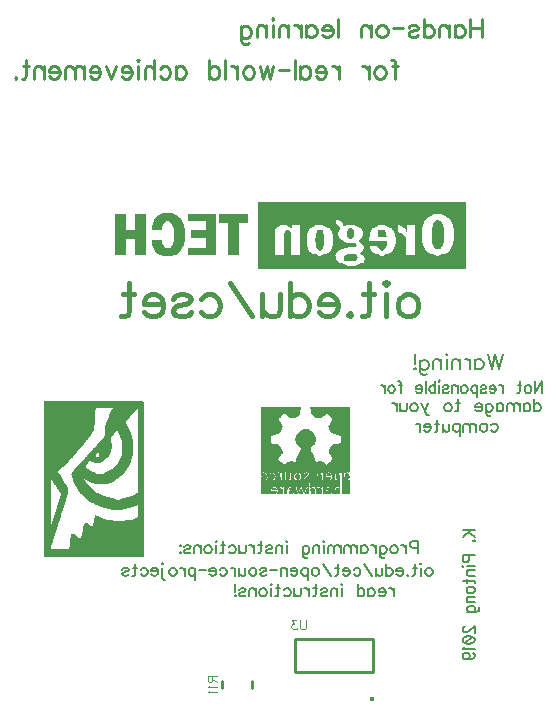
<source format=gbr>
G04 DipTrace 3.3.1.2*
G04 BottomSilk.gbr*
%MOIN*%
G04 #@! TF.FileFunction,Legend,Bot*
G04 #@! TF.Part,Single*
%ADD10C,0.009843*%
%ADD12C,0.003*%
%ADD31C,0.015403*%
%ADD77C,0.004632*%
%ADD78C,0.00772*%
%ADD79C,0.006176*%
%ADD80C,0.009264*%
%ADD82C,0.016983*%
%FSLAX26Y26*%
G04*
G70*
G90*
G75*
G01*
G04 BotSilk*
%LPD*%
X1306292Y891241D2*
D10*
Y914800D1*
X1207859Y891241D2*
Y914800D1*
D31*
X1707861Y855216D3*
X1708901Y944448D2*
D10*
X1449071D1*
X1708901Y1054696D2*
X1449071D1*
Y944448D2*
Y1054696D1*
X1708901Y944448D2*
Y1054696D1*
X1335427Y1828451D2*
D12*
X1467427D1*
X1500427D2*
X1629427D1*
X1335427Y1825451D2*
X1466401D1*
X1500891D2*
X1629427D1*
X1335427Y1822451D2*
X1465509D1*
X1501634D2*
X1629427D1*
X1335427Y1819451D2*
X1464940D1*
X1502411D2*
X1629427D1*
X1335427Y1816451D2*
X1464634D1*
X1502948D2*
X1629427D1*
X1335427Y1813451D2*
X1464396D1*
X1503333D2*
X1629427D1*
X1335427Y1810451D2*
X1463948D1*
X1503854D2*
X1629427D1*
X1335427Y1807451D2*
X1463068D1*
X1504766D2*
X1629427D1*
X1335427Y1804451D2*
X1407427D1*
X1419902D2*
X1461558D1*
X1506289D2*
X1548902D1*
X1560427D2*
X1629427D1*
X1335427Y1801451D2*
X1404427D1*
X1423761D2*
X1459440D1*
X1508413D2*
X1543761D1*
X1563427D2*
X1629427D1*
X1335427Y1798451D2*
X1401439D1*
X1428009D2*
X1454294D1*
X1513560D2*
X1539009D1*
X1566415D2*
X1629427D1*
X1335427Y1795451D2*
X1398556D1*
X1432605D2*
X1447720D1*
X1520134D2*
X1534605D1*
X1569286D2*
X1629427D1*
X1335427Y1792451D2*
X1396067D1*
X1437427D2*
X1440427D1*
X1527427D2*
X1530427D1*
X1571681D2*
X1629427D1*
X1335427Y1789451D2*
X1394038D1*
X1573499D2*
X1629427D1*
X1335427Y1786451D2*
X1393466D1*
X1573354D2*
X1629427D1*
X1335427Y1783451D2*
X1394500D1*
X1572506D2*
X1629427D1*
X1335427Y1780451D2*
X1396250D1*
X1571061D2*
X1629427D1*
X1335427Y1777451D2*
X1398314D1*
X1569257D2*
X1629427D1*
X1335427Y1774451D2*
X1400345D1*
X1567380D2*
X1629427D1*
X1335427Y1771451D2*
X1402353D1*
X1565436D2*
X1629427D1*
X1335427Y1768451D2*
X1404190D1*
X1563538D2*
X1629427D1*
X1335427Y1765451D2*
X1405653D1*
X1561880D2*
X1629427D1*
X1335427Y1762451D2*
X1405436D1*
X1561363D2*
X1629427D1*
X1335427Y1759451D2*
X1404651D1*
X1561993D2*
X1629427D1*
X1335427Y1756451D2*
X1403571D1*
X1563026D2*
X1629427D1*
X1335427Y1753451D2*
X1402491D1*
X1479427D2*
X1488427D1*
X1564312D2*
X1629427D1*
X1335427Y1750451D2*
X1401427D1*
X1472632D2*
X1495222D1*
X1565775D2*
X1629427D1*
X1335427Y1747451D2*
X1400205D1*
X1467016D2*
X1500827D1*
X1567733D2*
X1629427D1*
X1335427Y1744451D2*
X1397324D1*
X1462587D2*
X1505162D1*
X1570420D2*
X1629427D1*
X1335427Y1741451D2*
X1389448D1*
X1459023D2*
X1508448D1*
X1578356D2*
X1629427D1*
X1335427Y1738451D2*
X1378315D1*
X1456234D2*
X1510902D1*
X1589520D2*
X1629427D1*
X1335427Y1735451D2*
X1365427D1*
X1454026D2*
X1512747D1*
X1602427D2*
X1629427D1*
X1335427Y1732451D2*
X1365427D1*
X1453194D2*
X1514048D1*
X1602427D2*
X1629427D1*
X1335427Y1729451D2*
X1365427D1*
X1452633D2*
X1514797D1*
X1602427D2*
X1629427D1*
X1335427Y1726451D2*
X1365427D1*
X1451967D2*
X1515165D1*
X1602427D2*
X1629427D1*
X1335427Y1723451D2*
X1365427D1*
X1450857D2*
X1515325D1*
X1602427D2*
X1629427D1*
X1335427Y1720451D2*
X1365427D1*
X1449427D2*
X1515389D1*
X1602427D2*
X1629427D1*
X1335427Y1717451D2*
X1365427D1*
X1450824D2*
X1515402D1*
X1602427D2*
X1629427D1*
X1335427Y1714451D2*
X1365427D1*
X1451802D2*
X1515294D1*
X1602427D2*
X1629427D1*
X1335427Y1711451D2*
X1365427D1*
X1452726D2*
X1514797D1*
X1602427D2*
X1629427D1*
X1335427Y1708451D2*
X1365427D1*
X1454044D2*
X1513580D1*
X1602427D2*
X1629427D1*
X1335427Y1705451D2*
X1377954D1*
X1455832D2*
X1511593D1*
X1589900D2*
X1629427D1*
X1335427Y1702451D2*
X1387576D1*
X1458036D2*
X1509083D1*
X1580278D2*
X1629427D1*
X1335427Y1699451D2*
X1394715D1*
X1460785D2*
X1506306D1*
X1573139D2*
X1629427D1*
X1335427Y1696451D2*
X1397690D1*
X1463956D2*
X1503519D1*
X1570062D2*
X1629427D1*
X1335427Y1693451D2*
X1399717D1*
X1467200D2*
X1501156D1*
X1567743D2*
X1629427D1*
X1335427Y1690451D2*
X1401137D1*
X1470427D2*
X1499352D1*
X1565893D2*
X1629427D1*
X1335427Y1687451D2*
X1402447D1*
X1468579D2*
X1499487D1*
X1564276D2*
X1629427D1*
X1335427Y1684451D2*
X1403889D1*
X1466961D2*
X1500242D1*
X1562951D2*
X1629427D1*
X1335427Y1681451D2*
X1405564D1*
X1465643D2*
X1501398D1*
X1561948D2*
X1629427D1*
X1335427Y1678451D2*
X1407427D1*
X1464530D2*
X1502761D1*
X1562654D2*
X1629427D1*
X1335427Y1675451D2*
X1404891D1*
X1463349D2*
X1504205D1*
X1563987D2*
X1629427D1*
X1335427Y1672451D2*
X1402646D1*
X1462029D2*
X1505677D1*
X1565633D2*
X1629427D1*
X1335427Y1669451D2*
X1400528D1*
X1460618D2*
X1507074D1*
X1567490D2*
X1629427D1*
X1335427Y1666451D2*
X1398436D1*
X1459153D2*
X1508285D1*
X1569466D2*
X1629427D1*
X1335427Y1663451D2*
X1396434D1*
X1457670D2*
X1509352D1*
X1571301D2*
X1629427D1*
X1335427Y1660451D2*
X1394338D1*
X1456185D2*
X1510515D1*
X1572774D2*
X1629427D1*
X1335427Y1657451D2*
X1391961D1*
X1454794D2*
X1511819D1*
X1573869D2*
X1629427D1*
X1335427Y1654451D2*
X1389427D1*
X1453678D2*
X1513149D1*
X1573391D2*
X1629427D1*
X1335427Y1651451D2*
X1393453D1*
X1452953D2*
X1514360D1*
X1571443D2*
X1629427D1*
X1335427Y1648451D2*
X1397346D1*
X1434427D2*
X1440427D1*
X1452427D2*
X1515427D1*
X1527427D2*
X1533427D1*
X1569010D2*
X1629427D1*
X1335427Y1645451D2*
X1400917D1*
X1429480D2*
X1538278D1*
X1566264D2*
X1629427D1*
X1335427Y1642451D2*
X1404226D1*
X1424500D2*
X1542912D1*
X1563367D2*
X1629427D1*
X1335427Y1639451D2*
X1407427D1*
X1419427D2*
X1547270D1*
X1560407D2*
X1629427D1*
X1335427Y1636451D2*
X1551427D1*
X1557427D2*
X1629427D1*
X1335427Y1633451D2*
X1629427D1*
X1335427Y1630451D2*
X1629427D1*
X1335427Y1627451D2*
X1629427D1*
X1335427Y1624451D2*
X1629427D1*
X1335427Y1621451D2*
X1629427D1*
X1335427Y1618451D2*
X1629404D1*
X1335439Y1615451D2*
X1629175D1*
X1335544Y1612451D2*
X1628630D1*
X1335927Y1609451D2*
X1341427D1*
X1347427D2*
X1368427D1*
X1374427D2*
X1389427D1*
X1395427D2*
X1401427D1*
X1407427D2*
X1413427D1*
X1419427D2*
X1453492D1*
X1458439D2*
X1482427D1*
X1488427D2*
X1525606D1*
X1530553D2*
X1557427D1*
X1563427D2*
X1620415D1*
X1626427D2*
X1626292D1*
X1336646Y1606451D2*
X1335427D1*
X1341427D2*
X1347427D1*
X1353427D2*
X1362427D1*
X1368427D2*
X1374427D1*
X1380301D2*
X1395427D1*
X1407427D2*
X1413427D1*
X1419427D2*
X1431427D1*
X1437427D2*
X1449598D1*
X1455556D2*
X1458427D1*
X1467891D2*
X1476427D1*
X1482427D2*
X1491240D1*
X1497266D2*
X1521550D1*
X1528055D2*
X1532837D1*
X1542427D2*
X1552017D1*
X1557427D2*
X1563427D1*
X1568952D2*
X1582017D1*
X1588017D2*
X1592837D1*
X1605427D2*
X1610963D1*
X1620427D2*
X1623298D1*
X1340031Y1603451D2*
X1350427D1*
X1356427D2*
X1376826D1*
X1382788D2*
X1396812D1*
X1407427D2*
X1413427D1*
X1419427D2*
X1431427D1*
X1437427D2*
X1446870D1*
X1453055D2*
X1460837D1*
X1468634D2*
X1489927D1*
X1496876D2*
X1519951D1*
X1526273D2*
X1534592D1*
X1542427D2*
X1550262D1*
X1555833D2*
X1565021D1*
X1571079D2*
X1580262D1*
X1586262D2*
X1594592D1*
X1605427D2*
X1610219D1*
X1618016D2*
X1625799D1*
X1339104Y1600451D2*
X1378819D1*
X1384816D2*
X1397673D1*
X1407427D2*
X1413427D1*
X1419427D2*
X1431427D1*
X1437427D2*
X1444825D1*
X1451285D2*
X1462580D1*
X1469399D2*
X1486095D1*
X1494773D2*
X1519079D1*
X1525261D2*
X1535597D1*
X1542427D2*
X1549254D1*
X1554427D2*
X1566427D1*
X1572697D2*
X1579257D1*
X1585269D2*
X1595597D1*
X1605427D2*
X1609435D1*
X1616251D2*
X1627569D1*
X1359427Y1597451D2*
X1379436D1*
X1385435D2*
X1398109D1*
X1407427D2*
X1413427D1*
X1419427D2*
X1431380D1*
X1437415D2*
X1444220D1*
X1450102D2*
X1463752D1*
X1469808D2*
X1481812D1*
X1490233D2*
X1518683D1*
X1524771D2*
X1536084D1*
X1542427D2*
X1548744D1*
X1573897D2*
X1578782D1*
X1584923D2*
X1596084D1*
X1605427D2*
X1608864D1*
X1615177D2*
X1628752D1*
X1335427Y1594451D2*
X1353427D1*
X1359427D2*
X1378807D1*
X1384827D2*
X1398303D1*
X1407427D2*
X1413427D1*
X1419427D2*
X1431240D1*
X1437301D2*
X1444218D1*
X1450209D2*
X1463566D1*
X1469866D2*
X1478315D1*
X1485730D2*
X1518522D1*
X1524560D2*
X1536295D1*
X1542427D2*
X1566427D1*
X1573545D2*
X1578685D1*
X1585011D2*
X1596295D1*
X1605427D2*
X1608427D1*
X1614427D2*
X1628645D1*
X1335427Y1591451D2*
X1376289D1*
X1383732D2*
X1398381D1*
X1407427D2*
X1413427D1*
X1419427D2*
X1429833D1*
X1436837D2*
X1444786D1*
X1452264D2*
X1462706D1*
X1468577D2*
X1475760D1*
X1482237D2*
X1518460D1*
X1524476D2*
X1536379D1*
X1542427D2*
X1565876D1*
X1572604D2*
X1579065D1*
X1586812D2*
X1596379D1*
X1605427D2*
X1626590D1*
X1335427Y1588451D2*
X1350427D1*
X1356427D2*
X1369976D1*
X1382208D2*
X1398412D1*
X1407427D2*
X1413427D1*
X1419427D2*
X1425158D1*
X1435812D2*
X1445605D1*
X1457847D2*
X1461427D1*
X1466661D2*
X1475580D1*
X1479427D2*
X1518438D1*
X1524443D2*
X1536411D1*
X1542427D2*
X1564823D1*
X1571159D2*
X1580058D1*
X1591258D2*
X1596410D1*
X1605427D2*
X1613156D1*
X1617427D2*
X1621007D1*
X1335427Y1585451D2*
D3*
X1341427D2*
X1347427D1*
X1353427D2*
X1362427D1*
X1380427D2*
X1398427D1*
X1407427D2*
X1413427D1*
X1419427D2*
D3*
X1434427D2*
X1446427D1*
X1464427D2*
X1476427D1*
X1485427D2*
X1488427D1*
X1497427D2*
X1518427D1*
X1524427D2*
X1536427D1*
X1542427D2*
X1551427D1*
X1557427D2*
X1563427D1*
X1569427D2*
X1581427D1*
X1596427D2*
X1596421D1*
X1605427D2*
X1618629D1*
X1335427Y1582451D2*
X1596425D1*
X1605427D2*
X1623517D1*
X1335427Y1579451D2*
X1596426D1*
X1605427D2*
X1627209D1*
X1335427Y1576451D2*
X1596427D1*
X1605427D2*
X1628381D1*
X1335427Y1573451D2*
X1494427D1*
X1500427D2*
X1596427D1*
X1605427D2*
X1628994D1*
X1335427Y1570451D2*
X1494427D1*
X1500439D2*
X1596427D1*
X1605427D2*
X1629261D1*
X1335427Y1567451D2*
X1494427D1*
X1500553D2*
X1596427D1*
X1605427D2*
X1629367D1*
X1335427Y1564451D2*
X1494427D1*
X1501017D2*
X1596427D1*
X1605427D2*
X1629406D1*
X1335427Y1561451D2*
X1371902D1*
X1386301D2*
X1394122D1*
X1407427D2*
D3*
X1413427D2*
X1425902D1*
X1443427D2*
X1449541D1*
X1455541D2*
X1467427D1*
X1473427D2*
X1486005D1*
X1492005D2*
X1494427D1*
X1502042D2*
X1501772D1*
X1515301D2*
X1521427D1*
X1533427D2*
X1536427D1*
X1542427D2*
X1552017D1*
X1569427D2*
X1582017D1*
X1596427D2*
D3*
X1605427D2*
X1629420D1*
X1335427Y1558451D2*
X1369763D1*
X1374427D2*
X1383427D1*
X1388799D2*
X1400129D1*
X1413427D2*
X1423763D1*
X1428427D2*
X1449926D1*
X1455926D2*
X1464427D1*
X1473427D2*
X1484145D1*
X1490145D2*
X1494427D1*
X1503427D2*
X1507421D1*
X1517799D2*
X1533427D1*
X1542427D2*
X1550262D1*
X1554427D2*
X1580262D1*
X1587427D2*
X1596427D1*
X1605427D2*
X1629425D1*
X1335427Y1555451D2*
X1368039D1*
X1374427D2*
X1385021D1*
X1390581D2*
X1404607D1*
X1413427D2*
X1422040D1*
X1428427D2*
X1450645D1*
X1456645D2*
X1482758D1*
X1488758D2*
X1494427D1*
X1502054D2*
X1511698D1*
X1519581D2*
X1534812D1*
X1542427D2*
X1549257D1*
X1554427D2*
X1579257D1*
X1586042D2*
X1596427D1*
X1605427D2*
X1629426D1*
X1335427Y1552451D2*
X1366774D1*
X1374427D2*
X1386427D1*
X1391582D2*
X1406079D1*
X1413427D2*
X1420783D1*
X1428427D2*
X1451422D1*
X1457422D2*
X1470427D1*
X1476427D2*
X1481552D1*
X1487540D2*
X1494427D1*
X1501298D2*
X1513751D1*
X1520582D2*
X1535673D1*
X1542427D2*
X1548770D1*
X1554427D2*
X1578770D1*
X1585181D2*
X1596427D1*
X1605427D2*
X1629427D1*
X1335427Y1549451D2*
X1365987D1*
X1391957D2*
X1406861D1*
X1413427D2*
X1420049D1*
X1436378D2*
X1451991D1*
X1457991D2*
X1461427D1*
X1467427D2*
X1470427D1*
X1476427D2*
X1480564D1*
X1486446D2*
X1494427D1*
X1501246D2*
X1514427D1*
X1520957D2*
X1536109D1*
X1542427D2*
X1548559D1*
X1563010D2*
X1578559D1*
X1584745D2*
X1596427D1*
X1605427D2*
X1629427D1*
X1335427Y1546451D2*
X1386427D1*
X1391705D2*
X1407209D1*
X1413427D2*
X1419686D1*
X1428427D2*
X1440427D1*
X1442513D2*
X1452427D1*
X1458427D2*
X1479909D1*
X1485373D2*
X1494427D1*
X1501796D2*
X1513923D1*
X1520705D2*
X1536303D1*
X1542427D2*
X1548475D1*
X1554427D2*
X1566427D1*
X1569720D2*
X1578475D1*
X1584551D2*
X1596427D1*
X1605427D2*
X1629427D1*
X1335427Y1543451D2*
X1385021D1*
X1390766D2*
X1407351D1*
X1413427D2*
X1419522D1*
X1428427D2*
X1440427D1*
X1444737D2*
X1458427D1*
X1464427D2*
X1473427D1*
X1479427D2*
D3*
X1484021D2*
X1494427D1*
X1502609D2*
X1513186D1*
X1519766D2*
X1536384D1*
X1542427D2*
X1548443D1*
X1554427D2*
X1569427D1*
X1575427D2*
X1578443D1*
X1584470D2*
X1596427D1*
X1605427D2*
X1629427D1*
X1335427Y1540451D2*
X1368427D1*
X1374427D2*
X1383427D1*
X1389427D2*
X1407427D1*
X1413427D2*
X1419427D1*
X1428427D2*
X1440427D1*
X1446427D2*
X1455427D1*
X1464427D2*
X1473427D1*
X1482427D2*
X1494427D1*
X1503427D2*
X1512427D1*
X1518427D2*
X1536427D1*
X1542427D2*
X1548427D1*
X1554427D2*
X1566427D1*
X1572427D2*
X1578427D1*
X1584427D2*
X1596427D1*
X1605427D2*
X1629427D1*
X1325945Y2509501D2*
X2015945D1*
X1325945Y2506501D2*
X2015945D1*
X1325945Y2503501D2*
X2015945D1*
X1325945Y2500501D2*
X2015945D1*
X1325945Y2497501D2*
X2015945D1*
X1325945Y2494501D2*
X2015945D1*
X1325945Y2491501D2*
X2015945D1*
X1325945Y2488501D2*
X2015945D1*
X1325945Y2485501D2*
X2015945D1*
X1325945Y2482501D2*
X2015945D1*
X1325945Y2479501D2*
X2015945D1*
X1325945Y2476501D2*
X2015945D1*
X1007945Y2473501D2*
X1037945D1*
X1325945D2*
X2015945D1*
X848945Y2470501D2*
X881945D1*
X917945D2*
X950945D1*
X1001509D2*
X1044855D1*
X1091945D2*
X1181945D1*
X1196945D2*
X1289945D1*
X1325945D2*
X1905071D1*
X1943831D2*
X2015945D1*
X848945Y2467501D2*
X881945D1*
X917945D2*
X950945D1*
X995862D2*
X1050844D1*
X1091945D2*
X1181945D1*
X1196945D2*
X1289945D1*
X1325945D2*
X1899573D1*
X1949423D2*
X2015945D1*
X848945Y2464501D2*
X881945D1*
X917945D2*
X950945D1*
X991300D2*
X1055898D1*
X1091945D2*
X1181945D1*
X1196945D2*
X1289945D1*
X1325945D2*
X1894792D1*
X1954481D2*
X2015945D1*
X848945Y2461501D2*
X881945D1*
X917945D2*
X950945D1*
X987636D2*
X1059966D1*
X1091945D2*
X1181945D1*
X1196945D2*
X1289945D1*
X1325945D2*
X1890791D1*
X1958830D2*
X2015945D1*
X848945Y2458501D2*
X881945D1*
X917945D2*
X950945D1*
X984781D2*
X1063048D1*
X1091945D2*
X1181945D1*
X1196945D2*
X1289945D1*
X1325945D2*
X1887407D1*
X1962359D2*
X2015945D1*
X848945Y2455501D2*
X881945D1*
X917945D2*
X950945D1*
X982755D2*
X1065565D1*
X1091945D2*
X1181945D1*
X1196945D2*
X1289945D1*
X1325945D2*
X1884578D1*
X1965219D2*
X2015945D1*
X848945Y2452501D2*
X881945D1*
X917945D2*
X950945D1*
X981296D2*
X1067817D1*
X1091945D2*
X1181945D1*
X1196945D2*
X1289945D1*
X1325945D2*
X1588125D1*
X1594291D2*
X1882224D1*
X1967664D2*
X2015945D1*
X848945Y2449501D2*
X881945D1*
X917945D2*
X950945D1*
X979964D2*
X1069771D1*
X1091945D2*
X1181945D1*
X1196945D2*
X1289945D1*
X1325945D2*
X1584068D1*
X1599951D2*
X1880079D1*
X1922945D2*
X1925945D1*
X1969709D2*
X2015945D1*
X848945Y2446501D2*
X881945D1*
X917945D2*
X950945D1*
X978595D2*
X1015010D1*
X1030880D2*
X1071412D1*
X1151945D2*
X1181945D1*
X1196945D2*
X1289945D1*
X1325945D2*
X1582201D1*
X1603789D2*
X1878078D1*
X1917651D2*
X1931240D1*
X1971388D2*
X2015945D1*
X848945Y2443501D2*
X881945D1*
X917945D2*
X950945D1*
X977255D2*
X1011117D1*
X1034786D2*
X1072733D1*
X1151945D2*
X1181945D1*
X1226945D2*
X1259945D1*
X1325945D2*
X1581791D1*
X1606405D2*
X1876465D1*
X1913789D2*
X1935102D1*
X1972724D2*
X2015945D1*
X848945Y2440501D2*
X881945D1*
X917945D2*
X950945D1*
X976070D2*
X1008377D1*
X1037620D2*
X1073832D1*
X1151945D2*
X1181945D1*
X1226945D2*
X1259945D1*
X1325945D2*
X1581773D1*
X1608307D2*
X1875196D1*
X1911193D2*
X1937698D1*
X1973829D2*
X2015945D1*
X848945Y2437501D2*
X881945D1*
X917945D2*
X950945D1*
X975025D2*
X1006527D1*
X1039746D2*
X1074907D1*
X1151945D2*
X1181945D1*
X1226945D2*
X1259945D1*
X1325945D2*
X1586023D1*
X1609753D2*
X1874028D1*
X1909550D2*
X1939353D1*
X1974906D2*
X2015945D1*
X848945Y2434501D2*
X881945D1*
X917945D2*
X950945D1*
X973972D2*
X1005200D1*
X1041409D2*
X1075844D1*
X1151945D2*
X1181945D1*
X1226945D2*
X1259945D1*
X1325945D2*
X1395547D1*
X1424357D2*
X1436945D1*
X1466945D2*
X1512071D1*
X1546869D2*
X1590478D1*
X1610945D2*
X1616945D1*
X1651869D2*
X1722071D1*
X1753766D2*
X1790945D1*
X1801652D2*
X1820945D1*
X1850945D2*
X1872962D1*
X1908659D2*
X1940349D1*
X1975844D2*
X2015945D1*
X848945Y2431501D2*
X881945D1*
X917945D2*
X950945D1*
X973054D2*
X1004036D1*
X1042636D2*
X1076536D1*
X1151945D2*
X1181945D1*
X1226945D2*
X1259945D1*
X1325945D2*
X1390898D1*
X1429122D2*
X1436945D1*
X1466945D2*
X1506585D1*
X1553657D2*
X1594040D1*
X1658657D2*
X1716573D1*
X1760275D2*
X1790945D1*
X1807776D2*
X1820945D1*
X1850945D2*
X1871980D1*
X1908226D2*
X1941153D1*
X1976536D2*
X2015945D1*
X848945Y2428501D2*
X881945D1*
X917945D2*
X950945D1*
X972471D2*
X1003076D1*
X1043455D2*
X1077220D1*
X1151945D2*
X1181945D1*
X1226945D2*
X1259945D1*
X1325945D2*
X1387287D1*
X1433195D2*
X1436945D1*
X1466945D2*
X1501909D1*
X1558991D2*
X1596642D1*
X1663991D2*
X1711803D1*
X1765273D2*
X1790945D1*
X1812055D2*
X1820945D1*
X1850945D2*
X1870955D1*
X1907940D2*
X1942051D1*
X1977220D2*
X2015945D1*
X848945Y2425501D2*
X881945D1*
X917945D2*
X950945D1*
X972169D2*
X1002476D1*
X1044190D2*
X1078075D1*
X1151945D2*
X1181945D1*
X1226945D2*
X1259945D1*
X1325945D2*
X1384635D1*
X1436945D2*
D3*
X1466945D2*
X1498290D1*
X1562911D2*
X1596981D1*
X1667911D2*
X1707896D1*
X1769142D2*
X1790945D1*
X1815143D2*
X1820945D1*
X1850945D2*
X1870048D1*
X1907487D2*
X1942892D1*
X1978075D2*
X2015945D1*
X848945Y2422501D2*
X881945D1*
X917945D2*
X950945D1*
X972028D2*
X1002153D1*
X1045064D2*
X1078900D1*
X1151945D2*
X1181945D1*
X1226945D2*
X1259945D1*
X1325945D2*
X1382693D1*
X1466945D2*
X1495625D1*
X1565704D2*
X1596128D1*
X1628945D2*
X1637945D1*
X1670693D2*
X1704801D1*
X1772181D2*
X1790945D1*
X1817542D2*
X1820945D1*
X1850945D2*
X1869468D1*
X1906742D2*
X1943441D1*
X1978900D2*
X2015945D1*
X848945Y2419501D2*
X881945D1*
X917945D2*
X950945D1*
X971945D2*
X1001945D1*
X1045896D2*
X1079444D1*
X1151945D2*
X1181945D1*
X1226945D2*
X1259945D1*
X1325945D2*
X1381351D1*
X1466945D2*
X1493577D1*
X1567897D2*
X1594965D1*
X1627097D2*
X1640356D1*
X1672780D2*
X1702425D1*
X1774619D2*
X1790945D1*
X1819224D2*
X1820945D1*
X1850945D2*
X1869169D1*
X1905963D2*
X1943729D1*
X1979444D2*
X2015945D1*
X848945Y2416501D2*
X950945D1*
X1046443D2*
X1079730D1*
X1103945D2*
X1181945D1*
X1226945D2*
X1259945D1*
X1325945D2*
X1380585D1*
X1421945D2*
X1424945D1*
X1466945D2*
X1491851D1*
X1523945D2*
X1538945D1*
X1569923D2*
X1593618D1*
X1625492D2*
X1642110D1*
X1674423D2*
X1700598D1*
X1727945D2*
X1745945D1*
X1776795D2*
X1790945D1*
X1820238D2*
X1820945D1*
X1850945D2*
X1869034D1*
X1905437D2*
X1943860D1*
X1979730D2*
X2015945D1*
X848945Y2413501D2*
X950945D1*
X1046730D2*
X1079860D1*
X1103945D2*
X1181945D1*
X1226945D2*
X1259945D1*
X1325945D2*
X1380211D1*
X1418150D2*
X1428741D1*
X1466945D2*
X1490355D1*
X1522561D2*
X1539971D1*
X1571848D2*
X1592282D1*
X1624279D2*
X1643115D1*
X1675630D2*
X1699202D1*
X1726920D2*
X1747444D1*
X1778807D2*
X1790945D1*
X1820945D2*
D3*
X1850945D2*
X1868978D1*
X1905157D2*
X1943913D1*
X1979860D2*
X2015945D1*
X848945Y2410501D2*
X950945D1*
X1046860D2*
X1079913D1*
X1103945D2*
X1181945D1*
X1226945D2*
X1259945D1*
X1325945D2*
X1380048D1*
X1415097D2*
X1431794D1*
X1466945D2*
X1489107D1*
X1521699D2*
X1540864D1*
X1573339D2*
X1591195D1*
X1623560D2*
X1643602D1*
X1676340D2*
X1698074D1*
X1726027D2*
X1748691D1*
X1780424D2*
X1790945D1*
X1850945D2*
X1868957D1*
X1905030D2*
X1943934D1*
X1979913D2*
X2015945D1*
X848945Y2407501D2*
X950945D1*
X1046913D2*
X1079934D1*
X1103945D2*
X1181945D1*
X1226945D2*
X1259945D1*
X1325945D2*
X1379983D1*
X1413984D2*
X1432907D1*
X1466945D2*
X1488039D1*
X1521251D2*
X1541433D1*
X1574319D2*
X1590540D1*
X1623203D2*
X1643813D1*
X1676680D2*
X1696989D1*
X1725458D2*
X1749846D1*
X1781694D2*
X1799473D1*
X1850945D2*
X1868949D1*
X1904977D2*
X1943941D1*
X1979934D2*
X2015945D1*
X848945Y2404501D2*
X950945D1*
X1046934D2*
X1079941D1*
X1103945D2*
X1181945D1*
X1226945D2*
X1259945D1*
X1325945D2*
X1379959D1*
X1413385D2*
X1433505D1*
X1466945D2*
X1486977D1*
X1520952D2*
X1541726D1*
X1575135D2*
X1590309D1*
X1623058D2*
X1643885D1*
X1676729D2*
X1696060D1*
X1725164D2*
X1750809D1*
X1782850D2*
X1805802D1*
X1850945D2*
X1868947D1*
X1904957D2*
X1943944D1*
X1979941D2*
X2015945D1*
X848945Y2401501D2*
X950945D1*
X1046941D2*
X1079944D1*
X1103945D2*
X1181945D1*
X1226945D2*
X1259945D1*
X1325945D2*
X1379950D1*
X1413117D2*
X1433774D1*
X1466945D2*
X1486056D1*
X1520492D2*
X1541859D1*
X1576043D2*
X1590553D1*
X1623111D2*
X1643799D1*
X1676398D2*
X1695472D1*
X1725032D2*
X1751412D1*
X1783811D2*
X1810656D1*
X1850945D2*
X1868946D1*
X1904949D2*
X1943945D1*
X1979944D2*
X2015945D1*
X848945Y2398501D2*
X950945D1*
X1046944D2*
X1079945D1*
X1103945D2*
X1181945D1*
X1226945D2*
X1259945D1*
X1325945D2*
X1379947D1*
X1413008D2*
X1433882D1*
X1466945D2*
X1485471D1*
X1519744D2*
X1541925D1*
X1576888D2*
X1591316D1*
X1623586D2*
X1643312D1*
X1675586D2*
X1695158D1*
X1724976D2*
X1751737D1*
X1784411D2*
X1812869D1*
X1850945D2*
X1868946D1*
X1904947D2*
X1943945D1*
X1979945D2*
X2015945D1*
X848945Y2395501D2*
X950945D1*
X1046945D2*
X1079945D1*
X1103945D2*
X1181945D1*
X1226945D2*
X1259945D1*
X1325945D2*
X1379946D1*
X1412968D2*
X1433923D1*
X1466945D2*
X1485170D1*
X1518964D2*
X1542051D1*
X1577440D2*
X1592468D1*
X1624785D2*
X1642108D1*
X1674314D2*
X1694917D1*
X1724945D2*
X1751945D1*
X1784718D2*
X1814465D1*
X1850945D2*
X1868945D1*
X1904958D2*
X1943945D1*
X1979945D2*
X2015945D1*
X848945Y2392501D2*
X950945D1*
X1046934D2*
X1079945D1*
X1103945D2*
X1181945D1*
X1226945D2*
X1259945D1*
X1325945D2*
X1379946D1*
X1412953D2*
X1433938D1*
X1466945D2*
X1485034D1*
X1518437D2*
X1542429D1*
X1577729D2*
X1593936D1*
X1626700D2*
X1640191D1*
X1672482D2*
X1694479D1*
X1784856D2*
X1815764D1*
X1850945D2*
X1868945D1*
X1905063D2*
X1943945D1*
X1979934D2*
X2015945D1*
X848945Y2389501D2*
X950945D1*
X1046828D2*
X1079934D1*
X1151945D2*
X1181945D1*
X1226945D2*
X1259945D1*
X1325945D2*
X1379945D1*
X1412948D2*
X1433943D1*
X1466945D2*
X1484978D1*
X1518157D2*
X1543045D1*
X1577860D2*
X1595979D1*
X1628945D2*
X1637945D1*
X1669947D2*
X1693739D1*
X1784912D2*
X1816780D1*
X1850945D2*
X1868957D1*
X1905445D2*
X1943934D1*
X1979828D2*
X2015945D1*
X848945Y2386501D2*
X881945D1*
X917945D2*
X950945D1*
X1046446D2*
X1079828D1*
X1151945D2*
X1181945D1*
X1226945D2*
X1259945D1*
X1325945D2*
X1379945D1*
X1412946D2*
X1433945D1*
X1466945D2*
X1484957D1*
X1518030D2*
X1543433D1*
X1577913D2*
X1599065D1*
X1667030D2*
X1692954D1*
X1784934D2*
X1817401D1*
X1850945D2*
X1869063D1*
X1906163D2*
X1943828D1*
X1979446D2*
X2015945D1*
X848945Y2383501D2*
X881945D1*
X917945D2*
X950945D1*
X971945D2*
X1001945D1*
X1045727D2*
X1079446D1*
X1151945D2*
X1181945D1*
X1226945D2*
X1259945D1*
X1325945D2*
X1379945D1*
X1412946D2*
X1433945D1*
X1466945D2*
X1484949D1*
X1517989D2*
X1543238D1*
X1577934D2*
X1603370D1*
X1664328D2*
X1692383D1*
X1784941D2*
X1817715D1*
X1850945D2*
X1869445D1*
X1906933D2*
X1943446D1*
X1978727D2*
X2015945D1*
X848945Y2380501D2*
X881945D1*
X917945D2*
X950945D1*
X971945D2*
X1002421D1*
X1044946D2*
X1078716D1*
X1151945D2*
X1181945D1*
X1226945D2*
X1259945D1*
X1325945D2*
X1379945D1*
X1412945D2*
X1433945D1*
X1466945D2*
X1484947D1*
X1518074D2*
X1542747D1*
X1577930D2*
X1608537D1*
X1661945D2*
X1751945D1*
X1784944D2*
X1817855D1*
X1850945D2*
X1870163D1*
X1907456D2*
X1942727D1*
X1977946D2*
X2015945D1*
X848945Y2377501D2*
X881945D1*
X917945D2*
X950945D1*
X971957D2*
X1003270D1*
X1044318D2*
X1077841D1*
X1151945D2*
X1181945D1*
X1226945D2*
X1259945D1*
X1325945D2*
X1379945D1*
X1412945D2*
X1433945D1*
X1466945D2*
X1484958D1*
X1518449D2*
X1542351D1*
X1577827D2*
X1614160D1*
X1666319D2*
X1751945D1*
X1784945D2*
X1817912D1*
X1850945D2*
X1870944D1*
X1907746D2*
X1941946D1*
X1977318D2*
X2015945D1*
X848945Y2374501D2*
X881945D1*
X917945D2*
X950945D1*
X972063D2*
X1004441D1*
X1043646D2*
X1076935D1*
X1151945D2*
X1181945D1*
X1226945D2*
X1259945D1*
X1325945D2*
X1379945D1*
X1412945D2*
X1433945D1*
X1466945D2*
X1485063D1*
X1519165D2*
X1542125D1*
X1577445D2*
X1649945D1*
X1670075D2*
X1751945D1*
X1784934D2*
X1817933D1*
X1850945D2*
X1871573D1*
X1907978D2*
X1941318D1*
X1976657D2*
X2015945D1*
X848945Y2371501D2*
X881945D1*
X917945D2*
X950945D1*
X972457D2*
X1005802D1*
X1042683D2*
X1075927D1*
X1151945D2*
X1181945D1*
X1226945D2*
X1259945D1*
X1325945D2*
X1379945D1*
X1412945D2*
X1433945D1*
X1466945D2*
X1485445D1*
X1519933D2*
X1542018D1*
X1576727D2*
X1651207D1*
X1673117D2*
X1751934D1*
X1784828D2*
X1817941D1*
X1850945D2*
X1872245D1*
X1908425D2*
X1940646D1*
X1975800D2*
X2015945D1*
X848945Y2368501D2*
X881945D1*
X917945D2*
X950945D1*
X973281D2*
X1007349D1*
X1041362D2*
X1074925D1*
X1151945D2*
X1181945D1*
X1226945D2*
X1259945D1*
X1325945D2*
X1379945D1*
X1412945D2*
X1433945D1*
X1466945D2*
X1486175D1*
X1520456D2*
X1541961D1*
X1575946D2*
X1651958D1*
X1675474D2*
X1751828D1*
X1784434D2*
X1817944D1*
X1850945D2*
X1873196D1*
X1909281D2*
X1939683D1*
X1974873D2*
X2015945D1*
X848945Y2365501D2*
X881945D1*
X917945D2*
X950945D1*
X974444D2*
X1009209D1*
X1039609D2*
X1073955D1*
X1151945D2*
X1181945D1*
X1226945D2*
X1259945D1*
X1325945D2*
X1379945D1*
X1412945D2*
X1433945D1*
X1466945D2*
X1487050D1*
X1520746D2*
X1541838D1*
X1575318D2*
X1651126D1*
X1677284D2*
X1695060D1*
X1721470D2*
X1751434D1*
X1783610D2*
X1817945D1*
X1850945D2*
X1874412D1*
X1910557D2*
X1938362D1*
X1973935D2*
X2015945D1*
X848945Y2362501D2*
X881945D1*
X917945D2*
X950945D1*
X975791D2*
X1011476D1*
X1037389D2*
X1072821D1*
X1151945D2*
X1181945D1*
X1226945D2*
X1259945D1*
X1325945D2*
X1379945D1*
X1412945D2*
X1433945D1*
X1466945D2*
X1487955D1*
X1521002D2*
X1541426D1*
X1574646D2*
X1649945D1*
X1678561D2*
X1695456D1*
X1723644D2*
X1750587D1*
X1782447D2*
X1817945D1*
X1850945D2*
X1875780D1*
X1912292D2*
X1936609D1*
X1972814D2*
X2015945D1*
X848945Y2359501D2*
X881945D1*
X917945D2*
X950945D1*
X977232D2*
X1013945D1*
X1034945D2*
X1071430D1*
X1151945D2*
X1181945D1*
X1226945D2*
X1259945D1*
X1325945D2*
X1379945D1*
X1412945D2*
X1433945D1*
X1466945D2*
X1488964D1*
X1521384D2*
X1540476D1*
X1573683D2*
X1615840D1*
X1679189D2*
X1696280D1*
X1725711D2*
X1749204D1*
X1781100D2*
X1817945D1*
X1850945D2*
X1877229D1*
X1914505D2*
X1934389D1*
X1971427D2*
X2015945D1*
X848945Y2356501D2*
X881945D1*
X917945D2*
X950945D1*
X978719D2*
X1069739D1*
X1091945D2*
X1181945D1*
X1226945D2*
X1259945D1*
X1325945D2*
X1379945D1*
X1412945D2*
X1433945D1*
X1466945D2*
X1489977D1*
X1522900D2*
X1538771D1*
X1572373D2*
X1605078D1*
X1679357D2*
X1697444D1*
X1728367D2*
X1747008D1*
X1779658D2*
X1817945D1*
X1850945D2*
X1878717D1*
X1916945D2*
X1931945D1*
X1969738D2*
X2015945D1*
X848945Y2353501D2*
X881945D1*
X917945D2*
X950945D1*
X980318D2*
X1067834D1*
X1091945D2*
X1181945D1*
X1226945D2*
X1259945D1*
X1325945D2*
X1379945D1*
X1412945D2*
X1433945D1*
X1466945D2*
X1491053D1*
X1526196D2*
X1536151D1*
X1570705D2*
X1597295D1*
X1678061D2*
X1698814D1*
X1732231D2*
X1743770D1*
X1778160D2*
X1817945D1*
X1850945D2*
X1880329D1*
X1967822D2*
X2015945D1*
X848945Y2350501D2*
X881945D1*
X917945D2*
X950945D1*
X982219D2*
X1065896D1*
X1091945D2*
X1181945D1*
X1226945D2*
X1259945D1*
X1325945D2*
X1379945D1*
X1412945D2*
X1433945D1*
X1466945D2*
X1492581D1*
X1529945D2*
X1532945D1*
X1568709D2*
X1591926D1*
X1675967D2*
X1700467D1*
X1736945D2*
X1739945D1*
X1776455D2*
X1817945D1*
X1850945D2*
X1882324D1*
X1965790D2*
X2015945D1*
X848945Y2347501D2*
X881945D1*
X917945D2*
X950945D1*
X984649D2*
X1063704D1*
X1091945D2*
X1181945D1*
X1226945D2*
X1259945D1*
X1325945D2*
X1379945D1*
X1412945D2*
X1433945D1*
X1466945D2*
X1494820D1*
X1566382D2*
X1588198D1*
X1673004D2*
X1702729D1*
X1774173D2*
X1817945D1*
X1850945D2*
X1885055D1*
X1963310D2*
X2015945D1*
X848945Y2344501D2*
X881945D1*
X917945D2*
X950945D1*
X987727D2*
X1060779D1*
X1091945D2*
X1181945D1*
X1226945D2*
X1259945D1*
X1325945D2*
X1379945D1*
X1412945D2*
X1433945D1*
X1466945D2*
X1497909D1*
X1563344D2*
X1585570D1*
X1669203D2*
X1705907D1*
X1770988D2*
X1817945D1*
X1850945D2*
X1888680D1*
X1959920D2*
X2015945D1*
X848945Y2341501D2*
X881945D1*
X917945D2*
X950945D1*
X991639D2*
X1056749D1*
X1091945D2*
X1181945D1*
X1226945D2*
X1259945D1*
X1325945D2*
X1379945D1*
X1412945D2*
X1433945D1*
X1466945D2*
X1502165D1*
X1559050D2*
X1583661D1*
X1664945D2*
X1710061D1*
X1766831D2*
X1817945D1*
X1850945D2*
X1893411D1*
X1955226D2*
X2015945D1*
X848945Y2338501D2*
X881945D1*
X917945D2*
X950945D1*
X996745D2*
X1051437D1*
X1091945D2*
X1181945D1*
X1226945D2*
X1259945D1*
X1325945D2*
X1379945D1*
X1412945D2*
X1433945D1*
X1466945D2*
X1507999D1*
X1552949D2*
X1582337D1*
X1643945D2*
X1646945D1*
X1669680D2*
X1715570D1*
X1761322D2*
X1817945D1*
X1850945D2*
X1899754D1*
X1948495D2*
X2015945D1*
X848945Y2335501D2*
X881945D1*
X917945D2*
X950945D1*
X1003367D2*
X1044982D1*
X1091945D2*
X1181945D1*
X1226945D2*
X1259945D1*
X1325945D2*
X1379945D1*
X1412945D2*
X1433945D1*
X1466945D2*
X1515508D1*
X1544934D2*
X1581591D1*
X1629072D2*
X1650179D1*
X1673889D2*
X1722770D1*
X1754121D2*
X1817945D1*
X1850945D2*
X1907886D1*
X1939370D2*
X2015945D1*
X1010945Y2332501D2*
X1037945D1*
X1325945D2*
X1523945D1*
X1535945D2*
X1581326D1*
X1617813D2*
X1652634D1*
X1677265D2*
X1730945D1*
X1745945D2*
X1916945D1*
X1928945D2*
X2015945D1*
X1325945Y2329501D2*
X1581559D1*
X1613552D2*
X1654522D1*
X1679715D2*
X2015945D1*
X1325945Y2326501D2*
X1582318D1*
X1611915D2*
X1654984D1*
X1681319D2*
X2015945D1*
X1325945Y2323501D2*
X1583457D1*
X1611654D2*
X1653909D1*
X1682360D2*
X2015945D1*
X1325945Y2320501D2*
X1584807D1*
X1612639D2*
X1652108D1*
X1682201D2*
X2015945D1*
X1325945Y2317501D2*
X1586363D1*
X1613945D2*
X1649945D1*
X1681500D2*
X2015945D1*
X1325945Y2314501D2*
X1588348D1*
X1680269D2*
X2015945D1*
X1325945Y2311501D2*
X1591200D1*
X1678305D2*
X2015945D1*
X1325945Y2308501D2*
X1595418D1*
X1675599D2*
X2015945D1*
X1325945Y2305501D2*
X1601642D1*
X1669590D2*
X2015945D1*
X1325945Y2302501D2*
X1610142D1*
X1661769D2*
X2015945D1*
X1325945Y2299501D2*
X1619945D1*
X1652945D2*
X2015945D1*
X1325945Y2296501D2*
X2015945D1*
X1325945Y2293501D2*
X2015945D1*
X1325945Y2290501D2*
X2015945D1*
X613630Y1848140D2*
X940630D1*
X613630Y1845140D2*
X942015D1*
X613630Y1842140D2*
X942877D1*
X613630Y1839140D2*
X943313D1*
X613630Y1836140D2*
X943506D1*
X613630Y1833140D2*
X943585D1*
X613630Y1830140D2*
X943614D1*
X613630Y1827140D2*
X943625D1*
X613630Y1824140D2*
X781619D1*
X842106D2*
X943629D1*
X613630Y1821140D2*
X781513D1*
X839955D2*
X919980D1*
X925630D2*
X943630D1*
X613630Y1818140D2*
X781131D1*
X838126D2*
X917339D1*
X925630D2*
X943630D1*
X613630Y1815140D2*
X780412D1*
X836475D2*
X914397D1*
X925630D2*
X943630D1*
X613630Y1812140D2*
X779643D1*
X834917D2*
X911165D1*
X925630D2*
X943630D1*
X613630Y1809140D2*
X779120D1*
X833404D2*
X908026D1*
X925630D2*
X943630D1*
X613630Y1806140D2*
X778842D1*
X832003D2*
X905257D1*
X925630D2*
X943630D1*
X613630Y1803140D2*
X778715D1*
X830880D2*
X902901D1*
X925630D2*
X943630D1*
X613630Y1800140D2*
X778662D1*
X830100D2*
X900638D1*
X925630D2*
X943630D1*
X613630Y1797140D2*
X778642D1*
X829367D2*
X898148D1*
X925630D2*
X943630D1*
X613630Y1794140D2*
X778634D1*
X828392D2*
X895422D1*
X925630D2*
X943630D1*
X613630Y1791140D2*
X778632D1*
X827168D2*
X892547D1*
X925630D2*
X943630D1*
X613630Y1788140D2*
X778631D1*
X825798D2*
X889611D1*
X925630D2*
X943630D1*
X613630Y1785140D2*
X778631D1*
X824359D2*
X886760D1*
X925630D2*
X943630D1*
X613630Y1782140D2*
X778630D1*
X822976D2*
X884372D1*
X925630D2*
X943630D1*
X613630Y1779140D2*
X778630D1*
X821769D2*
X882558D1*
X925630D2*
X943630D1*
X613630Y1776140D2*
X778630D1*
X820716D2*
X882703D1*
X925630D2*
X943630D1*
X613630Y1773140D2*
X778619D1*
X819648D2*
X883551D1*
X925630D2*
X943630D1*
X613630Y1770140D2*
X778513D1*
X818623D2*
X884996D1*
X925630D2*
X943630D1*
X613630Y1767140D2*
X778131D1*
X817656D2*
X886788D1*
X925630D2*
X943630D1*
X613630Y1764140D2*
X777412D1*
X816636D2*
X888572D1*
X925630D2*
X943630D1*
X613630Y1761140D2*
X776643D1*
X815743D2*
X890239D1*
X925630D2*
X943630D1*
X613630Y1758140D2*
X776108D1*
X815270D2*
X891824D1*
X925630D2*
X943630D1*
X613630Y1755140D2*
X775725D1*
X815353D2*
X893357D1*
X925630D2*
X943630D1*
X613630Y1752140D2*
X775203D1*
X815937D2*
X894874D1*
X925630D2*
X943630D1*
X613630Y1749140D2*
X774315D1*
X816650D2*
X896376D1*
X925630D2*
X943630D1*
X613630Y1746140D2*
X773038D1*
X817153D2*
X850630D1*
X860208D2*
X897869D1*
X925630D2*
X943630D1*
X613630Y1743140D2*
X771395D1*
X817411D2*
X847630D1*
X861337D2*
X899262D1*
X925630D2*
X943630D1*
X613630Y1740140D2*
X769509D1*
X817419D2*
X844630D1*
X862844D2*
X900382D1*
X925630D2*
X943630D1*
X613630Y1737140D2*
X767589D1*
X816971D2*
X841630D1*
X864244D2*
X901161D1*
X925630D2*
X943630D1*
X613630Y1734140D2*
X765517D1*
X815785D2*
X838642D1*
X865440D2*
X901883D1*
X925630D2*
X943630D1*
X613630Y1731140D2*
X763115D1*
X813910D2*
X835771D1*
X866670D2*
X902752D1*
X925630D2*
X943630D1*
X613630Y1728140D2*
X760523D1*
X811785D2*
X833376D1*
X868002D2*
X903582D1*
X925630D2*
X943630D1*
X613630Y1725140D2*
X758041D1*
X809715D2*
X831558D1*
X869316D2*
X904140D1*
X925630D2*
X943630D1*
X613630Y1722140D2*
X755815D1*
X807569D2*
X831589D1*
X870403D2*
X904532D1*
X925630D2*
X943630D1*
X613630Y1719140D2*
X753606D1*
X805124D2*
X832053D1*
X871169D2*
X905044D1*
X925630D2*
X943630D1*
X613630Y1716140D2*
X751149D1*
X802413D2*
X832767D1*
X871885D2*
X905816D1*
X925630D2*
X943630D1*
X613630Y1713140D2*
X748535D1*
X799556D2*
X833684D1*
X872753D2*
X906606D1*
X925630D2*
X943630D1*
X613630Y1710140D2*
X746045D1*
X796704D2*
X834550D1*
X873582D2*
X907137D1*
X925630D2*
X943630D1*
X613630Y1707140D2*
X743817D1*
X794001D2*
X835115D1*
X874128D2*
X907418D1*
X925630D2*
X943630D1*
X613630Y1704140D2*
X741606D1*
X791345D2*
X835410D1*
X874415D2*
X907546D1*
X925630D2*
X943630D1*
X613630Y1701140D2*
X739137D1*
X788410D2*
X835543D1*
X874545D2*
X907599D1*
X925630D2*
X943630D1*
X613630Y1698140D2*
X736429D1*
X785270D2*
X835598D1*
X874598D2*
X907619D1*
X925630D2*
X943630D1*
X613630Y1695140D2*
X733663D1*
X782408D2*
X835607D1*
X874619D2*
X907627D1*
X925630D2*
X943630D1*
X613630Y1692140D2*
X731098D1*
X779976D2*
X835509D1*
X874627D2*
X907629D1*
X925630D2*
X943630D1*
X613630Y1689140D2*
X728837D1*
X777670D2*
X835130D1*
X874629D2*
X907630D1*
X925630D2*
X943630D1*
X613630Y1686140D2*
X726614D1*
X775161D2*
X834400D1*
X874630D2*
X907630D1*
X925630D2*
X943630D1*
X613630Y1683140D2*
X724140D1*
X772426D2*
X833526D1*
X874619D2*
X907619D1*
X925630D2*
X943630D1*
X613630Y1680140D2*
X721419D1*
X769549D2*
X832620D1*
X874513D2*
X907513D1*
X925630D2*
X943630D1*
X613630Y1677140D2*
X718546D1*
X766600D2*
X788821D1*
X793493D2*
X831612D1*
X874131D2*
X907131D1*
X925630D2*
X943630D1*
X613630Y1674140D2*
X715599D1*
X763631D2*
X784800D1*
X795878D2*
X830598D1*
X873401D2*
X906412D1*
X925630D2*
X943630D1*
X613630Y1671140D2*
X712631D1*
X760744D2*
X783283D1*
X797670D2*
X829523D1*
X872526D2*
X905632D1*
X925630D2*
X943630D1*
X613630Y1668140D2*
X709744D1*
X758129D2*
X783731D1*
X797378D2*
X828007D1*
X871621D2*
X905003D1*
X925630D2*
X943630D1*
X613630Y1665140D2*
X707129D1*
X755848D2*
X784630D1*
X796630D2*
X825885D1*
X870612D2*
X904342D1*
X925630D2*
X943630D1*
X613630Y1662140D2*
X704848D1*
X753618D2*
X823319D1*
X869610D2*
X903497D1*
X925630D2*
X943630D1*
X613630Y1659140D2*
X702618D1*
X751141D2*
X820486D1*
X868640D2*
X902663D1*
X925630D2*
X943630D1*
X613630Y1656140D2*
X700141D1*
X748419D2*
X817340D1*
X867518D2*
X902014D1*
X925630D2*
X943630D1*
X613630Y1653140D2*
X697419D1*
X745546D2*
X813485D1*
X866220D2*
X901346D1*
X925630D2*
X943630D1*
X613630Y1650140D2*
X694546D1*
X742599D2*
X808545D1*
X864806D2*
X900486D1*
X925630D2*
X943630D1*
X613630Y1647140D2*
X691599D1*
X739619D2*
X760745D1*
X772630D2*
X802737D1*
X863238D2*
X899558D1*
X925630D2*
X943630D1*
X613630Y1644140D2*
X688619D1*
X736627D2*
X758129D1*
X781630D2*
X796630D1*
X861373D2*
X898620D1*
X925630D2*
X943630D1*
X613630Y1641140D2*
X685627D1*
X733629D2*
X755848D1*
X859158D2*
X897499D1*
X925630D2*
X943630D1*
X613630Y1638140D2*
X682617D1*
X730630D2*
X753618D1*
X856882D2*
X896112D1*
X925630D2*
X943630D1*
X613630Y1635140D2*
X679525D1*
X727630D2*
X751143D1*
X854740D2*
X894434D1*
X925630D2*
X943630D1*
X613630Y1632140D2*
X676236D1*
X724642D2*
X748437D1*
X852465D2*
X892636D1*
X925630D2*
X943630D1*
X613630Y1629140D2*
X672795D1*
X721748D2*
X745630D1*
X849629D2*
X891092D1*
X925630D2*
X943630D1*
X613630Y1626140D2*
X669362D1*
X719130D2*
X748756D1*
X846185D2*
X889736D1*
X925630D2*
X943630D1*
X613630Y1623140D2*
X665901D1*
X716848D2*
X752258D1*
X842429D2*
X888091D1*
X925630D2*
X943630D1*
X613630Y1620140D2*
X662506D1*
X714618D2*
X756500D1*
X838436D2*
X885928D1*
X925630D2*
X943630D1*
X613630Y1617140D2*
X659750D1*
X712153D2*
X761716D1*
X833732D2*
X883448D1*
X925630D2*
X943630D1*
X613630Y1614140D2*
X657721D1*
X709548D2*
X768153D1*
X827701D2*
X881013D1*
X925630D2*
X943630D1*
X613630Y1611140D2*
X657865D1*
X707186D2*
X775985D1*
X820111D2*
X878794D1*
X925630D2*
X943630D1*
X613630Y1608140D2*
X659591D1*
X705224D2*
X784630D1*
X811630D2*
X876485D1*
X925630D2*
X943630D1*
X613630Y1605140D2*
X661573D1*
X704616D2*
X873636D1*
X925630D2*
X943630D1*
X613630Y1602140D2*
X663472D1*
X705116D2*
X870188D1*
X925630D2*
X943630D1*
X613630Y1599140D2*
X665197D1*
X705845D2*
X866441D1*
X925630D2*
X943630D1*
X613630Y1596140D2*
X666807D1*
X706683D2*
X862589D1*
X925630D2*
X943630D1*
X613630Y1593140D2*
X668363D1*
X707653D2*
X858601D1*
X925630D2*
X943630D1*
X613630Y1590140D2*
X669977D1*
X708551D2*
X743220D1*
X748167D2*
X854595D1*
X925630D2*
X943630D1*
X613630Y1587140D2*
X671770D1*
X709228D2*
X744454D1*
X753446D2*
X850498D1*
X925630D2*
X943630D1*
X613630Y1584140D2*
X634630D1*
X641208D2*
X673704D1*
X709920D2*
X746344D1*
X758898D2*
X845754D1*
X925630D2*
X943630D1*
X613630Y1581140D2*
X634630D1*
X642348D2*
X675542D1*
X710878D2*
X748474D1*
X765298D2*
X839709D1*
X925630D2*
X943630D1*
X613630Y1578140D2*
X634630D1*
X643961D2*
X677240D1*
X712096D2*
X750545D1*
X773054D2*
X832113D1*
X925630D2*
X943630D1*
X613630Y1575140D2*
X634630D1*
X645744D2*
X678938D1*
X713464D2*
X752692D1*
X781630D2*
X823630D1*
X925630D2*
X943630D1*
X613630Y1572140D2*
X634630D1*
X647658D2*
X680856D1*
X714913D2*
X755137D1*
X925630D2*
X943630D1*
X613630Y1569140D2*
X634630D1*
X649669D2*
X683091D1*
X716402D2*
X757836D1*
X925630D2*
X943630D1*
X613630Y1566140D2*
X634630D1*
X651629D2*
X685364D1*
X717991D2*
X760611D1*
X925630D2*
X943630D1*
X613630Y1563140D2*
X634630D1*
X653616D2*
X687379D1*
X719775D2*
X763280D1*
X925630D2*
X943630D1*
X613630Y1560140D2*
X634630D1*
X655654D2*
X689050D1*
X721718D2*
X765923D1*
X925630D2*
X943630D1*
X613630Y1557140D2*
X634630D1*
X657636D2*
X690286D1*
X723648D2*
X768877D1*
X925630D2*
X943630D1*
X613630Y1554140D2*
X634630D1*
X659720D2*
X691013D1*
X725623D2*
X772226D1*
X925630D2*
X943630D1*
X613630Y1551140D2*
X634630D1*
X662036D2*
X691360D1*
X727656D2*
X775852D1*
X925630D2*
X943630D1*
X613630Y1548140D2*
X634630D1*
X664352D2*
X691413D1*
X729637D2*
X779733D1*
X925607D2*
X943630D1*
X613630Y1545140D2*
X634630D1*
X666473D2*
X691094D1*
X731732D2*
X783694D1*
X925373D2*
X943630D1*
X613630Y1542140D2*
X634630D1*
X668523D2*
X690388D1*
X734153D2*
X787761D1*
X924810D2*
X943630D1*
X613630Y1539140D2*
X634630D1*
X670630D2*
X689522D1*
X736854D2*
X792375D1*
X922035D2*
X943630D1*
X613630Y1536140D2*
X634630D1*
X669234D2*
X688619D1*
X739719D2*
X797900D1*
X917862D2*
X943630D1*
X613630Y1533140D2*
X634630D1*
X668267D2*
X687612D1*
X742663D2*
X804453D1*
X912262D2*
X943630D1*
X613630Y1530140D2*
X634630D1*
X667448D2*
X686610D1*
X745654D2*
X812372D1*
X904891D2*
X943630D1*
X613630Y1527140D2*
X634630D1*
X666525D2*
X685652D1*
X748752D2*
X822627D1*
X894756D2*
X943630D1*
X613630Y1524140D2*
X634630D1*
X665572D2*
X684623D1*
X752143D2*
X835805D1*
X881205D2*
X943630D1*
X613630Y1521140D2*
X634630D1*
X664637D2*
X683614D1*
X755978D2*
X850630D1*
X865630D2*
X943630D1*
X613630Y1518140D2*
X634630D1*
X663618D2*
X682653D1*
X760234D2*
X943630D1*
X613630Y1515140D2*
X634630D1*
X662612D2*
X681635D1*
X764882D2*
X943630D1*
X613630Y1512140D2*
X634630D1*
X661653D2*
X680720D1*
X769870D2*
X943630D1*
X613630Y1509140D2*
X634630D1*
X660624D2*
X680036D1*
X775184D2*
X943630D1*
X613630Y1506140D2*
X634630D1*
X659614D2*
X679354D1*
X781091D2*
X943630D1*
X613630Y1503140D2*
X634630D1*
X658653D2*
X678489D1*
X787785D2*
X943630D1*
X613630Y1500140D2*
X634630D1*
X657635D2*
X677559D1*
X795376D2*
X916469D1*
X925630D2*
X943630D1*
X613630Y1497140D2*
X634630D1*
X656720D2*
X676620D1*
X804347D2*
X906626D1*
X925630D2*
X943630D1*
X613630Y1494140D2*
X634630D1*
X656036D2*
X675511D1*
X815526D2*
X895027D1*
X925630D2*
X943630D1*
X613630Y1491140D2*
X634630D1*
X655354D2*
X674229D1*
X829335D2*
X881031D1*
X925630D2*
X943630D1*
X613630Y1488140D2*
X634630D1*
X654489D2*
X672922D1*
X844630D2*
X865630D1*
X925630D2*
X943630D1*
X613630Y1485140D2*
X634630D1*
X653559D2*
X671749D1*
X925630D2*
X943630D1*
X613630Y1482140D2*
X634630D1*
X652632D2*
X670709D1*
X925630D2*
X943630D1*
X613630Y1479140D2*
X634630D1*
X651616D2*
X669657D1*
X925630D2*
X943630D1*
X613630Y1476140D2*
X634630D1*
X650612D2*
X668739D1*
X925630D2*
X943630D1*
X613630Y1473140D2*
X634630D1*
X649652D2*
X668144D1*
X925630D2*
X943630D1*
X613630Y1470140D2*
X634630D1*
X648623D2*
X667737D1*
X925619D2*
X943630D1*
X613630Y1467140D2*
X634630D1*
X647614D2*
X667208D1*
X781630D2*
D3*
X925502D2*
X943630D1*
X613630Y1464140D2*
X634630D1*
X646653D2*
X666328D1*
X781619D2*
X790630D1*
X924967D2*
X943630D1*
X613630Y1461140D2*
X634630D1*
X645624D2*
X665155D1*
X781513D2*
X796780D1*
X923925D2*
X943630D1*
X613630Y1458140D2*
X634630D1*
X644614D2*
X663894D1*
X781131D2*
X803516D1*
X919918D2*
X943630D1*
X613630Y1455140D2*
X634630D1*
X643653D2*
X662739D1*
X780412D2*
X811732D1*
X913154D2*
X943630D1*
X613630Y1452140D2*
X634630D1*
X642636D2*
X661705D1*
X779643D2*
X822131D1*
X903180D2*
X943630D1*
X613630Y1449140D2*
X634630D1*
X641731D2*
X660644D1*
X779108D2*
X834455D1*
X890880D2*
X943630D1*
X613630Y1446140D2*
X634630D1*
X641150D2*
X659621D1*
X778725D2*
X943630D1*
X613630Y1443140D2*
X634630D1*
X640835D2*
X658656D1*
X778213D2*
X943630D1*
X613630Y1440140D2*
X634630D1*
X640630D2*
X657636D1*
X748630D2*
X757630D1*
X777416D2*
X943630D1*
X613630Y1437140D2*
X656720D1*
X747131D2*
X760630D1*
X776503D2*
X943630D1*
X613630Y1434140D2*
X656036D1*
X745885D2*
X763630D1*
X775630D2*
X943630D1*
X613630Y1431140D2*
X655354D1*
X744730D2*
X943630D1*
X613630Y1428140D2*
X654489D1*
X743767D2*
X943630D1*
X613630Y1425140D2*
X653559D1*
X743166D2*
X943630D1*
X613630Y1422140D2*
X652632D1*
X742858D2*
X943630D1*
X613630Y1419140D2*
X651616D1*
X742708D2*
X943630D1*
X613630Y1416140D2*
X650612D1*
X742547D2*
X943630D1*
X613630Y1413140D2*
X649652D1*
X742143D2*
X943630D1*
X613630Y1410140D2*
X648623D1*
X741405D2*
X943630D1*
X613630Y1407140D2*
X647614D1*
X740527D2*
X943630D1*
X613630Y1404140D2*
X646653D1*
X703630D2*
X712630D1*
X739609D2*
X943630D1*
X613630Y1401140D2*
X645624D1*
X703167D2*
X715753D1*
X738497D2*
X943630D1*
X613630Y1398140D2*
X644614D1*
X702423D2*
X719219D1*
X737130D2*
X943630D1*
X613630Y1395140D2*
X643653D1*
X701646D2*
X723245D1*
X735481D2*
X943630D1*
X613630Y1392140D2*
X642636D1*
X701121D2*
X727630D1*
X733630D2*
X943630D1*
X613630Y1389140D2*
X641720D1*
X700842D2*
X943630D1*
X613630Y1386140D2*
X641036D1*
X700715D2*
X943630D1*
X613630Y1383140D2*
X640342D1*
X700662D2*
X943630D1*
X613630Y1380140D2*
X639383D1*
X700642D2*
X943630D1*
X613630Y1377140D2*
X638177D1*
X700634D2*
X943630D1*
X613630Y1374140D2*
X636902D1*
X700620D2*
X943630D1*
X613630Y1371140D2*
X635741D1*
X700514D2*
X943630D1*
X613630Y1368140D2*
X634706D1*
X700131D2*
X943630D1*
X613630Y1365140D2*
X633656D1*
X699412D2*
X943630D1*
X613630Y1362140D2*
X632739D1*
X698643D2*
X943630D1*
X613630Y1359140D2*
X632153D1*
X698118D2*
X943630D1*
X613630Y1356140D2*
X631836D1*
X697824D2*
X943630D1*
X613630Y1353140D2*
X943630D1*
X613630Y1350140D2*
X943630D1*
X613630Y1347140D2*
X943630D1*
X613630Y1344140D2*
X943630D1*
X613630Y1341140D2*
X943630D1*
X613630Y1338140D2*
X943630D1*
X613630Y1335140D2*
X943630D1*
X613630Y1332140D2*
X943630D1*
X1335427Y1828451D2*
Y1825451D1*
Y1822451D1*
Y1819451D1*
Y1816451D1*
Y1813451D1*
Y1810451D1*
Y1807451D1*
Y1804451D1*
Y1801451D1*
Y1798451D1*
Y1795451D1*
Y1792451D1*
Y1789451D1*
Y1786451D1*
Y1783451D1*
Y1780451D1*
Y1777451D1*
Y1774451D1*
Y1771451D1*
Y1768451D1*
Y1765451D1*
Y1762451D1*
Y1759451D1*
Y1756451D1*
Y1753451D1*
Y1750451D1*
Y1747451D1*
Y1744451D1*
Y1741451D1*
Y1738451D1*
Y1735451D1*
Y1732451D1*
Y1729451D1*
Y1726451D1*
Y1723451D1*
Y1720451D1*
Y1717451D1*
Y1714451D1*
Y1711451D1*
Y1708451D1*
Y1705451D1*
Y1702451D1*
Y1699451D1*
Y1696451D1*
Y1693451D1*
Y1690451D1*
Y1687451D1*
Y1684451D1*
Y1681451D1*
Y1678451D1*
Y1675451D1*
Y1672451D1*
Y1669451D1*
Y1666451D1*
Y1663451D1*
Y1660451D1*
Y1657451D1*
Y1654451D1*
Y1651451D1*
Y1648451D1*
Y1645451D1*
Y1642451D1*
Y1639451D1*
Y1636451D1*
Y1633451D1*
Y1630451D1*
Y1627451D1*
Y1624451D1*
Y1621451D1*
Y1618451D1*
X1335439Y1615451D1*
X1335544Y1612451D1*
X1335927Y1609451D1*
X1336646Y1606451D1*
X1337422Y1603451D1*
X1337991Y1600451D1*
X1338427Y1597451D1*
X1359427D1*
Y1594451D1*
X1467427Y1828451D2*
X1466401Y1825451D1*
X1465509Y1822451D1*
X1464940Y1819451D1*
X1464634Y1816451D1*
X1464396Y1813451D1*
X1463948Y1810451D1*
X1463068Y1807451D1*
X1461558Y1804451D1*
X1459440Y1801451D1*
X1454294Y1798451D1*
X1447720Y1795451D1*
X1440427Y1792451D1*
X1500427Y1828451D2*
X1500891Y1825451D1*
X1501634Y1822451D1*
X1502411Y1819451D1*
X1502948Y1816451D1*
X1503333Y1813451D1*
X1503854Y1810451D1*
X1504766Y1807451D1*
X1506289Y1804451D1*
X1508413Y1801451D1*
X1513560Y1798451D1*
X1520134Y1795451D1*
X1527427Y1792451D1*
X1629427Y1828451D2*
Y1825451D1*
Y1822451D1*
Y1819451D1*
Y1816451D1*
Y1813451D1*
Y1810451D1*
Y1807451D1*
Y1804451D1*
Y1801451D1*
Y1798451D1*
Y1795451D1*
Y1792451D1*
Y1789451D1*
Y1786451D1*
Y1783451D1*
Y1780451D1*
Y1777451D1*
Y1774451D1*
Y1771451D1*
Y1768451D1*
Y1765451D1*
Y1762451D1*
Y1759451D1*
Y1756451D1*
Y1753451D1*
Y1750451D1*
Y1747451D1*
Y1744451D1*
Y1741451D1*
Y1738451D1*
Y1735451D1*
Y1732451D1*
Y1729451D1*
Y1726451D1*
Y1723451D1*
Y1720451D1*
Y1717451D1*
Y1714451D1*
Y1711451D1*
Y1708451D1*
Y1705451D1*
Y1702451D1*
Y1699451D1*
Y1696451D1*
Y1693451D1*
Y1690451D1*
Y1687451D1*
Y1684451D1*
Y1681451D1*
Y1678451D1*
Y1675451D1*
Y1672451D1*
Y1669451D1*
Y1666451D1*
Y1663451D1*
Y1660451D1*
Y1657451D1*
Y1654451D1*
Y1651451D1*
Y1648451D1*
Y1645451D1*
Y1642451D1*
Y1639451D1*
Y1636451D1*
Y1633451D1*
Y1630451D1*
Y1627451D1*
Y1624451D1*
Y1621451D1*
X1629404Y1618451D1*
X1629175Y1615451D1*
X1628630Y1612451D1*
X1626292Y1609451D1*
X1623427Y1606451D1*
X1625837Y1603451D1*
X1627580Y1600451D1*
X1628752Y1597451D1*
X1628645Y1594451D1*
X1626590Y1591451D1*
X1621007Y1588451D1*
X1614427Y1585451D1*
X1629427Y1582451D1*
Y1579451D1*
Y1576451D1*
Y1573451D1*
Y1570451D1*
Y1567451D1*
Y1564451D1*
Y1561451D1*
Y1558451D1*
Y1555451D1*
Y1552451D1*
Y1549451D1*
Y1546451D1*
Y1543451D1*
Y1540451D1*
X1410427Y1807451D2*
X1407427Y1804451D1*
X1404427Y1801451D1*
X1401439Y1798451D1*
X1398556Y1795451D1*
X1396067Y1792451D1*
X1394038Y1789451D1*
X1393466Y1786451D1*
X1394500Y1783451D1*
X1396250Y1780451D1*
X1398314Y1777451D1*
X1400345Y1774451D1*
X1402353Y1771451D1*
X1404190Y1768451D1*
X1405653Y1765451D1*
X1405436Y1762451D1*
X1404651Y1759451D1*
X1403571Y1756451D1*
X1402491Y1753451D1*
X1401427Y1750451D1*
X1400205Y1747451D1*
X1397324Y1744451D1*
X1389448Y1741451D1*
X1378315Y1738451D1*
X1365427Y1735451D1*
Y1732451D1*
Y1729451D1*
Y1726451D1*
Y1723451D1*
Y1720451D1*
Y1717451D1*
Y1714451D1*
Y1711451D1*
Y1708451D1*
X1377954Y1705451D1*
X1387576Y1702451D1*
X1394715Y1699451D1*
X1397690Y1696451D1*
X1399717Y1693451D1*
X1401137Y1690451D1*
X1402447Y1687451D1*
X1403889Y1684451D1*
X1405564Y1681451D1*
X1407427Y1678451D1*
X1404891Y1675451D1*
X1402646Y1672451D1*
X1400528Y1669451D1*
X1398436Y1666451D1*
X1396434Y1663451D1*
X1394338Y1660451D1*
X1391961Y1657451D1*
X1389427Y1654451D1*
X1393453Y1651451D1*
X1397346Y1648451D1*
X1400917Y1645451D1*
X1404226Y1642451D1*
X1407427Y1639451D1*
X1416427Y1807451D2*
X1419902Y1804451D1*
X1423761Y1801451D1*
X1428009Y1798451D1*
X1432605Y1795451D1*
X1437427Y1792451D1*
X1554427Y1807451D2*
X1548902Y1804451D1*
X1543761Y1801451D1*
X1539009Y1798451D1*
X1534605Y1795451D1*
X1530427Y1792451D1*
X1557427Y1807451D2*
X1560427Y1804451D1*
X1563427Y1801451D1*
X1566415Y1798451D1*
X1569286Y1795451D1*
X1571681Y1792451D1*
X1573499Y1789451D1*
X1573354Y1786451D1*
X1572506Y1783451D1*
X1571061Y1780451D1*
X1569257Y1777451D1*
X1567380Y1774451D1*
X1565436Y1771451D1*
X1563538Y1768451D1*
X1561880Y1765451D1*
X1561363Y1762451D1*
X1561993Y1759451D1*
X1563026Y1756451D1*
X1564312Y1753451D1*
X1565775Y1750451D1*
X1567733Y1747451D1*
X1570420Y1744451D1*
X1578356Y1741451D1*
X1589520Y1738451D1*
X1602427Y1735451D1*
Y1732451D1*
Y1729451D1*
Y1726451D1*
Y1723451D1*
Y1720451D1*
Y1717451D1*
Y1714451D1*
Y1711451D1*
Y1708451D1*
X1589900Y1705451D1*
X1580278Y1702451D1*
X1573139Y1699451D1*
X1570062Y1696451D1*
X1567743Y1693451D1*
X1565893Y1690451D1*
X1564276Y1687451D1*
X1562951Y1684451D1*
X1561948Y1681451D1*
X1562654Y1678451D1*
X1563987Y1675451D1*
X1565633Y1672451D1*
X1567490Y1669451D1*
X1569466Y1666451D1*
X1571301Y1663451D1*
X1572774Y1660451D1*
X1573869Y1657451D1*
X1573391Y1654451D1*
X1571443Y1651451D1*
X1569010Y1648451D1*
X1566264Y1645451D1*
X1563367Y1642451D1*
X1560407Y1639451D1*
X1557427Y1636451D1*
X1479427Y1753451D2*
X1472632Y1750451D1*
X1467016Y1747451D1*
X1462587Y1744451D1*
X1459023Y1741451D1*
X1456234Y1738451D1*
X1454026Y1735451D1*
X1453194Y1732451D1*
X1452633Y1729451D1*
X1451967Y1726451D1*
X1450857Y1723451D1*
X1449427Y1720451D1*
X1450824Y1717451D1*
X1451802Y1714451D1*
X1452726Y1711451D1*
X1454044Y1708451D1*
X1455832Y1705451D1*
X1458036Y1702451D1*
X1460785Y1699451D1*
X1463956Y1696451D1*
X1467200Y1693451D1*
X1470427Y1690451D1*
X1468579Y1687451D1*
X1466961Y1684451D1*
X1465643Y1681451D1*
X1464530Y1678451D1*
X1463349Y1675451D1*
X1462029Y1672451D1*
X1460618Y1669451D1*
X1459153Y1666451D1*
X1457670Y1663451D1*
X1456185Y1660451D1*
X1454794Y1657451D1*
X1453678Y1654451D1*
X1452953Y1651451D1*
X1452427Y1648451D1*
X1488427Y1753451D2*
X1495222Y1750451D1*
X1500827Y1747451D1*
X1505162Y1744451D1*
X1508448Y1741451D1*
X1510902Y1738451D1*
X1512747Y1735451D1*
X1514048Y1732451D1*
X1514797Y1729451D1*
X1515165Y1726451D1*
X1515325Y1723451D1*
X1515389Y1720451D1*
X1515402Y1717451D1*
X1515294Y1714451D1*
X1514797Y1711451D1*
X1513580Y1708451D1*
X1511593Y1705451D1*
X1509083Y1702451D1*
X1506306Y1699451D1*
X1503519Y1696451D1*
X1501156Y1693451D1*
X1499352Y1690451D1*
X1499487Y1687451D1*
X1500242Y1684451D1*
X1501398Y1681451D1*
X1502761Y1678451D1*
X1504205Y1675451D1*
X1505677Y1672451D1*
X1507074Y1669451D1*
X1508285Y1666451D1*
X1509352Y1663451D1*
X1510515Y1660451D1*
X1511819Y1657451D1*
X1513149Y1654451D1*
X1514360Y1651451D1*
X1515427Y1648451D1*
X1434427D2*
X1429480Y1645451D1*
X1424500Y1642451D1*
X1419427Y1639451D1*
X1440427Y1648451D2*
X1527427D2*
X1533427D2*
X1538278Y1645451D1*
X1542912Y1642451D1*
X1547270Y1639451D1*
X1551427Y1636451D1*
X1344427Y1612451D2*
X1341427Y1609451D1*
X1344427Y1612451D2*
X1347427Y1609451D1*
X1371427Y1612451D2*
X1368427Y1609451D1*
X1371427Y1612451D2*
X1374427Y1609451D1*
X1392427Y1612451D2*
X1389427Y1609451D1*
X1392427Y1612451D2*
X1395427Y1609451D1*
X1407427Y1612451D2*
X1401427Y1609451D1*
X1395427Y1606451D1*
X1396812Y1603451D1*
X1397673Y1600451D1*
X1398109Y1597451D1*
X1398303Y1594451D1*
X1398381Y1591451D1*
X1398412Y1588451D1*
X1398427Y1585451D1*
X1407427Y1612451D2*
Y1609451D1*
Y1606451D1*
Y1603451D1*
Y1600451D1*
Y1597451D1*
Y1594451D1*
Y1591451D1*
Y1588451D1*
Y1585451D1*
X1413427Y1612451D2*
Y1609451D1*
Y1606451D1*
Y1603451D1*
Y1600451D1*
Y1597451D1*
Y1594451D1*
Y1591451D1*
Y1588451D1*
Y1585451D1*
X1419427Y1612451D2*
Y1609451D1*
Y1606451D1*
Y1603451D1*
Y1600451D1*
Y1597451D1*
Y1594451D1*
Y1591451D1*
Y1588451D1*
Y1585451D1*
X1458427Y1612451D2*
X1453492Y1609451D1*
X1449598Y1606451D1*
X1446870Y1603451D1*
X1444825Y1600451D1*
X1444220Y1597451D1*
X1444218Y1594451D1*
X1444786Y1591451D1*
X1445605Y1588451D1*
X1446427Y1585451D1*
X1461427Y1612451D2*
X1458439Y1609451D1*
X1455556Y1606451D1*
X1453055Y1603451D1*
X1451285Y1600451D1*
X1450102Y1597451D1*
X1450209Y1594451D1*
X1452264Y1591451D1*
X1457847Y1588451D1*
X1464427Y1585451D1*
X1485427Y1612451D2*
X1482427Y1609451D1*
X1485427Y1612451D2*
X1488427Y1609451D1*
X1530427Y1612451D2*
X1525606Y1609451D1*
X1521550Y1606451D1*
X1519951Y1603451D1*
X1519079Y1600451D1*
X1518683Y1597451D1*
X1518522Y1594451D1*
X1518460Y1591451D1*
X1518438Y1588451D1*
X1518427Y1585451D1*
X1533427Y1612451D2*
X1530553Y1609451D1*
X1528055Y1606451D1*
X1526273Y1603451D1*
X1525261Y1600451D1*
X1524771Y1597451D1*
X1524560Y1594451D1*
X1524476Y1591451D1*
X1524443Y1588451D1*
X1524427Y1585451D1*
X1560427Y1612451D2*
X1557427Y1609451D1*
X1560427Y1612451D2*
X1563427Y1609451D1*
X1617427Y1612451D2*
X1620415Y1609451D1*
X1623298Y1606451D1*
X1625799Y1603451D1*
X1627569Y1600451D1*
X1628752Y1597451D1*
X1628645Y1594451D1*
X1626590Y1591451D1*
X1621007Y1588451D1*
X1614427Y1585451D1*
X1629427Y1582451D1*
Y1579451D1*
Y1576451D1*
Y1573451D1*
Y1570451D1*
Y1567451D1*
Y1564451D1*
Y1561451D1*
Y1558451D1*
Y1555451D1*
Y1552451D1*
Y1549451D1*
Y1546451D1*
Y1543451D1*
Y1540451D1*
X1623427Y1612451D2*
X1626427Y1609451D1*
X1341427Y1606451D2*
X1340031Y1603451D1*
X1339104Y1600451D1*
X1338427Y1597451D1*
X1359427D1*
Y1594451D1*
X1347427Y1606451D2*
X1350427Y1603451D1*
Y1609451D2*
X1353427Y1606451D1*
X1356427Y1603451D1*
X1365427Y1609451D2*
X1362427Y1606451D1*
X1368427D2*
X1374427D2*
X1376826Y1603451D1*
X1378819Y1600451D1*
X1379436Y1597451D1*
X1378807Y1594451D1*
X1376289Y1591451D1*
X1369976Y1588451D1*
X1362427Y1585451D1*
X1377427Y1609451D2*
X1380301Y1606451D1*
X1382788Y1603451D1*
X1384816Y1600451D1*
X1385435Y1597451D1*
X1384827Y1594451D1*
X1383732Y1591451D1*
X1382208Y1588451D1*
X1380427Y1585451D1*
X1431427Y1609451D2*
Y1606451D1*
Y1603451D1*
Y1600451D1*
X1431380Y1597451D1*
X1431240Y1594451D1*
X1429833Y1591451D1*
X1425158Y1588451D1*
X1419427Y1585451D1*
X1437427Y1609451D2*
Y1606451D1*
Y1603451D1*
Y1600451D1*
X1437415Y1597451D1*
X1437301Y1594451D1*
X1436837Y1591451D1*
X1435812Y1588451D1*
X1434427Y1585451D1*
X1458427Y1606451D2*
X1460837Y1603451D1*
X1462580Y1600451D1*
X1463752Y1597451D1*
X1463566Y1594451D1*
X1462706Y1591451D1*
X1461427Y1588451D1*
X1467427Y1609451D2*
X1467891Y1606451D1*
X1468634Y1603451D1*
X1469399Y1600451D1*
X1469808Y1597451D1*
X1469866Y1594451D1*
X1468577Y1591451D1*
X1466661Y1588451D1*
X1464427Y1585451D1*
X1479427Y1609451D2*
X1476427Y1606451D1*
X1482427D2*
X1491427Y1609451D2*
X1491240Y1606451D1*
X1489927Y1603451D1*
X1486095Y1600451D1*
X1481812Y1597451D1*
X1478315Y1594451D1*
X1475760Y1591451D1*
X1475580Y1588451D1*
X1476427Y1585451D1*
X1497427Y1609451D2*
X1497266Y1606451D1*
X1496876Y1603451D1*
X1494773Y1600451D1*
X1490233Y1597451D1*
X1485730Y1594451D1*
X1482237Y1591451D1*
X1479427Y1588451D1*
X1485427Y1585451D1*
X1530427Y1609451D2*
X1532837Y1606451D1*
X1534592Y1603451D1*
X1535597Y1600451D1*
X1536084Y1597451D1*
X1536295Y1594451D1*
X1536379Y1591451D1*
X1536411Y1588451D1*
X1536427Y1585451D1*
X1542427Y1609451D2*
Y1606451D1*
Y1603451D1*
Y1600451D1*
Y1597451D1*
Y1594451D1*
Y1591451D1*
Y1588451D1*
Y1585451D1*
X1554427Y1609451D2*
X1552017Y1606451D1*
X1550262Y1603451D1*
X1549254Y1600451D1*
X1548744Y1597451D1*
X1548427Y1594451D1*
X1566427D1*
X1565876Y1591451D1*
X1564823Y1588451D1*
X1563427Y1585451D1*
X1557427Y1606451D2*
X1555833Y1603451D1*
X1554427Y1600451D1*
X1563427Y1606451D2*
X1565021Y1603451D1*
X1566427Y1600451D1*
Y1609451D2*
X1568952Y1606451D1*
X1571079Y1603451D1*
X1572697Y1600451D1*
X1573897Y1597451D1*
X1573545Y1594451D1*
X1572604Y1591451D1*
X1571159Y1588451D1*
X1569427Y1585451D1*
X1584427Y1609451D2*
X1582017Y1606451D1*
X1580262Y1603451D1*
X1579257Y1600451D1*
X1578782Y1597451D1*
X1578685Y1594451D1*
X1579065Y1591451D1*
X1580058Y1588451D1*
X1581427Y1585451D1*
X1590427Y1609451D2*
X1588017Y1606451D1*
X1586262Y1603451D1*
X1585269Y1600451D1*
X1584923Y1597451D1*
X1585011Y1594451D1*
X1586812Y1591451D1*
X1591258Y1588451D1*
X1596427Y1585451D1*
X1590427Y1609451D2*
X1592837Y1606451D1*
X1594592Y1603451D1*
X1595597Y1600451D1*
X1596084Y1597451D1*
X1596295Y1594451D1*
X1596379Y1591451D1*
X1596410Y1588451D1*
X1596421Y1585451D1*
X1596425Y1582451D1*
X1596426Y1579451D1*
X1596427Y1576451D1*
Y1573451D1*
Y1570451D1*
Y1567451D1*
Y1564451D1*
Y1561451D1*
Y1558451D1*
Y1555451D1*
Y1552451D1*
Y1549451D1*
Y1546451D1*
Y1543451D1*
Y1540451D1*
X1605427Y1609451D2*
Y1606451D1*
Y1603451D1*
Y1600451D1*
Y1597451D1*
Y1594451D1*
Y1591451D1*
Y1588451D1*
Y1585451D1*
Y1582451D1*
Y1579451D1*
Y1576451D1*
Y1573451D1*
Y1570451D1*
Y1567451D1*
Y1564451D1*
Y1561451D1*
Y1558451D1*
Y1555451D1*
Y1552451D1*
Y1549451D1*
Y1546451D1*
Y1543451D1*
Y1540451D1*
X1611427Y1609451D2*
X1610963Y1606451D1*
X1610219Y1603451D1*
X1609435Y1600451D1*
X1608864Y1597451D1*
X1608427Y1594451D1*
X1620427Y1606451D2*
X1618016Y1603451D1*
X1616251Y1600451D1*
X1615177Y1597451D1*
X1614427Y1594451D1*
X1335427D2*
Y1591451D1*
Y1588451D1*
Y1585451D1*
Y1582451D1*
Y1579451D1*
Y1576451D1*
Y1573451D1*
Y1570451D1*
Y1567451D1*
Y1564451D1*
Y1561451D1*
Y1558451D1*
Y1555451D1*
Y1552451D1*
Y1549451D1*
Y1546451D1*
Y1543451D1*
Y1540451D1*
X1353427Y1594451D2*
Y1591451D2*
X1350427Y1588451D1*
X1347427Y1585451D1*
X1359427Y1591451D2*
X1356427Y1588451D1*
X1353427Y1585451D1*
X1608427Y1591451D2*
X1613156Y1588451D1*
X1618629Y1585451D1*
X1623517Y1582451D1*
X1627209Y1579451D1*
X1628381Y1576451D1*
X1628994Y1573451D1*
X1629261Y1570451D1*
X1629367Y1567451D1*
X1629406Y1564451D1*
X1629420Y1561451D1*
X1629425Y1558451D1*
X1629426Y1555451D1*
X1629427Y1552451D1*
Y1549451D1*
Y1546451D1*
Y1543451D1*
Y1540451D1*
X1614427Y1591451D2*
X1617427Y1588451D1*
X1338427D2*
X1341427Y1585451D1*
X1491427Y1588451D2*
X1488427Y1585451D1*
X1494427Y1588451D2*
X1497427Y1585451D1*
X1554427Y1588451D2*
X1551427Y1585451D1*
X1554427Y1588451D2*
X1557427Y1585451D1*
X1494427Y1576451D2*
Y1573451D1*
Y1570451D1*
Y1567451D1*
Y1564451D1*
Y1561451D1*
Y1558451D1*
Y1555451D1*
Y1552451D1*
Y1549451D1*
Y1546451D1*
Y1543451D1*
Y1540451D1*
X1500427Y1576451D2*
Y1573451D1*
X1500439Y1570451D1*
X1500553Y1567451D1*
X1501017Y1564451D1*
X1502042Y1561451D1*
X1503427Y1558451D1*
X1502054Y1555451D1*
X1501298Y1552451D1*
X1501246Y1549451D1*
X1501796Y1546451D1*
X1502609Y1543451D1*
X1503427Y1540451D1*
X1374427Y1564451D2*
X1371902Y1561451D1*
X1369763Y1558451D1*
X1368039Y1555451D1*
X1366774Y1552451D1*
X1365987Y1549451D1*
X1365427Y1546451D1*
X1386427D1*
X1385021Y1543451D1*
X1383427Y1540451D1*
Y1564451D2*
X1386301Y1561451D1*
X1388799Y1558451D1*
X1390581Y1555451D1*
X1391582Y1552451D1*
X1391957Y1549451D1*
X1391705Y1546451D1*
X1390766Y1543451D1*
X1389427Y1540451D1*
X1386427Y1564451D2*
X1394122Y1561451D1*
X1400129Y1558451D1*
X1404607Y1555451D1*
X1406079Y1552451D1*
X1406861Y1549451D1*
X1407209Y1546451D1*
X1407351Y1543451D1*
X1407427Y1540451D1*
X1404427Y1564451D2*
X1407427Y1561451D1*
X1413427Y1564451D2*
Y1561451D1*
Y1558451D1*
Y1555451D1*
Y1552451D1*
Y1549451D1*
Y1546451D1*
Y1543451D1*
Y1540451D1*
X1428427Y1564451D2*
X1425902Y1561451D1*
X1423763Y1558451D1*
X1422040Y1555451D1*
X1420783Y1552451D1*
X1420049Y1549451D1*
X1419686Y1546451D1*
X1419522Y1543451D1*
X1419427Y1540451D1*
X1458427Y1564451D2*
X1443427Y1561451D1*
X1428427Y1558451D1*
Y1555451D1*
Y1552451D1*
X1436378Y1549451D1*
X1442513Y1546451D1*
X1444737Y1543451D1*
X1446427Y1540451D1*
X1449427Y1564451D2*
X1449541Y1561451D1*
X1449926Y1558451D1*
X1450645Y1555451D1*
X1451422Y1552451D1*
X1451991Y1549451D1*
X1452427Y1546451D1*
X1455427Y1564451D2*
X1455541Y1561451D1*
X1455926Y1558451D1*
X1456645Y1555451D1*
X1457422Y1552451D1*
X1457991Y1549451D1*
X1458427Y1546451D1*
X1470427Y1564451D2*
X1467427Y1561451D1*
X1464427Y1558451D1*
X1473427Y1564451D2*
Y1561451D1*
Y1558451D1*
X1488427Y1564451D2*
X1486005Y1561451D1*
X1484145Y1558451D1*
X1482758Y1555451D1*
X1481552Y1552451D1*
X1480564Y1549451D1*
X1479909Y1546451D1*
X1479427Y1543451D1*
X1494427Y1564451D2*
X1492005Y1561451D1*
X1490145Y1558451D1*
X1488758Y1555451D1*
X1487540Y1552451D1*
X1486446Y1549451D1*
X1485373Y1546451D1*
X1484021Y1543451D1*
X1482427Y1540451D1*
X1494427Y1564451D2*
X1501772Y1561451D1*
X1507421Y1558451D1*
X1511698Y1555451D1*
X1513751Y1552451D1*
X1514427Y1549451D1*
X1513923Y1546451D1*
X1513186Y1543451D1*
X1512427Y1540451D1*
Y1564451D2*
X1515301Y1561451D1*
X1517799Y1558451D1*
X1519581Y1555451D1*
X1520582Y1552451D1*
X1520957Y1549451D1*
X1520705Y1546451D1*
X1519766Y1543451D1*
X1518427Y1540451D1*
X1524427Y1564451D2*
X1521427Y1561451D1*
X1530427Y1564451D2*
X1533427Y1561451D1*
X1539427Y1564451D2*
X1536427Y1561451D1*
X1533427Y1558451D1*
X1534812Y1555451D1*
X1535673Y1552451D1*
X1536109Y1549451D1*
X1536303Y1546451D1*
X1536384Y1543451D1*
X1536427Y1540451D1*
X1542427Y1564451D2*
Y1561451D1*
Y1558451D1*
Y1555451D1*
Y1552451D1*
Y1549451D1*
Y1546451D1*
Y1543451D1*
Y1540451D1*
X1554427Y1564451D2*
X1552017Y1561451D1*
X1550262Y1558451D1*
X1549257Y1555451D1*
X1548770Y1552451D1*
X1548559Y1549451D1*
X1548475Y1546451D1*
X1548443Y1543451D1*
X1548427Y1540451D1*
X1584427Y1564451D2*
X1569427Y1561451D1*
X1554427Y1558451D1*
Y1555451D1*
Y1552451D1*
X1563010Y1549451D1*
X1569720Y1546451D1*
X1575427Y1543451D1*
X1572427Y1540451D1*
X1584427Y1564451D2*
X1582017Y1561451D1*
X1580262Y1558451D1*
X1579257Y1555451D1*
X1578770Y1552451D1*
X1578559Y1549451D1*
X1578475Y1546451D1*
X1578443Y1543451D1*
X1578427Y1540451D1*
X1374427Y1558451D2*
Y1555451D1*
Y1552451D1*
X1383427Y1558451D2*
X1385021Y1555451D1*
X1386427Y1552451D1*
X1587427Y1558451D2*
X1586042Y1555451D1*
X1585181Y1552451D1*
X1584745Y1549451D1*
X1584551Y1546451D1*
X1584470Y1543451D1*
X1584427Y1540451D1*
X1470427Y1555451D2*
Y1552451D1*
Y1549451D1*
X1476427Y1555451D2*
Y1552451D1*
Y1549451D1*
X1464427Y1552451D2*
X1461427Y1549451D1*
X1464427Y1552451D2*
X1467427Y1549451D1*
X1428427Y1546451D2*
Y1543451D1*
Y1540451D1*
X1440427Y1546451D2*
Y1543451D1*
Y1540451D1*
X1554427Y1546451D2*
Y1543451D1*
Y1540451D1*
X1566427Y1546451D2*
X1569427Y1543451D1*
X1566427Y1540451D1*
X1458427Y1543451D2*
X1455427Y1540451D1*
X1464427Y1546451D2*
Y1543451D1*
Y1540451D1*
X1473427Y1546451D2*
Y1543451D1*
Y1540451D1*
X1371427Y1543451D2*
X1368427Y1540451D1*
X1371427Y1543451D2*
X1374427Y1540451D1*
X1325945Y2509501D2*
Y2506501D1*
Y2503501D1*
Y2500501D1*
Y2497501D1*
Y2494501D1*
Y2491501D1*
Y2488501D1*
Y2485501D1*
Y2482501D1*
Y2479501D1*
Y2476501D1*
Y2473501D1*
Y2470501D1*
Y2467501D1*
Y2464501D1*
Y2461501D1*
Y2458501D1*
Y2455501D1*
Y2452501D1*
Y2449501D1*
Y2446501D1*
Y2443501D1*
Y2440501D1*
Y2437501D1*
Y2434501D1*
Y2431501D1*
Y2428501D1*
Y2425501D1*
Y2422501D1*
Y2419501D1*
Y2416501D1*
Y2413501D1*
Y2410501D1*
Y2407501D1*
Y2404501D1*
Y2401501D1*
Y2398501D1*
Y2395501D1*
Y2392501D1*
Y2389501D1*
Y2386501D1*
Y2383501D1*
Y2380501D1*
Y2377501D1*
Y2374501D1*
Y2371501D1*
Y2368501D1*
Y2365501D1*
Y2362501D1*
Y2359501D1*
Y2356501D1*
Y2353501D1*
Y2350501D1*
Y2347501D1*
Y2344501D1*
Y2341501D1*
Y2338501D1*
Y2335501D1*
Y2332501D1*
Y2329501D1*
Y2326501D1*
Y2323501D1*
Y2320501D1*
Y2317501D1*
Y2314501D1*
Y2311501D1*
Y2308501D1*
Y2305501D1*
Y2302501D1*
Y2299501D1*
Y2296501D1*
Y2293501D1*
Y2290501D1*
X2015945Y2509501D2*
Y2506501D1*
Y2503501D1*
Y2500501D1*
Y2497501D1*
Y2494501D1*
Y2491501D1*
Y2488501D1*
Y2485501D1*
Y2482501D1*
Y2479501D1*
Y2476501D1*
Y2473501D1*
Y2470501D1*
Y2467501D1*
Y2464501D1*
Y2461501D1*
Y2458501D1*
Y2455501D1*
Y2452501D1*
Y2449501D1*
Y2446501D1*
Y2443501D1*
Y2440501D1*
Y2437501D1*
Y2434501D1*
Y2431501D1*
Y2428501D1*
Y2425501D1*
Y2422501D1*
Y2419501D1*
Y2416501D1*
Y2413501D1*
Y2410501D1*
Y2407501D1*
Y2404501D1*
Y2401501D1*
Y2398501D1*
Y2395501D1*
Y2392501D1*
Y2389501D1*
Y2386501D1*
Y2383501D1*
Y2380501D1*
Y2377501D1*
Y2374501D1*
Y2371501D1*
Y2368501D1*
Y2365501D1*
Y2362501D1*
Y2359501D1*
Y2356501D1*
Y2353501D1*
Y2350501D1*
Y2347501D1*
Y2344501D1*
Y2341501D1*
Y2338501D1*
Y2335501D1*
Y2332501D1*
Y2329501D1*
Y2326501D1*
Y2323501D1*
Y2320501D1*
Y2317501D1*
Y2314501D1*
Y2311501D1*
Y2308501D1*
Y2305501D1*
Y2302501D1*
Y2299501D1*
Y2296501D1*
Y2293501D1*
Y2290501D1*
X1007945Y2473501D2*
X1001509Y2470501D1*
X995862Y2467501D1*
X991300Y2464501D1*
X987636Y2461501D1*
X984781Y2458501D1*
X982755Y2455501D1*
X981296Y2452501D1*
X979964Y2449501D1*
X978595Y2446501D1*
X977255Y2443501D1*
X976070Y2440501D1*
X975025Y2437501D1*
X973972Y2434501D1*
X973054Y2431501D1*
X972471Y2428501D1*
X972169Y2425501D1*
X972028Y2422501D1*
X971945Y2419501D1*
X1037945Y2473501D2*
X1044855Y2470501D1*
X1050844Y2467501D1*
X1055898Y2464501D1*
X1059966Y2461501D1*
X1063048Y2458501D1*
X1065565Y2455501D1*
X1067817Y2452501D1*
X1069771Y2449501D1*
X1071412Y2446501D1*
X1072733Y2443501D1*
X1073832Y2440501D1*
X1074907Y2437501D1*
X1075844Y2434501D1*
X1076536Y2431501D1*
X1077220Y2428501D1*
X1078075Y2425501D1*
X1078900Y2422501D1*
X1079444Y2419501D1*
X1079730Y2416501D1*
X1079860Y2413501D1*
X1079913Y2410501D1*
X1079934Y2407501D1*
X1079941Y2404501D1*
X1079944Y2401501D1*
X1079945Y2398501D1*
Y2395501D1*
Y2392501D1*
X1079934Y2389501D1*
X1079828Y2386501D1*
X1079446Y2383501D1*
X1078716Y2380501D1*
X1077841Y2377501D1*
X1076935Y2374501D1*
X1075927Y2371501D1*
X1074925Y2368501D1*
X1073955Y2365501D1*
X1072821Y2362501D1*
X1071430Y2359501D1*
X1069739Y2356501D1*
X1067834Y2353501D1*
X1065896Y2350501D1*
X1063704Y2347501D1*
X1060779Y2344501D1*
X1056749Y2341501D1*
X1051437Y2338501D1*
X1044982Y2335501D1*
X1037945Y2332501D1*
X848945Y2470501D2*
Y2467501D1*
Y2464501D1*
Y2461501D1*
Y2458501D1*
Y2455501D1*
Y2452501D1*
Y2449501D1*
Y2446501D1*
Y2443501D1*
Y2440501D1*
Y2437501D1*
Y2434501D1*
Y2431501D1*
Y2428501D1*
Y2425501D1*
Y2422501D1*
Y2419501D1*
Y2416501D1*
Y2413501D1*
Y2410501D1*
Y2407501D1*
Y2404501D1*
Y2401501D1*
Y2398501D1*
Y2395501D1*
Y2392501D1*
Y2389501D1*
Y2386501D1*
Y2383501D1*
Y2380501D1*
Y2377501D1*
Y2374501D1*
Y2371501D1*
Y2368501D1*
Y2365501D1*
Y2362501D1*
Y2359501D1*
Y2356501D1*
Y2353501D1*
Y2350501D1*
Y2347501D1*
Y2344501D1*
Y2341501D1*
Y2338501D1*
Y2335501D1*
X881945Y2470501D2*
Y2467501D1*
Y2464501D1*
Y2461501D1*
Y2458501D1*
Y2455501D1*
Y2452501D1*
Y2449501D1*
Y2446501D1*
Y2443501D1*
Y2440501D1*
Y2437501D1*
Y2434501D1*
Y2431501D1*
Y2428501D1*
Y2425501D1*
Y2422501D1*
Y2419501D1*
X917945Y2470501D2*
Y2467501D1*
Y2464501D1*
Y2461501D1*
Y2458501D1*
Y2455501D1*
Y2452501D1*
Y2449501D1*
Y2446501D1*
Y2443501D1*
Y2440501D1*
Y2437501D1*
Y2434501D1*
Y2431501D1*
Y2428501D1*
Y2425501D1*
Y2422501D1*
Y2419501D1*
X950945Y2470501D2*
Y2467501D1*
Y2464501D1*
Y2461501D1*
Y2458501D1*
Y2455501D1*
Y2452501D1*
Y2449501D1*
Y2446501D1*
Y2443501D1*
Y2440501D1*
Y2437501D1*
Y2434501D1*
Y2431501D1*
Y2428501D1*
Y2425501D1*
Y2422501D1*
Y2419501D1*
Y2416501D1*
Y2413501D1*
Y2410501D1*
Y2407501D1*
Y2404501D1*
Y2401501D1*
Y2398501D1*
Y2395501D1*
Y2392501D1*
Y2389501D1*
Y2386501D1*
Y2383501D1*
Y2380501D1*
Y2377501D1*
Y2374501D1*
Y2371501D1*
Y2368501D1*
Y2365501D1*
Y2362501D1*
Y2359501D1*
Y2356501D1*
Y2353501D1*
Y2350501D1*
Y2347501D1*
Y2344501D1*
Y2341501D1*
Y2338501D1*
Y2335501D1*
X1091945Y2470501D2*
Y2467501D1*
Y2464501D1*
Y2461501D1*
Y2458501D1*
Y2455501D1*
Y2452501D1*
Y2449501D1*
X1181945Y2470501D2*
Y2467501D1*
Y2464501D1*
Y2461501D1*
Y2458501D1*
Y2455501D1*
Y2452501D1*
Y2449501D1*
Y2446501D1*
Y2443501D1*
Y2440501D1*
Y2437501D1*
Y2434501D1*
Y2431501D1*
Y2428501D1*
Y2425501D1*
Y2422501D1*
Y2419501D1*
Y2416501D1*
Y2413501D1*
Y2410501D1*
Y2407501D1*
Y2404501D1*
Y2401501D1*
Y2398501D1*
Y2395501D1*
Y2392501D1*
Y2389501D1*
Y2386501D1*
Y2383501D1*
Y2380501D1*
Y2377501D1*
Y2374501D1*
Y2371501D1*
Y2368501D1*
Y2365501D1*
Y2362501D1*
Y2359501D1*
Y2356501D1*
Y2353501D1*
Y2350501D1*
Y2347501D1*
Y2344501D1*
Y2341501D1*
Y2338501D1*
Y2335501D1*
X1196945Y2470501D2*
Y2467501D1*
Y2464501D1*
Y2461501D1*
Y2458501D1*
Y2455501D1*
Y2452501D1*
Y2449501D1*
Y2446501D1*
Y2443501D1*
X1226945D1*
Y2440501D1*
Y2437501D1*
Y2434501D1*
Y2431501D1*
Y2428501D1*
Y2425501D1*
Y2422501D1*
Y2419501D1*
Y2416501D1*
Y2413501D1*
Y2410501D1*
Y2407501D1*
Y2404501D1*
Y2401501D1*
Y2398501D1*
Y2395501D1*
Y2392501D1*
Y2389501D1*
Y2386501D1*
Y2383501D1*
Y2380501D1*
Y2377501D1*
Y2374501D1*
Y2371501D1*
Y2368501D1*
Y2365501D1*
Y2362501D1*
Y2359501D1*
Y2356501D1*
Y2353501D1*
Y2350501D1*
Y2347501D1*
Y2344501D1*
Y2341501D1*
Y2338501D1*
Y2335501D1*
X1289945Y2470501D2*
Y2467501D1*
Y2464501D1*
Y2461501D1*
Y2458501D1*
Y2455501D1*
Y2452501D1*
Y2449501D1*
Y2446501D1*
Y2443501D1*
X1259945D1*
Y2440501D1*
Y2437501D1*
Y2434501D1*
Y2431501D1*
Y2428501D1*
Y2425501D1*
Y2422501D1*
Y2419501D1*
Y2416501D1*
Y2413501D1*
Y2410501D1*
Y2407501D1*
Y2404501D1*
Y2401501D1*
Y2398501D1*
Y2395501D1*
Y2392501D1*
Y2389501D1*
Y2386501D1*
Y2383501D1*
Y2380501D1*
Y2377501D1*
Y2374501D1*
Y2371501D1*
Y2368501D1*
Y2365501D1*
Y2362501D1*
Y2359501D1*
Y2356501D1*
Y2353501D1*
Y2350501D1*
Y2347501D1*
Y2344501D1*
Y2341501D1*
Y2338501D1*
Y2335501D1*
X1910945Y2473501D2*
X1905071Y2470501D1*
X1899573Y2467501D1*
X1894792Y2464501D1*
X1890791Y2461501D1*
X1887407Y2458501D1*
X1884578Y2455501D1*
X1882224Y2452501D1*
X1880079Y2449501D1*
X1878078Y2446501D1*
X1876465Y2443501D1*
X1875196Y2440501D1*
X1874028Y2437501D1*
X1872962Y2434501D1*
X1871980Y2431501D1*
X1870955Y2428501D1*
X1870048Y2425501D1*
X1869468Y2422501D1*
X1869169Y2419501D1*
X1869034Y2416501D1*
X1868978Y2413501D1*
X1868957Y2410501D1*
X1868949Y2407501D1*
X1868947Y2404501D1*
X1868946Y2401501D1*
Y2398501D1*
X1868945Y2395501D1*
Y2392501D1*
X1868957Y2389501D1*
X1869063Y2386501D1*
X1869445Y2383501D1*
X1870163Y2380501D1*
X1870944Y2377501D1*
X1871573Y2374501D1*
X1872245Y2371501D1*
X1873196Y2368501D1*
X1874412Y2365501D1*
X1875780Y2362501D1*
X1877229Y2359501D1*
X1878717Y2356501D1*
X1880329Y2353501D1*
X1882324Y2350501D1*
X1885055Y2347501D1*
X1888680Y2344501D1*
X1893411Y2341501D1*
X1899754Y2338501D1*
X1907886Y2335501D1*
X1916945Y2332501D1*
X1937945Y2473501D2*
X1943831Y2470501D1*
X1949423Y2467501D1*
X1954481Y2464501D1*
X1958830Y2461501D1*
X1962359Y2458501D1*
X1965219Y2455501D1*
X1967664Y2452501D1*
X1969709Y2449501D1*
X1971388Y2446501D1*
X1972724Y2443501D1*
X1973829Y2440501D1*
X1974906Y2437501D1*
X1975844Y2434501D1*
X1976536Y2431501D1*
X1977220Y2428501D1*
X1978075Y2425501D1*
X1978900Y2422501D1*
X1979444Y2419501D1*
X1979730Y2416501D1*
X1979860Y2413501D1*
X1979913Y2410501D1*
X1979934Y2407501D1*
X1979941Y2404501D1*
X1979944Y2401501D1*
X1979945Y2398501D1*
Y2395501D1*
X1979934Y2392501D1*
X1979828Y2389501D1*
X1979446Y2386501D1*
X1978727Y2383501D1*
X1977946Y2380501D1*
X1977318Y2377501D1*
X1976657Y2374501D1*
X1975800Y2371501D1*
X1974873Y2368501D1*
X1973935Y2365501D1*
X1972814Y2362501D1*
X1971427Y2359501D1*
X1969738Y2356501D1*
X1967822Y2353501D1*
X1965790Y2350501D1*
X1963310Y2347501D1*
X1959920Y2344501D1*
X1955226Y2341501D1*
X1948495Y2338501D1*
X1939370Y2335501D1*
X1928945Y2332501D1*
X1592945Y2455501D2*
X1588125Y2452501D1*
X1584068Y2449501D1*
X1582201Y2446501D1*
X1581791Y2443501D1*
X1581773Y2440501D1*
X1586023Y2437501D1*
X1590478Y2434501D1*
X1594040Y2431501D1*
X1596642Y2428501D1*
X1596981Y2425501D1*
X1596128Y2422501D1*
X1594965Y2419501D1*
X1593618Y2416501D1*
X1592282Y2413501D1*
X1591195Y2410501D1*
X1590540Y2407501D1*
X1590309Y2404501D1*
X1590553Y2401501D1*
X1591316Y2398501D1*
X1592468Y2395501D1*
X1593936Y2392501D1*
X1595979Y2389501D1*
X1599065Y2386501D1*
X1603370Y2383501D1*
X1608537Y2380501D1*
X1614160Y2377501D1*
X1619945Y2374501D1*
X1586945Y2455501D2*
X1594291Y2452501D1*
X1599951Y2449501D1*
X1603789Y2446501D1*
X1606405Y2443501D1*
X1608307Y2440501D1*
X1609753Y2437501D1*
X1610945Y2434501D1*
X1922945Y2449501D2*
X1917651Y2446501D1*
X1913789Y2443501D1*
X1911193Y2440501D1*
X1909550Y2437501D1*
X1908659Y2434501D1*
X1908226Y2431501D1*
X1907940Y2428501D1*
X1907487Y2425501D1*
X1906742Y2422501D1*
X1905963Y2419501D1*
X1905437Y2416501D1*
X1905157Y2413501D1*
X1905030Y2410501D1*
X1904977Y2407501D1*
X1904957Y2404501D1*
X1904949Y2401501D1*
X1904947Y2398501D1*
X1904958Y2395501D1*
X1905063Y2392501D1*
X1905445Y2389501D1*
X1906163Y2386501D1*
X1906933Y2383501D1*
X1907456Y2380501D1*
X1907746Y2377501D1*
X1907978Y2374501D1*
X1908425Y2371501D1*
X1909281Y2368501D1*
X1910557Y2365501D1*
X1912292Y2362501D1*
X1914505Y2359501D1*
X1916945Y2356501D1*
X1925945Y2449501D2*
X1931240Y2446501D1*
X1935102Y2443501D1*
X1937698Y2440501D1*
X1939353Y2437501D1*
X1940349Y2434501D1*
X1941153Y2431501D1*
X1942051Y2428501D1*
X1942892Y2425501D1*
X1943441Y2422501D1*
X1943729Y2419501D1*
X1943860Y2416501D1*
X1943913Y2413501D1*
X1943934Y2410501D1*
X1943941Y2407501D1*
X1943944Y2404501D1*
X1943945Y2401501D1*
Y2398501D1*
Y2395501D1*
Y2392501D1*
X1943934Y2389501D1*
X1943828Y2386501D1*
X1943446Y2383501D1*
X1942727Y2380501D1*
X1941946Y2377501D1*
X1941318Y2374501D1*
X1940646Y2371501D1*
X1939683Y2368501D1*
X1938362Y2365501D1*
X1936609Y2362501D1*
X1934389Y2359501D1*
X1931945Y2356501D1*
X1019945Y2449501D2*
X1015010Y2446501D1*
X1011117Y2443501D1*
X1008377Y2440501D1*
X1006527Y2437501D1*
X1005200Y2434501D1*
X1004036Y2431501D1*
X1003076Y2428501D1*
X1002476Y2425501D1*
X1002153Y2422501D1*
X1001945Y2419501D1*
X1025945Y2449501D2*
X1030880Y2446501D1*
X1034786Y2443501D1*
X1037620Y2440501D1*
X1039746Y2437501D1*
X1041409Y2434501D1*
X1042636Y2431501D1*
X1043455Y2428501D1*
X1044190Y2425501D1*
X1045064Y2422501D1*
X1045896Y2419501D1*
X1046443Y2416501D1*
X1046730Y2413501D1*
X1046860Y2410501D1*
X1046913Y2407501D1*
X1046934Y2404501D1*
X1046941Y2401501D1*
X1046944Y2398501D1*
X1046945Y2395501D1*
X1046934Y2392501D1*
X1046828Y2389501D1*
X1046446Y2386501D1*
X1045727Y2383501D1*
X1044946Y2380501D1*
X1044318Y2377501D1*
X1043646Y2374501D1*
X1042683Y2371501D1*
X1041362Y2368501D1*
X1039609Y2365501D1*
X1037389Y2362501D1*
X1034945Y2359501D1*
X1151945Y2449501D2*
Y2446501D1*
Y2443501D1*
Y2440501D1*
Y2437501D1*
Y2434501D1*
Y2431501D1*
Y2428501D1*
Y2425501D1*
Y2422501D1*
Y2419501D1*
Y2416501D1*
X1400945Y2437501D2*
X1395547Y2434501D1*
X1390898Y2431501D1*
X1387287Y2428501D1*
X1384635Y2425501D1*
X1382693Y2422501D1*
X1381351Y2419501D1*
X1380585Y2416501D1*
X1380211Y2413501D1*
X1380048Y2410501D1*
X1379983Y2407501D1*
X1379959Y2404501D1*
X1379950Y2401501D1*
X1379947Y2398501D1*
X1379946Y2395501D1*
Y2392501D1*
X1379945Y2389501D1*
Y2386501D1*
Y2383501D1*
Y2380501D1*
Y2377501D1*
Y2374501D1*
Y2371501D1*
Y2368501D1*
Y2365501D1*
Y2362501D1*
Y2359501D1*
Y2356501D1*
Y2353501D1*
Y2350501D1*
Y2347501D1*
Y2344501D1*
Y2341501D1*
Y2338501D1*
Y2335501D1*
X1418945Y2437501D2*
X1424357Y2434501D1*
X1429122Y2431501D1*
X1433195Y2428501D1*
X1436945Y2425501D1*
Y2437501D2*
Y2434501D1*
Y2431501D1*
Y2428501D1*
Y2425501D1*
X1466945Y2437501D2*
Y2434501D1*
Y2431501D1*
Y2428501D1*
Y2425501D1*
Y2422501D1*
Y2419501D1*
Y2416501D1*
Y2413501D1*
Y2410501D1*
Y2407501D1*
Y2404501D1*
Y2401501D1*
Y2398501D1*
Y2395501D1*
Y2392501D1*
Y2389501D1*
Y2386501D1*
Y2383501D1*
Y2380501D1*
Y2377501D1*
Y2374501D1*
Y2371501D1*
Y2368501D1*
Y2365501D1*
Y2362501D1*
Y2359501D1*
Y2356501D1*
Y2353501D1*
Y2350501D1*
Y2347501D1*
Y2344501D1*
Y2341501D1*
Y2338501D1*
Y2335501D1*
X1517945Y2437501D2*
X1512071Y2434501D1*
X1506585Y2431501D1*
X1501909Y2428501D1*
X1498290Y2425501D1*
X1495625Y2422501D1*
X1493577Y2419501D1*
X1491851Y2416501D1*
X1490355Y2413501D1*
X1489107Y2410501D1*
X1488039Y2407501D1*
X1486977Y2404501D1*
X1486056Y2401501D1*
X1485471Y2398501D1*
X1485170Y2395501D1*
X1485034Y2392501D1*
X1484978Y2389501D1*
X1484957Y2386501D1*
X1484949Y2383501D1*
X1484947Y2380501D1*
X1484958Y2377501D1*
X1485063Y2374501D1*
X1485445Y2371501D1*
X1486175Y2368501D1*
X1487050Y2365501D1*
X1487955Y2362501D1*
X1488964Y2359501D1*
X1489977Y2356501D1*
X1491053Y2353501D1*
X1492581Y2350501D1*
X1494820Y2347501D1*
X1497909Y2344501D1*
X1502165Y2341501D1*
X1507999Y2338501D1*
X1515508Y2335501D1*
X1523945Y2332501D1*
X1538945Y2437501D2*
X1546869Y2434501D1*
X1553657Y2431501D1*
X1558991Y2428501D1*
X1562911Y2425501D1*
X1565704Y2422501D1*
X1567897Y2419501D1*
X1569923Y2416501D1*
X1571848Y2413501D1*
X1573339Y2410501D1*
X1574319Y2407501D1*
X1575135Y2404501D1*
X1576043Y2401501D1*
X1576888Y2398501D1*
X1577440Y2395501D1*
X1577729Y2392501D1*
X1577860Y2389501D1*
X1577913Y2386501D1*
X1577934Y2383501D1*
X1577930Y2380501D1*
X1577827Y2377501D1*
X1577445Y2374501D1*
X1576727Y2371501D1*
X1575946Y2368501D1*
X1575318Y2365501D1*
X1574646Y2362501D1*
X1573683Y2359501D1*
X1572373Y2356501D1*
X1570705Y2353501D1*
X1568709Y2350501D1*
X1566382Y2347501D1*
X1563344Y2344501D1*
X1559050Y2341501D1*
X1552949Y2338501D1*
X1544934Y2335501D1*
X1535945Y2332501D1*
X1619945Y2437501D2*
X1616945Y2434501D1*
X1643945Y2437501D2*
X1651869Y2434501D1*
X1658657Y2431501D1*
X1663991Y2428501D1*
X1667911Y2425501D1*
X1670693Y2422501D1*
X1672780Y2419501D1*
X1674423Y2416501D1*
X1675630Y2413501D1*
X1676340Y2410501D1*
X1676680Y2407501D1*
X1676729Y2404501D1*
X1676398Y2401501D1*
X1675586Y2398501D1*
X1674314Y2395501D1*
X1672482Y2392501D1*
X1669947Y2389501D1*
X1667030Y2386501D1*
X1664328Y2383501D1*
X1661945Y2380501D1*
X1666319Y2377501D1*
X1670075Y2374501D1*
X1673117Y2371501D1*
X1675474Y2368501D1*
X1677284Y2365501D1*
X1678561Y2362501D1*
X1679189Y2359501D1*
X1679357Y2356501D1*
X1678061Y2353501D1*
X1675967Y2350501D1*
X1673004Y2347501D1*
X1669203Y2344501D1*
X1664945Y2341501D1*
X1669680Y2338501D1*
X1673889Y2335501D1*
X1677265Y2332501D1*
X1679715Y2329501D1*
X1681319Y2326501D1*
X1682360Y2323501D1*
X1682201Y2320501D1*
X1681500Y2317501D1*
X1680269Y2314501D1*
X1678305Y2311501D1*
X1675599Y2308501D1*
X1669590Y2305501D1*
X1661769Y2302501D1*
X1652945Y2299501D1*
X1727945Y2437501D2*
X1722071Y2434501D1*
X1716573Y2431501D1*
X1711803Y2428501D1*
X1707896Y2425501D1*
X1704801Y2422501D1*
X1702425Y2419501D1*
X1700598Y2416501D1*
X1699202Y2413501D1*
X1698074Y2410501D1*
X1696989Y2407501D1*
X1696060Y2404501D1*
X1695472Y2401501D1*
X1695158Y2398501D1*
X1694917Y2395501D1*
X1694479Y2392501D1*
X1693739Y2389501D1*
X1692954Y2386501D1*
X1692383Y2383501D1*
X1691945Y2380501D1*
X1745945Y2437501D2*
X1753766Y2434501D1*
X1760275Y2431501D1*
X1765273Y2428501D1*
X1769142Y2425501D1*
X1772181Y2422501D1*
X1774619Y2419501D1*
X1776795Y2416501D1*
X1778807Y2413501D1*
X1780424Y2410501D1*
X1781694Y2407501D1*
X1782850Y2404501D1*
X1783811Y2401501D1*
X1784411Y2398501D1*
X1784718Y2395501D1*
X1784856Y2392501D1*
X1784912Y2389501D1*
X1784934Y2386501D1*
X1784941Y2383501D1*
X1784944Y2380501D1*
X1784945Y2377501D1*
X1784934Y2374501D1*
X1784828Y2371501D1*
X1784434Y2368501D1*
X1783610Y2365501D1*
X1782447Y2362501D1*
X1781100Y2359501D1*
X1779658Y2356501D1*
X1778160Y2353501D1*
X1776455Y2350501D1*
X1774173Y2347501D1*
X1770988Y2344501D1*
X1766831Y2341501D1*
X1761322Y2338501D1*
X1754121Y2335501D1*
X1745945Y2332501D1*
X1790945Y2437501D2*
Y2434501D1*
Y2431501D1*
Y2428501D1*
Y2425501D1*
Y2422501D1*
Y2419501D1*
Y2416501D1*
Y2413501D1*
Y2410501D1*
X1799473Y2407501D1*
X1805802Y2404501D1*
X1810656Y2401501D1*
X1812869Y2398501D1*
X1814465Y2395501D1*
X1815764Y2392501D1*
X1816780Y2389501D1*
X1817401Y2386501D1*
X1817715Y2383501D1*
X1817855Y2380501D1*
X1817912Y2377501D1*
X1817933Y2374501D1*
X1817941Y2371501D1*
X1817944Y2368501D1*
X1817945Y2365501D1*
Y2362501D1*
Y2359501D1*
Y2356501D1*
Y2353501D1*
Y2350501D1*
Y2347501D1*
Y2344501D1*
Y2341501D1*
Y2338501D1*
Y2335501D1*
X1793945Y2437501D2*
X1801652Y2434501D1*
X1807776Y2431501D1*
X1812055Y2428501D1*
X1815143Y2425501D1*
X1817542Y2422501D1*
X1819224Y2419501D1*
X1820238Y2416501D1*
X1820945Y2413501D1*
Y2437501D2*
Y2434501D1*
Y2431501D1*
Y2428501D1*
Y2425501D1*
Y2422501D1*
Y2419501D1*
Y2416501D1*
Y2413501D1*
X1850945Y2437501D2*
Y2434501D1*
Y2431501D1*
Y2428501D1*
Y2425501D1*
Y2422501D1*
Y2419501D1*
Y2416501D1*
Y2413501D1*
Y2410501D1*
Y2407501D1*
Y2404501D1*
Y2401501D1*
Y2398501D1*
Y2395501D1*
Y2392501D1*
Y2389501D1*
Y2386501D1*
Y2383501D1*
Y2380501D1*
Y2377501D1*
Y2374501D1*
Y2371501D1*
Y2368501D1*
Y2365501D1*
Y2362501D1*
Y2359501D1*
Y2356501D1*
Y2353501D1*
Y2350501D1*
Y2347501D1*
Y2344501D1*
Y2341501D1*
Y2338501D1*
Y2335501D1*
X1628945Y2422501D2*
X1627097Y2419501D1*
X1625492Y2416501D1*
X1624279Y2413501D1*
X1623560Y2410501D1*
X1623203Y2407501D1*
X1623058Y2404501D1*
X1623111Y2401501D1*
X1623586Y2398501D1*
X1624785Y2395501D1*
X1626700Y2392501D1*
X1628945Y2389501D1*
X1637945Y2422501D2*
X1640356Y2419501D1*
X1642110Y2416501D1*
X1643115Y2413501D1*
X1643602Y2410501D1*
X1643813Y2407501D1*
X1643885Y2404501D1*
X1643799Y2401501D1*
X1643312Y2398501D1*
X1642108Y2395501D1*
X1640191Y2392501D1*
X1637945Y2389501D1*
X1103945Y2416501D2*
Y2413501D1*
Y2410501D1*
Y2407501D1*
Y2404501D1*
Y2401501D1*
Y2398501D1*
Y2395501D1*
Y2392501D1*
X1421945Y2416501D2*
X1418150Y2413501D1*
X1415097Y2410501D1*
X1413984Y2407501D1*
X1413385Y2404501D1*
X1413117Y2401501D1*
X1413008Y2398501D1*
X1412968Y2395501D1*
X1412953Y2392501D1*
X1412948Y2389501D1*
X1412946Y2386501D1*
Y2383501D1*
X1412945Y2380501D1*
Y2377501D1*
Y2374501D1*
Y2371501D1*
Y2368501D1*
Y2365501D1*
Y2362501D1*
Y2359501D1*
Y2356501D1*
Y2353501D1*
Y2350501D1*
Y2347501D1*
Y2344501D1*
Y2341501D1*
Y2338501D1*
Y2335501D1*
X1424945Y2416501D2*
X1428741Y2413501D1*
X1431794Y2410501D1*
X1432907Y2407501D1*
X1433505Y2404501D1*
X1433774Y2401501D1*
X1433882Y2398501D1*
X1433923Y2395501D1*
X1433938Y2392501D1*
X1433943Y2389501D1*
X1433945Y2386501D1*
Y2383501D1*
Y2380501D1*
Y2377501D1*
Y2374501D1*
Y2371501D1*
Y2368501D1*
Y2365501D1*
Y2362501D1*
Y2359501D1*
Y2356501D1*
Y2353501D1*
Y2350501D1*
Y2347501D1*
Y2344501D1*
Y2341501D1*
Y2338501D1*
Y2335501D1*
X1523945Y2416501D2*
X1522561Y2413501D1*
X1521699Y2410501D1*
X1521251Y2407501D1*
X1520952Y2404501D1*
X1520492Y2401501D1*
X1519744Y2398501D1*
X1518964Y2395501D1*
X1518437Y2392501D1*
X1518157Y2389501D1*
X1518030Y2386501D1*
X1517989Y2383501D1*
X1518074Y2380501D1*
X1518449Y2377501D1*
X1519165Y2374501D1*
X1519933Y2371501D1*
X1520456Y2368501D1*
X1520746Y2365501D1*
X1521002Y2362501D1*
X1521384Y2359501D1*
X1522900Y2356501D1*
X1526196Y2353501D1*
X1529945Y2350501D1*
X1538945Y2416501D2*
X1539971Y2413501D1*
X1540864Y2410501D1*
X1541433Y2407501D1*
X1541726Y2404501D1*
X1541859Y2401501D1*
X1541925Y2398501D1*
X1542051Y2395501D1*
X1542429Y2392501D1*
X1543045Y2389501D1*
X1543433Y2386501D1*
X1543238Y2383501D1*
X1542747Y2380501D1*
X1542351Y2377501D1*
X1542125Y2374501D1*
X1542018Y2371501D1*
X1541961Y2368501D1*
X1541838Y2365501D1*
X1541426Y2362501D1*
X1540476Y2359501D1*
X1538771Y2356501D1*
X1536151Y2353501D1*
X1532945Y2350501D1*
X1727945Y2416501D2*
X1726920Y2413501D1*
X1726027Y2410501D1*
X1725458Y2407501D1*
X1725164Y2404501D1*
X1725032Y2401501D1*
X1724976Y2398501D1*
X1724945Y2395501D1*
X1745945Y2416501D2*
X1747444Y2413501D1*
X1748691Y2410501D1*
X1749846Y2407501D1*
X1750809Y2404501D1*
X1751412Y2401501D1*
X1751737Y2398501D1*
X1751945Y2395501D1*
X1151945Y2392501D2*
Y2389501D1*
Y2386501D1*
Y2383501D1*
Y2380501D1*
Y2377501D1*
Y2374501D1*
Y2371501D1*
Y2368501D1*
Y2365501D1*
Y2362501D1*
Y2359501D1*
Y2356501D1*
X881945Y2389501D2*
Y2386501D1*
Y2383501D1*
Y2380501D1*
Y2377501D1*
Y2374501D1*
Y2371501D1*
Y2368501D1*
Y2365501D1*
Y2362501D1*
Y2359501D1*
Y2356501D1*
Y2353501D1*
Y2350501D1*
Y2347501D1*
Y2344501D1*
Y2341501D1*
Y2338501D1*
Y2335501D1*
X917945Y2389501D2*
Y2386501D1*
Y2383501D1*
Y2380501D1*
Y2377501D1*
Y2374501D1*
Y2371501D1*
Y2368501D1*
Y2365501D1*
Y2362501D1*
Y2359501D1*
Y2356501D1*
Y2353501D1*
Y2350501D1*
Y2347501D1*
Y2344501D1*
Y2341501D1*
Y2338501D1*
Y2335501D1*
X971945Y2383501D2*
Y2380501D1*
X971957Y2377501D1*
X972063Y2374501D1*
X972457Y2371501D1*
X973281Y2368501D1*
X974444Y2365501D1*
X975791Y2362501D1*
X977232Y2359501D1*
X978719Y2356501D1*
X980318Y2353501D1*
X982219Y2350501D1*
X984649Y2347501D1*
X987727Y2344501D1*
X991639Y2341501D1*
X996745Y2338501D1*
X1003367Y2335501D1*
X1010945Y2332501D1*
X1001945Y2383501D2*
X1002421Y2380501D1*
X1003270Y2377501D1*
X1004441Y2374501D1*
X1005802Y2371501D1*
X1007349Y2368501D1*
X1009209Y2365501D1*
X1011476Y2362501D1*
X1013945Y2359501D1*
X1751945Y2380501D2*
Y2377501D1*
Y2374501D1*
X1751934Y2371501D1*
X1751828Y2368501D1*
X1751434Y2365501D1*
X1750587Y2362501D1*
X1749204Y2359501D1*
X1747008Y2356501D1*
X1743770Y2353501D1*
X1739945Y2350501D1*
X1649945Y2374501D2*
X1651207Y2371501D1*
X1651958Y2368501D1*
X1651126Y2365501D1*
X1649945Y2362501D1*
X1694945Y2368501D2*
X1695060Y2365501D1*
X1695456Y2362501D1*
X1696280Y2359501D1*
X1697444Y2356501D1*
X1698814Y2353501D1*
X1700467Y2350501D1*
X1702729Y2347501D1*
X1705907Y2344501D1*
X1710061Y2341501D1*
X1715570Y2338501D1*
X1722770Y2335501D1*
X1730945Y2332501D1*
X1718945Y2368501D2*
X1721470Y2365501D1*
X1723644Y2362501D1*
X1725711Y2359501D1*
X1728367Y2356501D1*
X1732231Y2353501D1*
X1736945Y2350501D1*
X1628945Y2362501D2*
X1615840Y2359501D1*
X1605078Y2356501D1*
X1597295Y2353501D1*
X1591926Y2350501D1*
X1588198Y2347501D1*
X1585570Y2344501D1*
X1583661Y2341501D1*
X1582337Y2338501D1*
X1581591Y2335501D1*
X1581326Y2332501D1*
X1581559Y2329501D1*
X1582318Y2326501D1*
X1583457Y2323501D1*
X1584807Y2320501D1*
X1586363Y2317501D1*
X1588348Y2314501D1*
X1591200Y2311501D1*
X1595418Y2308501D1*
X1601642Y2305501D1*
X1610142Y2302501D1*
X1619945Y2299501D1*
X1091945Y2356501D2*
Y2353501D1*
Y2350501D1*
Y2347501D1*
Y2344501D1*
Y2341501D1*
Y2338501D1*
Y2335501D1*
X1643945Y2338501D2*
X1629072Y2335501D1*
X1617813Y2332501D1*
X1613552Y2329501D1*
X1611915Y2326501D1*
X1611654Y2323501D1*
X1612639Y2320501D1*
X1613945Y2317501D1*
X1646945Y2338501D2*
X1650179Y2335501D1*
X1652634Y2332501D1*
X1654522Y2329501D1*
X1654984Y2326501D1*
X1653909Y2323501D1*
X1652108Y2320501D1*
X1649945Y2317501D1*
X613630Y1848140D2*
Y1845140D1*
Y1842140D1*
Y1839140D1*
Y1836140D1*
Y1833140D1*
Y1830140D1*
Y1827140D1*
Y1824140D1*
Y1821140D1*
Y1818140D1*
Y1815140D1*
Y1812140D1*
Y1809140D1*
Y1806140D1*
Y1803140D1*
Y1800140D1*
Y1797140D1*
Y1794140D1*
Y1791140D1*
Y1788140D1*
Y1785140D1*
Y1782140D1*
Y1779140D1*
Y1776140D1*
Y1773140D1*
Y1770140D1*
Y1767140D1*
Y1764140D1*
Y1761140D1*
Y1758140D1*
Y1755140D1*
Y1752140D1*
Y1749140D1*
Y1746140D1*
Y1743140D1*
Y1740140D1*
Y1737140D1*
Y1734140D1*
Y1731140D1*
Y1728140D1*
Y1725140D1*
Y1722140D1*
Y1719140D1*
Y1716140D1*
Y1713140D1*
Y1710140D1*
Y1707140D1*
Y1704140D1*
Y1701140D1*
Y1698140D1*
Y1695140D1*
Y1692140D1*
Y1689140D1*
Y1686140D1*
Y1683140D1*
Y1680140D1*
Y1677140D1*
Y1674140D1*
Y1671140D1*
Y1668140D1*
Y1665140D1*
Y1662140D1*
Y1659140D1*
Y1656140D1*
Y1653140D1*
Y1650140D1*
Y1647140D1*
Y1644140D1*
Y1641140D1*
Y1638140D1*
Y1635140D1*
Y1632140D1*
Y1629140D1*
Y1626140D1*
Y1623140D1*
Y1620140D1*
Y1617140D1*
Y1614140D1*
Y1611140D1*
Y1608140D1*
Y1605140D1*
Y1602140D1*
Y1599140D1*
Y1596140D1*
Y1593140D1*
Y1590140D1*
Y1587140D1*
Y1584140D1*
Y1581140D1*
Y1578140D1*
Y1575140D1*
Y1572140D1*
Y1569140D1*
Y1566140D1*
Y1563140D1*
Y1560140D1*
Y1557140D1*
Y1554140D1*
Y1551140D1*
Y1548140D1*
Y1545140D1*
Y1542140D1*
Y1539140D1*
Y1536140D1*
Y1533140D1*
Y1530140D1*
Y1527140D1*
Y1524140D1*
Y1521140D1*
Y1518140D1*
Y1515140D1*
Y1512140D1*
Y1509140D1*
Y1506140D1*
Y1503140D1*
Y1500140D1*
Y1497140D1*
Y1494140D1*
Y1491140D1*
Y1488140D1*
Y1485140D1*
Y1482140D1*
Y1479140D1*
Y1476140D1*
Y1473140D1*
Y1470140D1*
Y1467140D1*
Y1464140D1*
Y1461140D1*
Y1458140D1*
Y1455140D1*
Y1452140D1*
Y1449140D1*
Y1446140D1*
Y1443140D1*
Y1440140D1*
Y1437140D1*
Y1434140D1*
Y1431140D1*
Y1428140D1*
Y1425140D1*
Y1422140D1*
Y1419140D1*
Y1416140D1*
Y1413140D1*
Y1410140D1*
Y1407140D1*
Y1404140D1*
Y1401140D1*
Y1398140D1*
Y1395140D1*
Y1392140D1*
Y1389140D1*
Y1386140D1*
Y1383140D1*
Y1380140D1*
Y1377140D1*
Y1374140D1*
Y1371140D1*
Y1368140D1*
Y1365140D1*
Y1362140D1*
Y1359140D1*
Y1356140D1*
Y1353140D1*
Y1350140D1*
Y1347140D1*
Y1344140D1*
Y1341140D1*
Y1338140D1*
Y1335140D1*
Y1332140D1*
X940630Y1848140D2*
X942015Y1845140D1*
X942877Y1842140D1*
X943313Y1839140D1*
X943506Y1836140D1*
X943585Y1833140D1*
X943614Y1830140D1*
X943625Y1827140D1*
X943629Y1824140D1*
X943630Y1821140D1*
Y1818140D1*
Y1815140D1*
Y1812140D1*
Y1809140D1*
Y1806140D1*
Y1803140D1*
Y1800140D1*
Y1797140D1*
Y1794140D1*
Y1791140D1*
Y1788140D1*
Y1785140D1*
Y1782140D1*
Y1779140D1*
Y1776140D1*
Y1773140D1*
Y1770140D1*
Y1767140D1*
Y1764140D1*
Y1761140D1*
Y1758140D1*
Y1755140D1*
Y1752140D1*
Y1749140D1*
Y1746140D1*
Y1743140D1*
Y1740140D1*
Y1737140D1*
Y1734140D1*
Y1731140D1*
Y1728140D1*
Y1725140D1*
Y1722140D1*
Y1719140D1*
Y1716140D1*
Y1713140D1*
Y1710140D1*
Y1707140D1*
Y1704140D1*
Y1701140D1*
Y1698140D1*
Y1695140D1*
Y1692140D1*
Y1689140D1*
Y1686140D1*
Y1683140D1*
Y1680140D1*
Y1677140D1*
Y1674140D1*
Y1671140D1*
Y1668140D1*
Y1665140D1*
Y1662140D1*
Y1659140D1*
Y1656140D1*
Y1653140D1*
Y1650140D1*
Y1647140D1*
Y1644140D1*
Y1641140D1*
Y1638140D1*
Y1635140D1*
Y1632140D1*
Y1629140D1*
Y1626140D1*
Y1623140D1*
Y1620140D1*
Y1617140D1*
Y1614140D1*
Y1611140D1*
Y1608140D1*
Y1605140D1*
Y1602140D1*
Y1599140D1*
Y1596140D1*
Y1593140D1*
Y1590140D1*
Y1587140D1*
Y1584140D1*
Y1581140D1*
Y1578140D1*
Y1575140D1*
Y1572140D1*
Y1569140D1*
Y1566140D1*
Y1563140D1*
Y1560140D1*
Y1557140D1*
Y1554140D1*
Y1551140D1*
Y1548140D1*
Y1545140D1*
Y1542140D1*
Y1539140D1*
Y1536140D1*
Y1533140D1*
Y1530140D1*
Y1527140D1*
Y1524140D1*
Y1521140D1*
Y1518140D1*
Y1515140D1*
Y1512140D1*
Y1509140D1*
Y1506140D1*
Y1503140D1*
Y1500140D1*
Y1497140D1*
Y1494140D1*
Y1491140D1*
Y1488140D1*
Y1485140D1*
Y1482140D1*
Y1479140D1*
Y1476140D1*
Y1473140D1*
Y1470140D1*
Y1467140D1*
Y1464140D1*
Y1461140D1*
Y1458140D1*
Y1455140D1*
Y1452140D1*
Y1449140D1*
Y1446140D1*
Y1443140D1*
Y1440140D1*
Y1437140D1*
Y1434140D1*
Y1431140D1*
Y1428140D1*
Y1425140D1*
Y1422140D1*
Y1419140D1*
Y1416140D1*
Y1413140D1*
Y1410140D1*
Y1407140D1*
Y1404140D1*
Y1401140D1*
Y1398140D1*
Y1395140D1*
Y1392140D1*
Y1389140D1*
Y1386140D1*
Y1383140D1*
Y1380140D1*
Y1377140D1*
Y1374140D1*
Y1371140D1*
Y1368140D1*
Y1365140D1*
Y1362140D1*
Y1359140D1*
Y1356140D1*
Y1353140D1*
Y1350140D1*
Y1347140D1*
Y1344140D1*
Y1341140D1*
Y1338140D1*
Y1335140D1*
Y1332140D1*
X781630Y1827140D2*
X781619Y1824140D1*
X781513Y1821140D1*
X781131Y1818140D1*
X780412Y1815140D1*
X779643Y1812140D1*
X779120Y1809140D1*
X778842Y1806140D1*
X778715Y1803140D1*
X778662Y1800140D1*
X778642Y1797140D1*
X778634Y1794140D1*
X778632Y1791140D1*
X778631Y1788140D1*
Y1785140D1*
X778630Y1782140D1*
Y1779140D1*
Y1776140D1*
X778619Y1773140D1*
X778513Y1770140D1*
X778131Y1767140D1*
X777412Y1764140D1*
X776643Y1761140D1*
X776108Y1758140D1*
X775725Y1755140D1*
X775203Y1752140D1*
X774315Y1749140D1*
X773038Y1746140D1*
X771395Y1743140D1*
X769509Y1740140D1*
X767589Y1737140D1*
X765517Y1734140D1*
X763115Y1731140D1*
X760523Y1728140D1*
X758041Y1725140D1*
X755815Y1722140D1*
X753606Y1719140D1*
X751149Y1716140D1*
X748535Y1713140D1*
X746045Y1710140D1*
X743817Y1707140D1*
X741606Y1704140D1*
X739137Y1701140D1*
X736429Y1698140D1*
X733663Y1695140D1*
X731098Y1692140D1*
X728837Y1689140D1*
X726614Y1686140D1*
X724140Y1683140D1*
X721419Y1680140D1*
X718546Y1677140D1*
X715599Y1674140D1*
X712631Y1671140D1*
X709744Y1668140D1*
X707129Y1665140D1*
X704848Y1662140D1*
X702618Y1659140D1*
X700141Y1656140D1*
X697419Y1653140D1*
X694546Y1650140D1*
X691599Y1647140D1*
X688619Y1644140D1*
X685627Y1641140D1*
X682617Y1638140D1*
X679525Y1635140D1*
X676236Y1632140D1*
X672795Y1629140D1*
X669362Y1626140D1*
X665901Y1623140D1*
X662506Y1620140D1*
X659750Y1617140D1*
X657721Y1614140D1*
X657865Y1611140D1*
X659591Y1608140D1*
X661573Y1605140D1*
X663472Y1602140D1*
X665197Y1599140D1*
X666807Y1596140D1*
X668363Y1593140D1*
X669977Y1590140D1*
X671770Y1587140D1*
X673704Y1584140D1*
X675542Y1581140D1*
X677240Y1578140D1*
X678938Y1575140D1*
X680856Y1572140D1*
X683091Y1569140D1*
X685364Y1566140D1*
X687379Y1563140D1*
X689050Y1560140D1*
X690286Y1557140D1*
X691013Y1554140D1*
X691360Y1551140D1*
X691413Y1548140D1*
X691094Y1545140D1*
X690388Y1542140D1*
X689522Y1539140D1*
X688619Y1536140D1*
X687612Y1533140D1*
X686610Y1530140D1*
X685652Y1527140D1*
X684623Y1524140D1*
X683614Y1521140D1*
X682653Y1518140D1*
X681635Y1515140D1*
X680720Y1512140D1*
X680036Y1509140D1*
X679354Y1506140D1*
X678489Y1503140D1*
X677559Y1500140D1*
X676620Y1497140D1*
X675511Y1494140D1*
X674229Y1491140D1*
X672922Y1488140D1*
X671749Y1485140D1*
X670709Y1482140D1*
X669657Y1479140D1*
X668739Y1476140D1*
X668144Y1473140D1*
X667737Y1470140D1*
X667208Y1467140D1*
X666328Y1464140D1*
X665155Y1461140D1*
X663894Y1458140D1*
X662739Y1455140D1*
X661705Y1452140D1*
X660644Y1449140D1*
X659621Y1446140D1*
X658656Y1443140D1*
X657636Y1440140D1*
X656720Y1437140D1*
X656036Y1434140D1*
X655354Y1431140D1*
X654489Y1428140D1*
X653559Y1425140D1*
X652632Y1422140D1*
X651616Y1419140D1*
X650612Y1416140D1*
X649652Y1413140D1*
X648623Y1410140D1*
X647614Y1407140D1*
X646653Y1404140D1*
X645624Y1401140D1*
X644614Y1398140D1*
X643653Y1395140D1*
X642636Y1392140D1*
X641720Y1389140D1*
X641036Y1386140D1*
X640342Y1383140D1*
X639383Y1380140D1*
X638177Y1377140D1*
X636902Y1374140D1*
X635741Y1371140D1*
X634706Y1368140D1*
X633656Y1365140D1*
X632739Y1362140D1*
X632153Y1359140D1*
X631836Y1356140D1*
X631630Y1353140D1*
X844630Y1827140D2*
X842106Y1824140D1*
X839955Y1821140D1*
X838126Y1818140D1*
X836475Y1815140D1*
X834917Y1812140D1*
X833404Y1809140D1*
X832003Y1806140D1*
X830880Y1803140D1*
X830100Y1800140D1*
X829367Y1797140D1*
X828392Y1794140D1*
X827168Y1791140D1*
X825798Y1788140D1*
X824359Y1785140D1*
X822976Y1782140D1*
X821769Y1779140D1*
X820716Y1776140D1*
X819648Y1773140D1*
X818623Y1770140D1*
X817656Y1767140D1*
X816636Y1764140D1*
X815743Y1761140D1*
X815270Y1758140D1*
X815353Y1755140D1*
X815937Y1752140D1*
X816650Y1749140D1*
X817153Y1746140D1*
X817411Y1743140D1*
X817419Y1740140D1*
X816971Y1737140D1*
X815785Y1734140D1*
X813910Y1731140D1*
X811785Y1728140D1*
X809715Y1725140D1*
X807569Y1722140D1*
X805124Y1719140D1*
X802413Y1716140D1*
X799556Y1713140D1*
X796704Y1710140D1*
X794001Y1707140D1*
X791345Y1704140D1*
X788410Y1701140D1*
X785270Y1698140D1*
X782408Y1695140D1*
X779976Y1692140D1*
X777670Y1689140D1*
X775161Y1686140D1*
X772426Y1683140D1*
X769549Y1680140D1*
X766600Y1677140D1*
X763631Y1674140D1*
X760744Y1671140D1*
X758129Y1668140D1*
X755848Y1665140D1*
X753618Y1662140D1*
X751141Y1659140D1*
X748419Y1656140D1*
X745546Y1653140D1*
X742599Y1650140D1*
X739619Y1647140D1*
X736627Y1644140D1*
X733629Y1641140D1*
X730630Y1638140D1*
X727630Y1635140D1*
X724642Y1632140D1*
X721748Y1629140D1*
X719130Y1626140D1*
X716848Y1623140D1*
X714618Y1620140D1*
X712153Y1617140D1*
X709548Y1614140D1*
X707186Y1611140D1*
X705224Y1608140D1*
X704616Y1605140D1*
X705116Y1602140D1*
X705845Y1599140D1*
X706683Y1596140D1*
X707653Y1593140D1*
X708551Y1590140D1*
X709228Y1587140D1*
X709920Y1584140D1*
X710878Y1581140D1*
X712096Y1578140D1*
X713464Y1575140D1*
X714913Y1572140D1*
X716402Y1569140D1*
X717991Y1566140D1*
X719775Y1563140D1*
X721718Y1560140D1*
X723648Y1557140D1*
X725623Y1554140D1*
X727656Y1551140D1*
X729637Y1548140D1*
X731732Y1545140D1*
X734153Y1542140D1*
X736854Y1539140D1*
X739719Y1536140D1*
X742663Y1533140D1*
X745654Y1530140D1*
X748752Y1527140D1*
X752143Y1524140D1*
X755978Y1521140D1*
X760234Y1518140D1*
X764882Y1515140D1*
X769870Y1512140D1*
X775184Y1509140D1*
X781091Y1506140D1*
X787785Y1503140D1*
X795376Y1500140D1*
X804347Y1497140D1*
X815526Y1494140D1*
X829335Y1491140D1*
X844630Y1488140D1*
X922630Y1824140D2*
X919980Y1821140D1*
X917339Y1818140D1*
X914397Y1815140D1*
X911165Y1812140D1*
X908026Y1809140D1*
X905257Y1806140D1*
X902901Y1803140D1*
X900638Y1800140D1*
X898148Y1797140D1*
X895422Y1794140D1*
X892547Y1791140D1*
X889611Y1788140D1*
X886760Y1785140D1*
X884372Y1782140D1*
X882558Y1779140D1*
X882703Y1776140D1*
X883551Y1773140D1*
X884996Y1770140D1*
X886788Y1767140D1*
X888572Y1764140D1*
X890239Y1761140D1*
X891824Y1758140D1*
X893357Y1755140D1*
X894874Y1752140D1*
X896376Y1749140D1*
X897869Y1746140D1*
X899262Y1743140D1*
X900382Y1740140D1*
X901161Y1737140D1*
X901883Y1734140D1*
X902752Y1731140D1*
X903582Y1728140D1*
X904140Y1725140D1*
X904532Y1722140D1*
X905044Y1719140D1*
X905816Y1716140D1*
X906606Y1713140D1*
X907137Y1710140D1*
X907418Y1707140D1*
X907546Y1704140D1*
X907599Y1701140D1*
X907619Y1698140D1*
X907627Y1695140D1*
X907629Y1692140D1*
X907630Y1689140D1*
Y1686140D1*
X907619Y1683140D1*
X907513Y1680140D1*
X907131Y1677140D1*
X906412Y1674140D1*
X905632Y1671140D1*
X905003Y1668140D1*
X904342Y1665140D1*
X903497Y1662140D1*
X902663Y1659140D1*
X902014Y1656140D1*
X901346Y1653140D1*
X900486Y1650140D1*
X899558Y1647140D1*
X898620Y1644140D1*
X897499Y1641140D1*
X896112Y1638140D1*
X894434Y1635140D1*
X892636Y1632140D1*
X891092Y1629140D1*
X889736Y1626140D1*
X888091Y1623140D1*
X885928Y1620140D1*
X883448Y1617140D1*
X881013Y1614140D1*
X878794Y1611140D1*
X876485Y1608140D1*
X873636Y1605140D1*
X870188Y1602140D1*
X866441Y1599140D1*
X862589Y1596140D1*
X858601Y1593140D1*
X854595Y1590140D1*
X850498Y1587140D1*
X845754Y1584140D1*
X839709Y1581140D1*
X832113Y1578140D1*
X823630Y1575140D1*
X925630Y1824140D2*
Y1821140D1*
Y1818140D1*
Y1815140D1*
Y1812140D1*
Y1809140D1*
Y1806140D1*
Y1803140D1*
Y1800140D1*
Y1797140D1*
Y1794140D1*
Y1791140D1*
Y1788140D1*
Y1785140D1*
Y1782140D1*
Y1779140D1*
Y1776140D1*
Y1773140D1*
Y1770140D1*
Y1767140D1*
Y1764140D1*
Y1761140D1*
Y1758140D1*
Y1755140D1*
Y1752140D1*
Y1749140D1*
Y1746140D1*
Y1743140D1*
Y1740140D1*
Y1737140D1*
Y1734140D1*
Y1731140D1*
Y1728140D1*
Y1725140D1*
Y1722140D1*
Y1719140D1*
Y1716140D1*
Y1713140D1*
Y1710140D1*
Y1707140D1*
Y1704140D1*
Y1701140D1*
Y1698140D1*
Y1695140D1*
Y1692140D1*
Y1689140D1*
Y1686140D1*
Y1683140D1*
Y1680140D1*
Y1677140D1*
Y1674140D1*
Y1671140D1*
Y1668140D1*
Y1665140D1*
Y1662140D1*
Y1659140D1*
Y1656140D1*
Y1653140D1*
Y1650140D1*
Y1647140D1*
Y1644140D1*
Y1641140D1*
Y1638140D1*
Y1635140D1*
Y1632140D1*
Y1629140D1*
Y1626140D1*
Y1623140D1*
Y1620140D1*
Y1617140D1*
Y1614140D1*
Y1611140D1*
Y1608140D1*
Y1605140D1*
Y1602140D1*
Y1599140D1*
Y1596140D1*
Y1593140D1*
Y1590140D1*
Y1587140D1*
Y1584140D1*
Y1581140D1*
Y1578140D1*
Y1575140D1*
Y1572140D1*
Y1569140D1*
Y1566140D1*
Y1563140D1*
Y1560140D1*
Y1557140D1*
Y1554140D1*
Y1551140D1*
X925607Y1548140D1*
X925373Y1545140D1*
X924810Y1542140D1*
X922035Y1539140D1*
X917862Y1536140D1*
X912262Y1533140D1*
X904891Y1530140D1*
X894756Y1527140D1*
X881205Y1524140D1*
X865630Y1521140D1*
X853630Y1749140D2*
X850630Y1746140D1*
X847630Y1743140D1*
X844630Y1740140D1*
X841630Y1737140D1*
X838642Y1734140D1*
X835771Y1731140D1*
X833376Y1728140D1*
X831558Y1725140D1*
X831589Y1722140D1*
X832053Y1719140D1*
X832767Y1716140D1*
X833684Y1713140D1*
X834550Y1710140D1*
X835115Y1707140D1*
X835410Y1704140D1*
X835543Y1701140D1*
X835598Y1698140D1*
X835607Y1695140D1*
X835509Y1692140D1*
X835130Y1689140D1*
X834400Y1686140D1*
X833526Y1683140D1*
X832620Y1680140D1*
X831612Y1677140D1*
X830598Y1674140D1*
X829523Y1671140D1*
X828007Y1668140D1*
X825885Y1665140D1*
X823319Y1662140D1*
X820486Y1659140D1*
X817340Y1656140D1*
X813485Y1653140D1*
X808545Y1650140D1*
X802737Y1647140D1*
X796630Y1644140D1*
X859630Y1749140D2*
X860208Y1746140D1*
X861337Y1743140D1*
X862844Y1740140D1*
X864244Y1737140D1*
X865440Y1734140D1*
X866670Y1731140D1*
X868002Y1728140D1*
X869316Y1725140D1*
X870403Y1722140D1*
X871169Y1719140D1*
X871885Y1716140D1*
X872753Y1713140D1*
X873582Y1710140D1*
X874128Y1707140D1*
X874415Y1704140D1*
X874545Y1701140D1*
X874598Y1698140D1*
X874619Y1695140D1*
X874627Y1692140D1*
X874629Y1689140D1*
X874630Y1686140D1*
X874619Y1683140D1*
X874513Y1680140D1*
X874131Y1677140D1*
X873401Y1674140D1*
X872526Y1671140D1*
X871621Y1668140D1*
X870612Y1665140D1*
X869610Y1662140D1*
X868640Y1659140D1*
X867518Y1656140D1*
X866220Y1653140D1*
X864806Y1650140D1*
X863238Y1647140D1*
X861373Y1644140D1*
X859158Y1641140D1*
X856882Y1638140D1*
X854740Y1635140D1*
X852465Y1632140D1*
X849629Y1629140D1*
X846185Y1626140D1*
X842429Y1623140D1*
X838436Y1620140D1*
X833732Y1617140D1*
X827701Y1614140D1*
X820111Y1611140D1*
X811630Y1608140D1*
X793630Y1680140D2*
X788821Y1677140D1*
X784800Y1674140D1*
X783283Y1671140D1*
X783731Y1668140D1*
X784630Y1665140D1*
X790630Y1680140D2*
X793493Y1677140D1*
X795878Y1674140D1*
X797670Y1671140D1*
X797378Y1668140D1*
X796630Y1665140D1*
X763630Y1650140D2*
X760745Y1647140D1*
X758129Y1644140D1*
X755848Y1641140D1*
X753618Y1638140D1*
X751143Y1635140D1*
X748437Y1632140D1*
X745630Y1629140D1*
X748756Y1626140D1*
X752258Y1623140D1*
X756500Y1620140D1*
X761716Y1617140D1*
X768153Y1614140D1*
X775985Y1611140D1*
X784630Y1608140D1*
X763630Y1650140D2*
X772630Y1647140D1*
X781630Y1644140D1*
X742630Y1593140D2*
X743220Y1590140D1*
X744454Y1587140D1*
X746344Y1584140D1*
X748474Y1581140D1*
X750545Y1578140D1*
X752692Y1575140D1*
X755137Y1572140D1*
X757836Y1569140D1*
X760611Y1566140D1*
X763280Y1563140D1*
X765923Y1560140D1*
X768877Y1557140D1*
X772226Y1554140D1*
X775852Y1551140D1*
X779733Y1548140D1*
X783694Y1545140D1*
X787761Y1542140D1*
X792375Y1539140D1*
X797900Y1536140D1*
X804453Y1533140D1*
X812372Y1530140D1*
X822627Y1527140D1*
X835805Y1524140D1*
X850630Y1521140D1*
X742630Y1593140D2*
X748167Y1590140D1*
X753446Y1587140D1*
X758898Y1584140D1*
X765298Y1581140D1*
X773054Y1578140D1*
X781630Y1575140D1*
X634630Y1587140D2*
Y1584140D1*
Y1581140D1*
Y1578140D1*
Y1575140D1*
Y1572140D1*
Y1569140D1*
Y1566140D1*
Y1563140D1*
Y1560140D1*
Y1557140D1*
Y1554140D1*
Y1551140D1*
Y1548140D1*
Y1545140D1*
Y1542140D1*
Y1539140D1*
Y1536140D1*
Y1533140D1*
Y1530140D1*
Y1527140D1*
Y1524140D1*
Y1521140D1*
Y1518140D1*
Y1515140D1*
Y1512140D1*
Y1509140D1*
Y1506140D1*
Y1503140D1*
Y1500140D1*
Y1497140D1*
Y1494140D1*
Y1491140D1*
Y1488140D1*
Y1485140D1*
Y1482140D1*
Y1479140D1*
Y1476140D1*
Y1473140D1*
Y1470140D1*
Y1467140D1*
Y1464140D1*
Y1461140D1*
Y1458140D1*
Y1455140D1*
Y1452140D1*
Y1449140D1*
Y1446140D1*
Y1443140D1*
Y1440140D1*
X640630Y1587140D2*
X641208Y1584140D1*
X642348Y1581140D1*
X643961Y1578140D1*
X645744Y1575140D1*
X647658Y1572140D1*
X649669Y1569140D1*
X651629Y1566140D1*
X653616Y1563140D1*
X655654Y1560140D1*
X657636Y1557140D1*
X659720Y1554140D1*
X662036Y1551140D1*
X664352Y1548140D1*
X666473Y1545140D1*
X668523Y1542140D1*
X670630Y1539140D1*
X669234Y1536140D1*
X668267Y1533140D1*
X667448Y1530140D1*
X666525Y1527140D1*
X665572Y1524140D1*
X664637Y1521140D1*
X663618Y1518140D1*
X662612Y1515140D1*
X661653Y1512140D1*
X660624Y1509140D1*
X659614Y1506140D1*
X658653Y1503140D1*
X657635Y1500140D1*
X656720Y1497140D1*
X656036Y1494140D1*
X655354Y1491140D1*
X654489Y1488140D1*
X653559Y1485140D1*
X652632Y1482140D1*
X651616Y1479140D1*
X650612Y1476140D1*
X649652Y1473140D1*
X648623Y1470140D1*
X647614Y1467140D1*
X646653Y1464140D1*
X645624Y1461140D1*
X644614Y1458140D1*
X643653Y1455140D1*
X642636Y1452140D1*
X641731Y1449140D1*
X641150Y1446140D1*
X640835Y1443140D1*
X640630Y1440140D1*
X925630Y1503140D2*
X916469Y1500140D1*
X906626Y1497140D1*
X895027Y1494140D1*
X881031Y1491140D1*
X865630Y1488140D1*
X925630Y1503140D2*
Y1500140D1*
Y1497140D1*
Y1494140D1*
Y1491140D1*
Y1488140D1*
Y1485140D1*
Y1482140D1*
Y1479140D1*
Y1476140D1*
Y1473140D1*
X925619Y1470140D1*
X925502Y1467140D1*
X924967Y1464140D1*
X923925Y1461140D1*
X919918Y1458140D1*
X913154Y1455140D1*
X903180Y1452140D1*
X890880Y1449140D1*
X877630Y1446140D1*
X781630Y1467140D2*
X781619Y1464140D1*
X781513Y1461140D1*
X781131Y1458140D1*
X780412Y1455140D1*
X779643Y1452140D1*
X779108Y1449140D1*
X778725Y1446140D1*
X778213Y1443140D1*
X777416Y1440140D1*
X776503Y1437140D1*
X775630Y1434140D1*
X790630Y1464140D2*
X796780Y1461140D1*
X803516Y1458140D1*
X811732Y1455140D1*
X822131Y1452140D1*
X834455Y1449140D1*
X847630Y1446140D1*
X748630Y1440140D2*
X747131Y1437140D1*
X745885Y1434140D1*
X744730Y1431140D1*
X743767Y1428140D1*
X743166Y1425140D1*
X742858Y1422140D1*
X742708Y1419140D1*
X742547Y1416140D1*
X742143Y1413140D1*
X741405Y1410140D1*
X740527Y1407140D1*
X739609Y1404140D1*
X738497Y1401140D1*
X737130Y1398140D1*
X735481Y1395140D1*
X733630Y1392140D1*
X757630Y1440140D2*
X760630Y1437140D1*
X763630Y1434140D1*
X703630Y1404140D2*
X703167Y1401140D1*
X702423Y1398140D1*
X701646Y1395140D1*
X701121Y1392140D1*
X700842Y1389140D1*
X700715Y1386140D1*
X700662Y1383140D1*
X700642Y1380140D1*
X700634Y1377140D1*
X700620Y1374140D1*
X700514Y1371140D1*
X700131Y1368140D1*
X699412Y1365140D1*
X698643Y1362140D1*
X698118Y1359140D1*
X697824Y1356140D1*
X697630Y1353140D1*
X712630Y1404140D2*
X715753Y1401140D1*
X719219Y1398140D1*
X723245Y1395140D1*
X727630Y1392140D1*
X1174351Y929528D2*
D77*
Y916628D1*
X1172892Y912317D1*
X1171466Y910858D1*
X1168614Y909432D1*
X1165729D1*
X1162877Y910858D1*
X1161418Y912317D1*
X1159992Y916628D1*
Y929528D1*
X1190136D1*
X1174351Y919480D2*
X1190136Y909432D1*
X1165762Y900168D2*
X1164303Y897283D1*
X1160025Y892972D1*
X1190136D1*
X1165762Y883709D2*
X1164303Y880824D1*
X1160025Y876513D1*
X1190136D1*
X1486764Y1116073D2*
Y1094552D1*
X1485338Y1090240D1*
X1482453Y1087389D1*
X1478142Y1085929D1*
X1475290D1*
X1470979Y1087389D1*
X1468094Y1090240D1*
X1466668Y1094552D1*
Y1116073D1*
X1454519Y1116040D2*
X1438767D1*
X1447356Y1104566D1*
X1443045D1*
X1440193Y1103140D1*
X1438767Y1101714D1*
X1437308Y1097403D1*
Y1094552D1*
X1438767Y1090240D1*
X1441619Y1087355D1*
X1445930Y1085929D1*
X1450241D1*
X1454519Y1087355D1*
X1455945Y1088815D1*
X1457404Y1091666D1*
X1858975Y1358609D2*
D79*
X1841731D1*
X1836027Y1360510D1*
X1834081Y1362455D1*
X1832180Y1366258D1*
Y1372006D1*
X1834081Y1375809D1*
X1836027Y1377754D1*
X1841731Y1379655D1*
X1858975D1*
Y1339463D1*
X1819829Y1366258D2*
Y1339463D1*
Y1354762D2*
X1817883Y1360510D1*
X1814081Y1364357D1*
X1810234Y1366258D1*
X1804486D1*
X1782584D2*
X1786386Y1364357D1*
X1790233Y1360510D1*
X1792134Y1354762D1*
Y1350959D1*
X1790233Y1345211D1*
X1786386Y1341409D1*
X1782584Y1339463D1*
X1776836D1*
X1772989Y1341409D1*
X1769186Y1345211D1*
X1767241Y1350959D1*
Y1354762D1*
X1769186Y1360510D1*
X1772989Y1364357D1*
X1776836Y1366258D1*
X1782584D1*
X1731942Y1364357D2*
Y1333715D1*
X1733843Y1328012D1*
X1735744Y1326066D1*
X1739591Y1324165D1*
X1745339D1*
X1749142Y1326066D1*
X1731942Y1358609D2*
X1735744Y1362411D1*
X1739591Y1364357D1*
X1745339D1*
X1749142Y1362411D1*
X1752988Y1358609D1*
X1754890Y1352861D1*
Y1349014D1*
X1752988Y1343310D1*
X1749142Y1339463D1*
X1745339Y1337562D1*
X1739591D1*
X1735744Y1339463D1*
X1731942Y1343310D1*
X1719590Y1366258D2*
Y1339463D1*
Y1354762D2*
X1717645Y1360510D1*
X1713842Y1364357D1*
X1709995Y1366258D1*
X1704247D1*
X1668948D2*
Y1339463D1*
Y1360510D2*
X1672751Y1364357D1*
X1676597Y1366258D1*
X1682301D1*
X1686148Y1364357D1*
X1689951Y1360510D1*
X1691896Y1354762D1*
Y1350959D1*
X1689951Y1345211D1*
X1686148Y1341409D1*
X1682301Y1339463D1*
X1676597D1*
X1672751Y1341409D1*
X1668948Y1345211D1*
X1656597Y1366258D2*
Y1339463D1*
Y1358609D2*
X1650849Y1364357D1*
X1647002Y1366258D1*
X1641298D1*
X1637451Y1364357D1*
X1635550Y1358609D1*
Y1339463D1*
Y1358609D2*
X1629802Y1364357D1*
X1625955Y1366258D1*
X1620251D1*
X1616405Y1364357D1*
X1614459Y1358609D1*
Y1339463D1*
X1602108Y1366258D2*
Y1339463D1*
Y1358609D2*
X1596360Y1364357D1*
X1592513Y1366258D1*
X1586809D1*
X1582962Y1364357D1*
X1581061Y1358609D1*
Y1339463D1*
Y1358609D2*
X1575313Y1364357D1*
X1571466Y1366258D1*
X1565763D1*
X1561916Y1364357D1*
X1559970Y1358609D1*
Y1339463D1*
X1547619Y1379655D2*
X1545718Y1377754D1*
X1543772Y1379655D1*
X1545718Y1381601D1*
X1547619Y1379655D1*
X1545718Y1366258D2*
Y1339463D1*
X1531421Y1366258D2*
Y1339463D1*
Y1358609D2*
X1525673Y1364357D1*
X1521826Y1366258D1*
X1516122D1*
X1512275Y1364357D1*
X1510374Y1358609D1*
Y1339463D1*
X1475075Y1364357D2*
Y1333715D1*
X1476976Y1328012D1*
X1478877Y1326066D1*
X1482724Y1324165D1*
X1488472D1*
X1492275Y1326066D1*
X1475075Y1358609D2*
X1478877Y1362411D1*
X1482724Y1364357D1*
X1488472D1*
X1492275Y1362411D1*
X1496121Y1358609D1*
X1498023Y1352861D1*
Y1349014D1*
X1496121Y1343310D1*
X1492275Y1339463D1*
X1488472Y1337562D1*
X1482724D1*
X1478877Y1339463D1*
X1475075Y1343310D1*
X1423843Y1379655D2*
X1421941Y1377754D1*
X1419996Y1379655D1*
X1421941Y1381601D1*
X1423843Y1379655D1*
X1421941Y1366258D2*
Y1339463D1*
X1407645Y1366258D2*
Y1339463D1*
Y1358609D2*
X1401897Y1364357D1*
X1398050Y1366258D1*
X1392346D1*
X1388499Y1364357D1*
X1386598Y1358609D1*
Y1339463D1*
X1353200Y1360510D2*
X1355101Y1364357D1*
X1360849Y1366258D1*
X1366597D1*
X1372345Y1364357D1*
X1374246Y1360510D1*
X1372345Y1356707D1*
X1368498Y1354762D1*
X1358948Y1352861D1*
X1355101Y1350959D1*
X1353200Y1347113D1*
Y1345211D1*
X1355101Y1341409D1*
X1360849Y1339463D1*
X1366597D1*
X1372345Y1341409D1*
X1374246Y1345211D1*
X1335100Y1379655D2*
Y1347113D1*
X1333199Y1341409D1*
X1329352Y1339463D1*
X1325550D1*
X1340848Y1366258D2*
X1327451D1*
X1313198D2*
Y1339463D1*
Y1354762D2*
X1311253Y1360510D1*
X1307450Y1364357D1*
X1303604Y1366258D1*
X1297856D1*
X1285504D2*
Y1347113D1*
X1283603Y1341409D1*
X1279756Y1339463D1*
X1274008D1*
X1270206Y1341409D1*
X1264458Y1347113D1*
Y1366258D2*
Y1339463D1*
X1229114Y1360510D2*
X1232961Y1364357D1*
X1236808Y1366258D1*
X1242511D1*
X1246358Y1364357D1*
X1250161Y1360510D1*
X1252106Y1354762D1*
Y1350959D1*
X1250161Y1345211D1*
X1246358Y1341409D1*
X1242511Y1339463D1*
X1236808D1*
X1232961Y1341409D1*
X1229114Y1345211D1*
X1211015Y1379655D2*
Y1347113D1*
X1209113Y1341409D1*
X1205267Y1339463D1*
X1201464D1*
X1216763Y1366258D2*
X1203365D1*
X1189113Y1379655D2*
X1187211Y1377754D1*
X1185266Y1379655D1*
X1187211Y1381601D1*
X1189113Y1379655D1*
X1187211Y1366258D2*
Y1339463D1*
X1163364Y1366258D2*
X1167166Y1364357D1*
X1171013Y1360510D1*
X1172915Y1354762D1*
Y1350959D1*
X1171013Y1345211D1*
X1167166Y1341409D1*
X1163364Y1339463D1*
X1157616D1*
X1153769Y1341409D1*
X1149967Y1345211D1*
X1148021Y1350959D1*
Y1354762D1*
X1149967Y1360510D1*
X1153769Y1364357D1*
X1157616Y1366258D1*
X1163364D1*
X1135670D2*
Y1339463D1*
Y1358609D2*
X1129922Y1364357D1*
X1126075Y1366258D1*
X1120371D1*
X1116524Y1364357D1*
X1114623Y1358609D1*
Y1339463D1*
X1081225Y1360510D2*
X1083126Y1364357D1*
X1088874Y1366258D1*
X1094622D1*
X1100370Y1364357D1*
X1102272Y1360510D1*
X1100370Y1356707D1*
X1096524Y1354762D1*
X1086973Y1352861D1*
X1083126Y1350959D1*
X1081225Y1347113D1*
Y1345211D1*
X1083126Y1341409D1*
X1088874Y1339463D1*
X1094622D1*
X1100370Y1341409D1*
X1102272Y1345211D1*
X1066928Y1366258D2*
X1068874Y1364313D1*
X1066928Y1362411D1*
X1065027Y1364313D1*
X1066928Y1366258D1*
Y1343310D2*
X1068874Y1341365D1*
X1066928Y1339463D1*
X1065027Y1341365D1*
X1066928Y1343310D1*
X1898823Y1290784D2*
X1902625Y1288883D1*
X1906472Y1285036D1*
X1908373Y1279288D1*
Y1275486D1*
X1906472Y1269738D1*
X1902625Y1265935D1*
X1898823Y1263990D1*
X1893075D1*
X1889228Y1265935D1*
X1885426Y1269738D1*
X1883480Y1275486D1*
Y1279288D1*
X1885426Y1285036D1*
X1889228Y1288883D1*
X1893075Y1290784D1*
X1898823D1*
X1871129Y1304182D2*
X1869227Y1302280D1*
X1867282Y1304182D1*
X1869227Y1306127D1*
X1871129Y1304182D1*
X1869227Y1290784D2*
Y1263990D1*
X1849182Y1304182D2*
Y1271639D1*
X1847281Y1265935D1*
X1843434Y1263990D1*
X1839632D1*
X1854931Y1290784D2*
X1841533D1*
X1825379Y1267836D2*
X1827281Y1265891D1*
X1825379Y1263990D1*
X1823434Y1265891D1*
X1825379Y1267836D1*
X1811082Y1279288D2*
X1788134D1*
Y1283135D1*
X1790036Y1286982D1*
X1791937Y1288883D1*
X1795784Y1290784D1*
X1801532D1*
X1805334Y1288883D1*
X1809181Y1285036D1*
X1811082Y1279288D1*
Y1275486D1*
X1809181Y1269738D1*
X1805334Y1265935D1*
X1801532Y1263990D1*
X1795784D1*
X1791937Y1265935D1*
X1788134Y1269738D1*
X1752835Y1304182D2*
Y1263990D1*
Y1285036D2*
X1756638Y1288883D1*
X1760484Y1290784D1*
X1766232D1*
X1770035Y1288883D1*
X1773882Y1285036D1*
X1775783Y1279288D1*
Y1275486D1*
X1773882Y1269738D1*
X1770035Y1265935D1*
X1766232Y1263990D1*
X1760484D1*
X1756638Y1265935D1*
X1752835Y1269738D1*
X1740484Y1290784D2*
Y1271639D1*
X1738582Y1265935D1*
X1734736Y1263990D1*
X1728988D1*
X1725185Y1265935D1*
X1719437Y1271639D1*
Y1290784D2*
Y1263990D1*
X1707086D2*
X1680291Y1304137D1*
X1644948Y1285036D2*
X1648794Y1288883D1*
X1652641Y1290784D1*
X1658345D1*
X1662192Y1288883D1*
X1665994Y1285036D1*
X1667940Y1279288D1*
Y1275486D1*
X1665994Y1269738D1*
X1662192Y1265935D1*
X1658345Y1263990D1*
X1652641D1*
X1648794Y1265935D1*
X1644948Y1269738D1*
X1632596Y1279288D2*
X1609648D1*
Y1283135D1*
X1611549Y1286982D1*
X1613451Y1288883D1*
X1617298Y1290784D1*
X1623046D1*
X1626848Y1288883D1*
X1630695Y1285036D1*
X1632596Y1279288D1*
Y1275486D1*
X1630695Y1269738D1*
X1626848Y1265935D1*
X1623046Y1263990D1*
X1617298D1*
X1613451Y1265935D1*
X1609648Y1269738D1*
X1591549Y1304182D2*
Y1271639D1*
X1589648Y1265935D1*
X1585801Y1263990D1*
X1581998D1*
X1597297Y1290784D2*
X1583899D1*
X1569647Y1263990D2*
X1542852Y1304137D1*
X1520950Y1290784D2*
X1524753Y1288883D1*
X1528599Y1285036D1*
X1530501Y1279288D1*
Y1275486D1*
X1528599Y1269738D1*
X1524753Y1265935D1*
X1520950Y1263990D1*
X1515202D1*
X1511355Y1265935D1*
X1507553Y1269738D1*
X1505607Y1275486D1*
Y1279288D1*
X1507553Y1285036D1*
X1511355Y1288883D1*
X1515202Y1290784D1*
X1520950D1*
X1493256D2*
Y1250592D1*
Y1285036D2*
X1489409Y1288839D1*
X1485607Y1290784D1*
X1479859D1*
X1476012Y1288839D1*
X1472209Y1285036D1*
X1470264Y1279288D1*
Y1275441D1*
X1472209Y1269738D1*
X1476012Y1265891D1*
X1479859Y1263990D1*
X1485607D1*
X1489409Y1265891D1*
X1493256Y1269738D1*
X1457912Y1279288D2*
X1434965D1*
Y1283135D1*
X1436866Y1286982D1*
X1438767Y1288883D1*
X1442614Y1290784D1*
X1448362D1*
X1452164Y1288883D1*
X1456011Y1285036D1*
X1457912Y1279288D1*
Y1275486D1*
X1456011Y1269738D1*
X1452164Y1265935D1*
X1448362Y1263990D1*
X1442614D1*
X1438767Y1265935D1*
X1434965Y1269738D1*
X1422613Y1290784D2*
Y1263990D1*
Y1283135D2*
X1416865Y1288883D1*
X1413018Y1290784D1*
X1407315D1*
X1403468Y1288883D1*
X1401566Y1283135D1*
Y1263990D1*
X1389215Y1284063D2*
X1367107D1*
X1333709Y1285036D2*
X1335610Y1288883D1*
X1341359Y1290784D1*
X1347107D1*
X1352855Y1288883D1*
X1354756Y1285036D1*
X1352855Y1281234D1*
X1349008Y1279288D1*
X1339457Y1277387D1*
X1335610Y1275486D1*
X1333709Y1271639D1*
Y1269738D1*
X1335610Y1265935D1*
X1341359Y1263990D1*
X1347107D1*
X1352855Y1265935D1*
X1354756Y1269738D1*
X1311807Y1290784D2*
X1315610Y1288883D1*
X1319457Y1285036D1*
X1321358Y1279288D1*
Y1275486D1*
X1319457Y1269738D1*
X1315610Y1265935D1*
X1311807Y1263990D1*
X1306059D1*
X1302212Y1265935D1*
X1298410Y1269738D1*
X1296464Y1275486D1*
Y1279288D1*
X1298410Y1285036D1*
X1302212Y1288883D1*
X1306059Y1290784D1*
X1311807D1*
X1284113D2*
Y1271639D1*
X1282212Y1265935D1*
X1278365Y1263990D1*
X1272617D1*
X1268814Y1265935D1*
X1263066Y1271639D1*
Y1290784D2*
Y1263990D1*
X1250715Y1290784D2*
Y1263990D1*
Y1279288D2*
X1248770Y1285036D1*
X1244967Y1288883D1*
X1241120Y1290784D1*
X1235372D1*
X1200029Y1285036D2*
X1203875Y1288883D1*
X1207722Y1290784D1*
X1213426D1*
X1217273Y1288883D1*
X1221075Y1285036D1*
X1223021Y1279288D1*
Y1275486D1*
X1221075Y1269738D1*
X1217273Y1265935D1*
X1213426Y1263990D1*
X1207722D1*
X1203875Y1265935D1*
X1200029Y1269738D1*
X1187677Y1279288D2*
X1164729D1*
Y1283135D1*
X1166631Y1286982D1*
X1168532Y1288883D1*
X1172379Y1290784D1*
X1178127D1*
X1181929Y1288883D1*
X1185776Y1285036D1*
X1187677Y1279288D1*
Y1275486D1*
X1185776Y1269738D1*
X1181929Y1265935D1*
X1178127Y1263990D1*
X1172379D1*
X1168532Y1265935D1*
X1164729Y1269738D1*
X1152378Y1284063D2*
X1130270D1*
X1117919Y1290784D2*
Y1250592D1*
Y1285036D2*
X1114072Y1288839D1*
X1110269Y1290784D1*
X1104521D1*
X1100675Y1288839D1*
X1096872Y1285036D1*
X1094927Y1279288D1*
Y1275441D1*
X1096872Y1269738D1*
X1100675Y1265891D1*
X1104521Y1263990D1*
X1110269D1*
X1114072Y1265891D1*
X1117919Y1269738D1*
X1082575Y1290784D2*
Y1263990D1*
Y1279288D2*
X1080630Y1285036D1*
X1076827Y1288883D1*
X1072980Y1290784D1*
X1067232D1*
X1045330D2*
X1049133Y1288883D1*
X1052980Y1285036D1*
X1054881Y1279288D1*
Y1275486D1*
X1052980Y1269738D1*
X1049133Y1265935D1*
X1045330Y1263990D1*
X1039582D1*
X1035736Y1265935D1*
X1031933Y1269738D1*
X1029988Y1275486D1*
Y1279288D1*
X1031933Y1285036D1*
X1035736Y1288883D1*
X1039582Y1290784D1*
X1045330D1*
X1009987Y1304226D2*
X1008041Y1302325D1*
X1006140Y1304226D1*
X1008041Y1306127D1*
X1009987Y1304226D1*
X1008041Y1290828D2*
Y1258286D1*
X1009987Y1252538D1*
X1013789Y1250636D1*
X1017636D1*
X993789Y1279288D2*
X970841D1*
Y1283135D1*
X972742Y1286982D1*
X974643Y1288883D1*
X978490Y1290784D1*
X984238D1*
X988041Y1288883D1*
X991887Y1285036D1*
X993789Y1279288D1*
Y1275486D1*
X991887Y1269738D1*
X988041Y1265935D1*
X984238Y1263990D1*
X978490D1*
X974643Y1265935D1*
X970841Y1269738D1*
X935497Y1285036D2*
X939344Y1288883D1*
X943191Y1290784D1*
X948895D1*
X952741Y1288883D1*
X956544Y1285036D1*
X958489Y1279288D1*
Y1275486D1*
X956544Y1269738D1*
X952741Y1265935D1*
X948895Y1263990D1*
X943191D1*
X939344Y1265935D1*
X935497Y1269738D1*
X917398Y1304182D2*
Y1271639D1*
X915497Y1265935D1*
X911650Y1263990D1*
X907847D1*
X923146Y1290784D2*
X909749D1*
X874449Y1285036D2*
X876351Y1288883D1*
X882099Y1290784D1*
X887847D1*
X893595Y1288883D1*
X895496Y1285036D1*
X893595Y1281234D1*
X889748Y1279288D1*
X880197Y1277387D1*
X876351Y1275486D1*
X874449Y1271639D1*
Y1269738D1*
X876351Y1265935D1*
X882099Y1263990D1*
X887847D1*
X893595Y1265935D1*
X895496Y1269738D1*
X1834615Y2203034D2*
D82*
X1845072Y2197805D1*
X1855651Y2187227D1*
X1860879Y2171420D1*
Y2160963D1*
X1855651Y2145156D1*
X1845072Y2134699D1*
X1834615Y2129348D1*
X1818808D1*
X1808229Y2134699D1*
X1797772Y2145156D1*
X1792422Y2160963D1*
Y2171420D1*
X1797772Y2187227D1*
X1808229Y2197805D1*
X1818808Y2203034D1*
X1834615D1*
X1758456Y2239876D2*
X1753228Y2234648D1*
X1747877Y2239876D1*
X1753228Y2245227D1*
X1758456Y2239876D1*
X1753228Y2203034D2*
Y2129348D1*
X1698104Y2239876D2*
Y2150384D1*
X1692875Y2134699D1*
X1682297Y2129348D1*
X1671840D1*
X1713911Y2203034D2*
X1677068D1*
X1632645Y2139927D2*
X1637874Y2134577D1*
X1632645Y2129348D1*
X1627295Y2134577D1*
X1632645Y2139927D1*
X1593329Y2171420D2*
X1530222D1*
Y2181998D1*
X1535450Y2192577D1*
X1540679Y2197805D1*
X1551257Y2203034D1*
X1567065D1*
X1577522Y2197805D1*
X1588100Y2187227D1*
X1593329Y2171420D1*
Y2160963D1*
X1588100Y2145156D1*
X1577522Y2134699D1*
X1567065Y2129348D1*
X1551257D1*
X1540679Y2134699D1*
X1530222Y2145156D1*
X1433149Y2239876D2*
Y2129348D1*
Y2187227D2*
X1443606Y2197805D1*
X1454184Y2203034D1*
X1469991D1*
X1480448Y2197805D1*
X1491027Y2187227D1*
X1496256Y2171420D1*
Y2160963D1*
X1491027Y2145156D1*
X1480448Y2134699D1*
X1469991Y2129348D1*
X1454184D1*
X1443606Y2134699D1*
X1433149Y2145156D1*
X1399182Y2203034D2*
Y2150384D1*
X1393954Y2134699D1*
X1383375Y2129348D1*
X1367568D1*
X1357111Y2134699D1*
X1341304Y2150384D1*
Y2203034D2*
Y2129348D1*
X1307338D2*
X1233653Y2239755D1*
X1136458Y2187227D2*
X1147036Y2197805D1*
X1157615Y2203034D1*
X1173300D1*
X1183879Y2197805D1*
X1194336Y2187227D1*
X1199686Y2171420D1*
Y2160963D1*
X1194336Y2145156D1*
X1183879Y2134699D1*
X1173300Y2129348D1*
X1157615D1*
X1147036Y2134699D1*
X1136458Y2145156D1*
X1044613Y2187227D2*
X1049842Y2197805D1*
X1065649Y2203034D1*
X1081456D1*
X1097263Y2197805D1*
X1102491Y2187227D1*
X1097263Y2176770D1*
X1086684Y2171420D1*
X1060420Y2166191D1*
X1049842Y2160963D1*
X1044613Y2150384D1*
Y2145156D1*
X1049842Y2134699D1*
X1065649Y2129348D1*
X1081456D1*
X1097263Y2134699D1*
X1102491Y2145156D1*
X1010647Y2171420D2*
X947540D1*
Y2181998D1*
X952769Y2192577D1*
X957997Y2197805D1*
X968576Y2203034D1*
X984383D1*
X994840Y2197805D1*
X1005418Y2187227D1*
X1010647Y2171420D1*
Y2160963D1*
X1005418Y2145156D1*
X994840Y2134699D1*
X984383Y2129348D1*
X968576D1*
X957997Y2134699D1*
X947540Y2145156D1*
X897767Y2239876D2*
Y2150384D1*
X892538Y2134699D1*
X881960Y2129348D1*
X871503D1*
X913574Y2203034D2*
X876731D1*
X2141702Y2002768D2*
D78*
X2129709Y1952528D1*
X2117771Y2002768D1*
X2105832Y1952528D1*
X2093839Y2002768D1*
X2049715Y1986021D2*
Y1952528D1*
Y1978836D2*
X2054468Y1983644D1*
X2059276Y1986021D1*
X2066406D1*
X2071215Y1983644D1*
X2075968Y1978836D1*
X2078400Y1971651D1*
Y1966898D1*
X2075968Y1959713D1*
X2071215Y1954959D1*
X2066406Y1952528D1*
X2059276D1*
X2054468Y1954959D1*
X2049715Y1959713D1*
X2034276Y1986021D2*
Y1952528D1*
Y1971651D2*
X2031844Y1978836D1*
X2027090Y1983644D1*
X2022282Y1986021D1*
X2015097D1*
X1999658D2*
Y1952528D1*
Y1976459D2*
X1992473Y1983644D1*
X1987664Y1986021D1*
X1980534D1*
X1975726Y1983644D1*
X1973349Y1976459D1*
Y1952528D1*
X1957910Y2002768D2*
X1955534Y2000391D1*
X1953102Y2002768D1*
X1955534Y2005199D1*
X1957910Y2002768D1*
X1955534Y1986021D2*
Y1952528D1*
X1937663Y1986021D2*
Y1952528D1*
Y1976459D2*
X1930477Y1983644D1*
X1925669Y1986021D1*
X1918539D1*
X1913731Y1983644D1*
X1911354Y1976459D1*
Y1952528D1*
X1867230Y1983644D2*
Y1945343D1*
X1869607Y1938213D1*
X1871983Y1935781D1*
X1876792Y1933404D1*
X1883977D1*
X1888730Y1935781D1*
X1867230Y1976459D2*
X1871983Y1981212D1*
X1876792Y1983644D1*
X1883977D1*
X1888730Y1981212D1*
X1893538Y1976459D1*
X1895915Y1969274D1*
Y1964466D1*
X1893538Y1957336D1*
X1888730Y1952528D1*
X1883977Y1950151D1*
X1876792D1*
X1871983Y1952528D1*
X1867230Y1957336D1*
X1849359Y2002712D2*
Y1969274D1*
Y1957336D2*
X1851791Y1954904D1*
X1849359Y1952528D1*
X1846982Y1954904D1*
X1849359Y1957336D1*
X2074715Y3119625D2*
D80*
Y3059337D1*
X2034523Y3119625D2*
Y3059337D1*
X2074715Y3090907D2*
X2034523D1*
X1981574Y3099529D2*
Y3059337D1*
Y3090907D2*
X1987277Y3096677D1*
X1993048Y3099529D1*
X2001603D1*
X2007373Y3096677D1*
X2013077Y3090907D1*
X2015995Y3082285D1*
Y3076581D1*
X2013077Y3067959D1*
X2007373Y3062255D1*
X2001603Y3059337D1*
X1993048D1*
X1987277Y3062255D1*
X1981574Y3067959D1*
X1963046Y3099529D2*
Y3059337D1*
Y3088055D2*
X1954424Y3096677D1*
X1948654Y3099529D1*
X1940099D1*
X1934328Y3096677D1*
X1931477Y3088055D1*
Y3059337D1*
X1878528Y3119625D2*
Y3059337D1*
Y3090907D2*
X1884231Y3096677D1*
X1890002Y3099529D1*
X1898624D1*
X1904327Y3096677D1*
X1910098Y3090907D1*
X1912949Y3082285D1*
Y3076581D1*
X1910098Y3067959D1*
X1904327Y3062255D1*
X1898624Y3059337D1*
X1890002D1*
X1884231Y3062255D1*
X1878528Y3067959D1*
X1828430Y3090907D2*
X1831282Y3096677D1*
X1839904Y3099529D1*
X1848526D1*
X1857149Y3096677D1*
X1860000Y3090907D1*
X1857149Y3085203D1*
X1851378Y3082285D1*
X1837053Y3079433D1*
X1831282Y3076581D1*
X1828430Y3070811D1*
Y3067959D1*
X1831282Y3062255D1*
X1839904Y3059337D1*
X1848526D1*
X1857149Y3062255D1*
X1860000Y3067959D1*
X1809903Y3089448D2*
X1776742D1*
X1743889Y3099529D2*
X1749593Y3096677D1*
X1755363Y3090907D1*
X1758215Y3082285D1*
Y3076581D1*
X1755363Y3067959D1*
X1749593Y3062255D1*
X1743889Y3059337D1*
X1735267D1*
X1729497Y3062255D1*
X1723793Y3067959D1*
X1720874Y3076581D1*
Y3082285D1*
X1723793Y3090907D1*
X1729497Y3096677D1*
X1735267Y3099529D1*
X1743889D1*
X1702347D2*
Y3059337D1*
Y3088055D2*
X1693725Y3096677D1*
X1687955Y3099529D1*
X1679399D1*
X1673629Y3096677D1*
X1670777Y3088055D1*
Y3059337D1*
X1593929Y3119625D2*
Y3059337D1*
X1575402Y3082285D2*
X1540980D1*
Y3088055D1*
X1543832Y3093825D1*
X1546684Y3096677D1*
X1552454Y3099529D1*
X1561076D1*
X1566780Y3096677D1*
X1572550Y3090907D1*
X1575402Y3082285D1*
Y3076581D1*
X1572550Y3067959D1*
X1566780Y3062255D1*
X1561076Y3059337D1*
X1552454D1*
X1546684Y3062255D1*
X1540980Y3067959D1*
X1488031Y3099529D2*
Y3059337D1*
Y3090907D2*
X1493735Y3096677D1*
X1499505Y3099529D1*
X1508061D1*
X1513831Y3096677D1*
X1519535Y3090907D1*
X1522453Y3082285D1*
Y3076581D1*
X1519535Y3067959D1*
X1513831Y3062255D1*
X1508061Y3059337D1*
X1499505D1*
X1493735Y3062255D1*
X1488031Y3067959D1*
X1469504Y3099529D2*
Y3059337D1*
Y3082285D2*
X1466586Y3090907D1*
X1460882Y3096677D1*
X1455112Y3099529D1*
X1446490D1*
X1427963D2*
Y3059337D1*
Y3088055D2*
X1419341Y3096677D1*
X1413571Y3099529D1*
X1405015D1*
X1399245Y3096677D1*
X1396393Y3088055D1*
Y3059337D1*
X1377866Y3119625D2*
X1375014Y3116773D1*
X1372096Y3119625D1*
X1375014Y3122543D1*
X1377866Y3119625D1*
X1375014Y3099529D2*
Y3059337D1*
X1353569Y3099529D2*
Y3059337D1*
Y3088055D2*
X1344946Y3096677D1*
X1339176Y3099529D1*
X1330621D1*
X1324850Y3096677D1*
X1321999Y3088055D1*
Y3059337D1*
X1269050Y3096677D2*
Y3050715D1*
X1271902Y3042159D1*
X1274753Y3039241D1*
X1280524Y3036389D1*
X1289146D1*
X1294849Y3039241D1*
X1269050Y3088055D2*
X1274753Y3093759D1*
X1280524Y3096677D1*
X1289146D1*
X1294849Y3093759D1*
X1300620Y3088055D1*
X1303471Y3079433D1*
Y3073663D1*
X1300620Y3065107D1*
X1294849Y3059337D1*
X1289146Y3056485D1*
X1280524D1*
X1274753Y3059337D1*
X1269050Y3065107D1*
X2246923Y1853117D2*
D79*
Y1812925D1*
Y1833972D2*
X2250726Y1837819D1*
X2254573Y1839720D1*
X2260321D1*
X2264123Y1837819D1*
X2267970Y1833972D1*
X2269871Y1828224D1*
Y1824421D1*
X2267970Y1818673D1*
X2264123Y1814871D1*
X2260321Y1812925D1*
X2254573D1*
X2250726Y1814871D1*
X2246923Y1818673D1*
X2211624Y1839720D2*
Y1812925D1*
Y1833972D2*
X2215427Y1837819D1*
X2219273Y1839720D1*
X2224977D1*
X2228824Y1837819D1*
X2232627Y1833972D1*
X2234572Y1828224D1*
Y1824421D1*
X2232627Y1818673D1*
X2228824Y1814871D1*
X2224977Y1812925D1*
X2219273D1*
X2215427Y1814871D1*
X2211624Y1818673D1*
X2199273Y1839720D2*
Y1812925D1*
Y1832071D2*
X2193525Y1837819D1*
X2189678Y1839720D1*
X2183974D1*
X2180127Y1837819D1*
X2178226Y1832071D1*
Y1812925D1*
Y1832071D2*
X2172478Y1837819D1*
X2168631Y1839720D1*
X2162927D1*
X2159081Y1837819D1*
X2157135Y1832071D1*
Y1812925D1*
X2121836Y1839720D2*
Y1812925D1*
Y1833972D2*
X2125638Y1837819D1*
X2129485Y1839720D1*
X2135189D1*
X2139036Y1837819D1*
X2142838Y1833972D1*
X2144784Y1828224D1*
Y1824421D1*
X2142838Y1818673D1*
X2139036Y1814871D1*
X2135189Y1812925D1*
X2129485D1*
X2125638Y1814871D1*
X2121836Y1818673D1*
X2086537Y1837819D2*
Y1807177D1*
X2088438Y1801473D1*
X2090339Y1799528D1*
X2094186Y1797627D1*
X2099934D1*
X2103737Y1799528D1*
X2086537Y1832071D2*
X2090339Y1835873D1*
X2094186Y1837819D1*
X2099934D1*
X2103737Y1835873D1*
X2107583Y1832071D1*
X2109485Y1826323D1*
Y1822476D1*
X2107583Y1816772D1*
X2103737Y1812925D1*
X2099934Y1811024D1*
X2094186D1*
X2090339Y1812925D1*
X2086537Y1816772D1*
X2074185Y1828224D2*
X2051237D1*
Y1832071D1*
X2053139Y1835917D1*
X2055040Y1837819D1*
X2058887Y1839720D1*
X2064635D1*
X2068437Y1837819D1*
X2072284Y1833972D1*
X2074185Y1828224D1*
Y1824421D1*
X2072284Y1818673D1*
X2068437Y1814871D1*
X2064635Y1812925D1*
X2058887D1*
X2055040Y1814871D1*
X2051237Y1818673D1*
X1994257Y1853117D2*
Y1820575D1*
X1992356Y1814871D1*
X1988509Y1812925D1*
X1984707D1*
X2000005Y1839720D2*
X1986608D1*
X1962805D2*
X1966607Y1837819D1*
X1970454Y1833972D1*
X1972355Y1828224D1*
Y1824421D1*
X1970454Y1818673D1*
X1966607Y1814871D1*
X1962805Y1812925D1*
X1957057D1*
X1953210Y1814871D1*
X1949407Y1818673D1*
X1947462Y1824421D1*
Y1828224D1*
X1949407Y1833972D1*
X1953210Y1837819D1*
X1957057Y1839720D1*
X1962805D1*
X1894284D2*
X1882832Y1812925D1*
X1886635Y1805276D1*
X1890482Y1801429D1*
X1894284Y1799528D1*
X1896230D1*
X1871336Y1839720D2*
X1882832Y1812925D1*
X1849434Y1839720D2*
X1853237Y1837819D1*
X1857084Y1833972D1*
X1858985Y1828224D1*
Y1824421D1*
X1857084Y1818673D1*
X1853237Y1814871D1*
X1849434Y1812925D1*
X1843686D1*
X1839839Y1814871D1*
X1836037Y1818673D1*
X1834091Y1824421D1*
Y1828224D1*
X1836037Y1833972D1*
X1839839Y1837819D1*
X1843686Y1839720D1*
X1849434D1*
X1821740D2*
Y1820575D1*
X1819839Y1814871D1*
X1815992Y1812925D1*
X1810244D1*
X1806441Y1814871D1*
X1800693Y1820575D1*
Y1839720D2*
Y1812925D1*
X1788342Y1839720D2*
Y1812925D1*
Y1828224D2*
X1786396Y1833972D1*
X1782594Y1837819D1*
X1778747Y1839720D1*
X1772999D1*
X1770056Y2982330D2*
D80*
X1775760D1*
X1781530Y2979478D1*
X1784382Y2970856D1*
Y2922042D1*
X1793004Y2962234D2*
X1772908D1*
X1737203D2*
X1742907Y2959382D1*
X1748677Y2953612D1*
X1751529Y2944990D1*
Y2939286D1*
X1748677Y2930664D1*
X1742907Y2924960D1*
X1737203Y2922042D1*
X1728581D1*
X1722811Y2924960D1*
X1717107Y2930664D1*
X1714189Y2939286D1*
Y2944990D1*
X1717107Y2953612D1*
X1722811Y2959382D1*
X1728581Y2962234D1*
X1737203D1*
X1695662D2*
Y2922042D1*
Y2944990D2*
X1692744Y2953612D1*
X1687040Y2959382D1*
X1681270Y2962234D1*
X1672648D1*
X1595800D2*
Y2922042D1*
Y2944990D2*
X1592881Y2953612D1*
X1587178Y2959382D1*
X1581407Y2962234D1*
X1572785D1*
X1554258Y2944990D2*
X1519836D1*
Y2950760D1*
X1522688Y2956530D1*
X1525540Y2959382D1*
X1531310Y2962234D1*
X1539932D1*
X1545636Y2959382D1*
X1551406Y2953612D1*
X1554258Y2944990D1*
Y2939286D1*
X1551406Y2930664D1*
X1545636Y2924960D1*
X1539932Y2922042D1*
X1531310D1*
X1525540Y2924960D1*
X1519836Y2930664D1*
X1466887Y2962234D2*
Y2922042D1*
Y2953612D2*
X1472591Y2959382D1*
X1478361Y2962234D1*
X1486917D1*
X1492687Y2959382D1*
X1498391Y2953612D1*
X1501309Y2944990D1*
Y2939286D1*
X1498391Y2930664D1*
X1492687Y2924960D1*
X1486917Y2922042D1*
X1478361D1*
X1472591Y2924960D1*
X1466887Y2930664D1*
X1448360Y2982330D2*
Y2922042D1*
X1429833Y2952153D2*
X1396672D1*
X1378144Y2962234D2*
X1366670Y2922042D1*
X1355197Y2962234D1*
X1343723Y2922042D1*
X1332249Y2962234D1*
X1299396D2*
X1305099Y2959382D1*
X1310870Y2953612D1*
X1313721Y2944990D1*
Y2939286D1*
X1310870Y2930664D1*
X1305099Y2924960D1*
X1299396Y2922042D1*
X1290774D1*
X1285003Y2924960D1*
X1279300Y2930664D1*
X1276381Y2939286D1*
Y2944990D1*
X1279300Y2953612D1*
X1285003Y2959382D1*
X1290774Y2962234D1*
X1299396D1*
X1257854D2*
Y2922042D1*
Y2944990D2*
X1254936Y2953612D1*
X1249232Y2959382D1*
X1243462Y2962234D1*
X1234840D1*
X1216313Y2982330D2*
Y2922042D1*
X1163364Y2982330D2*
Y2922042D1*
Y2953612D2*
X1169068Y2959382D1*
X1174838Y2962234D1*
X1183460D1*
X1189164Y2959382D1*
X1194934Y2953612D1*
X1197786Y2944990D1*
Y2939286D1*
X1194934Y2930664D1*
X1189164Y2924960D1*
X1183460Y2922042D1*
X1174838D1*
X1169068Y2924960D1*
X1163364Y2930664D1*
X1052094Y2962234D2*
Y2922042D1*
Y2953612D2*
X1057798Y2959382D1*
X1063568Y2962234D1*
X1072124D1*
X1077894Y2959382D1*
X1083598Y2953612D1*
X1086516Y2944990D1*
Y2939286D1*
X1083598Y2930664D1*
X1077894Y2924960D1*
X1072124Y2922042D1*
X1063568D1*
X1057798Y2924960D1*
X1052094Y2930664D1*
X999079Y2953612D2*
X1004849Y2959382D1*
X1010619Y2962234D1*
X1019175D1*
X1024945Y2959382D1*
X1030649Y2953612D1*
X1033567Y2944990D1*
Y2939286D1*
X1030649Y2930664D1*
X1024945Y2924960D1*
X1019175Y2922042D1*
X1010619D1*
X1004849Y2924960D1*
X999079Y2930664D1*
X980552Y2982330D2*
Y2922042D1*
Y2950760D2*
X971929Y2959382D1*
X966159Y2962234D1*
X957537D1*
X951833Y2959382D1*
X948982Y2950760D1*
Y2922042D1*
X930454Y2982330D2*
X927603Y2979478D1*
X924684Y2982330D1*
X927603Y2985248D1*
X930454Y2982330D1*
X927603Y2962234D2*
Y2922042D1*
X906157Y2944990D2*
X871735D1*
Y2950760D1*
X874587Y2956530D1*
X877439Y2959382D1*
X883209Y2962234D1*
X891831D1*
X897535Y2959382D1*
X903305Y2953612D1*
X906157Y2944990D1*
Y2939286D1*
X903305Y2930664D1*
X897535Y2924960D1*
X891831Y2922042D1*
X883209D1*
X877439Y2924960D1*
X871735Y2930664D1*
X853208Y2962234D2*
X835964Y2922042D1*
X818786Y2962234D1*
X800259Y2944990D2*
X765837D1*
Y2950760D1*
X768689Y2956530D1*
X771541Y2959382D1*
X777311Y2962234D1*
X785933D1*
X791637Y2959382D1*
X797407Y2953612D1*
X800259Y2944990D1*
Y2939286D1*
X797407Y2930664D1*
X791637Y2924960D1*
X785933Y2922042D1*
X777311D1*
X771541Y2924960D1*
X765837Y2930664D1*
X747310Y2962234D2*
Y2922042D1*
Y2950760D2*
X738688Y2959382D1*
X732918Y2962234D1*
X724362D1*
X718592Y2959382D1*
X715740Y2950760D1*
Y2922042D1*
Y2950760D2*
X707118Y2959382D1*
X701348Y2962234D1*
X692792D1*
X687022Y2959382D1*
X684104Y2950760D1*
Y2922042D1*
X665577Y2944990D2*
X631155D1*
Y2950760D1*
X634007Y2956530D1*
X636859Y2959382D1*
X642629Y2962234D1*
X651251D1*
X656955Y2959382D1*
X662725Y2953612D1*
X665577Y2944990D1*
Y2939286D1*
X662725Y2930664D1*
X656955Y2924960D1*
X651251Y2922042D1*
X642629D1*
X636859Y2924960D1*
X631155Y2930664D1*
X612628Y2962234D2*
Y2922042D1*
Y2950760D2*
X604006Y2959382D1*
X598236Y2962234D1*
X589680D1*
X583910Y2959382D1*
X581058Y2950760D1*
Y2922042D1*
X553909Y2982330D2*
Y2933516D1*
X551057Y2924960D1*
X545287Y2922042D1*
X539583D1*
X562531Y2962234D2*
X542435D1*
X518204Y2927812D2*
X521056Y2924894D1*
X518204Y2922042D1*
X515286Y2924894D1*
X518204Y2927812D1*
X1779663Y1222426D2*
D79*
Y1195631D1*
Y1210930D2*
X1777718Y1216678D1*
X1773915Y1220525D1*
X1770068Y1222426D1*
X1764320D1*
X1751969Y1210930D2*
X1729021D1*
Y1214777D1*
X1730922Y1218623D1*
X1732824Y1220525D1*
X1736670Y1222426D1*
X1742418D1*
X1746221Y1220525D1*
X1750068Y1216678D1*
X1751969Y1210930D1*
Y1207127D1*
X1750068Y1201379D1*
X1746221Y1197577D1*
X1742418Y1195631D1*
X1736670D1*
X1732824Y1197577D1*
X1729021Y1201379D1*
X1693722Y1222426D2*
Y1195631D1*
Y1216678D2*
X1697524Y1220525D1*
X1701371Y1222426D1*
X1707075D1*
X1710922Y1220525D1*
X1714724Y1216678D1*
X1716670Y1210930D1*
Y1207127D1*
X1714724Y1201379D1*
X1710922Y1197577D1*
X1707075Y1195631D1*
X1701371D1*
X1697524Y1197577D1*
X1693722Y1201379D1*
X1658422Y1235823D2*
Y1195631D1*
Y1216678D2*
X1662225Y1220525D1*
X1666072Y1222426D1*
X1671820D1*
X1675622Y1220525D1*
X1679469Y1216678D1*
X1681370Y1210930D1*
Y1207127D1*
X1679469Y1201379D1*
X1675622Y1197577D1*
X1671820Y1195631D1*
X1666072D1*
X1662225Y1197577D1*
X1658422Y1201379D1*
X1607190Y1235823D2*
X1605289Y1233922D1*
X1603344Y1235823D1*
X1605289Y1237769D1*
X1607190Y1235823D1*
X1605289Y1222426D2*
Y1195631D1*
X1590992Y1222426D2*
Y1195631D1*
Y1214777D2*
X1585244Y1220525D1*
X1581397Y1222426D1*
X1575693D1*
X1571847Y1220525D1*
X1569945Y1214777D1*
Y1195631D1*
X1536547Y1216678D2*
X1538449Y1220525D1*
X1544197Y1222426D1*
X1549945D1*
X1555693Y1220525D1*
X1557594Y1216678D1*
X1555693Y1212875D1*
X1551846Y1210930D1*
X1542295Y1209029D1*
X1538449Y1207127D1*
X1536547Y1203281D1*
Y1201379D1*
X1538449Y1197577D1*
X1544197Y1195631D1*
X1549945D1*
X1555693Y1197577D1*
X1557594Y1201379D1*
X1518448Y1235823D2*
Y1203281D1*
X1516547Y1197577D1*
X1512700Y1195631D1*
X1508897D1*
X1524196Y1222426D2*
X1510799D1*
X1496546D2*
Y1195631D1*
Y1210930D2*
X1494601Y1216678D1*
X1490798Y1220525D1*
X1486951Y1222426D1*
X1481203D1*
X1468852D2*
Y1203281D1*
X1466951Y1197577D1*
X1463104Y1195631D1*
X1457356D1*
X1453553Y1197577D1*
X1447805Y1203281D1*
Y1222426D2*
Y1195631D1*
X1412462Y1216678D2*
X1416308Y1220525D1*
X1420155Y1222426D1*
X1425859D1*
X1429706Y1220525D1*
X1433508Y1216678D1*
X1435454Y1210930D1*
Y1207127D1*
X1433508Y1201379D1*
X1429706Y1197577D1*
X1425859Y1195631D1*
X1420155D1*
X1416308Y1197577D1*
X1412462Y1201379D1*
X1394362Y1235823D2*
Y1203281D1*
X1392461Y1197577D1*
X1388614Y1195631D1*
X1384812D1*
X1400110Y1222426D2*
X1386713D1*
X1372460Y1235823D2*
X1370559Y1233922D1*
X1368613Y1235823D1*
X1370559Y1237769D1*
X1372460Y1235823D1*
X1370559Y1222426D2*
Y1195631D1*
X1346712Y1222426D2*
X1350514Y1220525D1*
X1354361Y1216678D1*
X1356262Y1210930D1*
Y1207127D1*
X1354361Y1201379D1*
X1350514Y1197577D1*
X1346712Y1195631D1*
X1340963D1*
X1337117Y1197577D1*
X1333314Y1201379D1*
X1331369Y1207127D1*
Y1210930D1*
X1333314Y1216678D1*
X1337117Y1220525D1*
X1340963Y1222426D1*
X1346712D1*
X1319017D2*
Y1195631D1*
Y1214777D2*
X1313269Y1220525D1*
X1309423Y1222426D1*
X1303719D1*
X1299872Y1220525D1*
X1297971Y1214777D1*
Y1195631D1*
X1264573Y1216678D2*
X1266474Y1220525D1*
X1272222Y1222426D1*
X1277970D1*
X1283718Y1220525D1*
X1285619Y1216678D1*
X1283718Y1212875D1*
X1279871Y1210930D1*
X1270321Y1209029D1*
X1266474Y1207127D1*
X1264573Y1203281D1*
Y1201379D1*
X1266474Y1197577D1*
X1272222Y1195631D1*
X1277970D1*
X1283718Y1197577D1*
X1285619Y1201379D1*
X1250276Y1235779D2*
Y1209029D1*
Y1199478D2*
X1252221Y1197533D1*
X1250276Y1195631D1*
X1248374Y1197533D1*
X1250276Y1199478D1*
X2103107Y1765637D2*
X2106954Y1769484D1*
X2110801Y1771385D1*
X2116505D1*
X2120352Y1769484D1*
X2124154Y1765637D1*
X2126100Y1759889D1*
Y1756087D1*
X2124154Y1750339D1*
X2120352Y1746536D1*
X2116505Y1744591D1*
X2110801D1*
X2106954Y1746536D1*
X2103107Y1750339D1*
X2081205Y1771385D2*
X2085008Y1769484D1*
X2088855Y1765637D1*
X2090756Y1759889D1*
Y1756087D1*
X2088855Y1750339D1*
X2085008Y1746536D1*
X2081205Y1744591D1*
X2075457D1*
X2071611Y1746536D1*
X2067808Y1750339D1*
X2065863Y1756087D1*
Y1759889D1*
X2067808Y1765637D1*
X2071611Y1769484D1*
X2075457Y1771385D1*
X2081205D1*
X2053511D2*
Y1744591D1*
Y1763736D2*
X2047763Y1769484D1*
X2043916Y1771385D1*
X2038213D1*
X2034366Y1769484D1*
X2032465Y1763736D1*
Y1744591D1*
Y1763736D2*
X2026717Y1769484D1*
X2022870Y1771385D1*
X2017166D1*
X2013319Y1769484D1*
X2011374Y1763736D1*
Y1744591D1*
X1999022Y1771385D2*
Y1731193D1*
Y1765637D2*
X1995176Y1769440D1*
X1991373Y1771385D1*
X1985625D1*
X1981778Y1769440D1*
X1977976Y1765637D1*
X1976030Y1759889D1*
Y1756042D1*
X1977976Y1750339D1*
X1981778Y1746492D1*
X1985625Y1744591D1*
X1991373D1*
X1995176Y1746492D1*
X1999022Y1750339D1*
X1963679Y1771385D2*
Y1752240D1*
X1961778Y1746536D1*
X1957931Y1744591D1*
X1952183D1*
X1948380Y1746536D1*
X1942632Y1752240D1*
Y1771385D2*
Y1744591D1*
X1924533Y1784783D2*
Y1752240D1*
X1922631Y1746536D1*
X1918785Y1744591D1*
X1914982D1*
X1930281Y1771385D2*
X1916883D1*
X1902631Y1759889D2*
X1879683D1*
Y1763736D1*
X1881584Y1767583D1*
X1883485Y1769484D1*
X1887332Y1771385D1*
X1893080D1*
X1896883Y1769484D1*
X1900729Y1765637D1*
X1902631Y1759889D1*
Y1756087D1*
X1900729Y1750339D1*
X1896883Y1746536D1*
X1893080Y1744591D1*
X1887332D1*
X1883485Y1746536D1*
X1879683Y1750339D1*
X1867331Y1771385D2*
Y1744591D1*
Y1759889D2*
X1865386Y1765637D1*
X1861583Y1769484D1*
X1857737Y1771385D1*
X1851989D1*
X2248423Y1913688D2*
Y1873496D1*
X2272538Y1913688D1*
Y1873496D1*
X2228711Y1900291D2*
X2232133Y1898390D1*
X2235595Y1894543D1*
X2237306Y1888795D1*
Y1884992D1*
X2235595Y1879244D1*
X2232133Y1875442D1*
X2228711Y1873496D1*
X2223538D1*
X2220075Y1875442D1*
X2216653Y1879244D1*
X2214902Y1884992D1*
Y1888795D1*
X2216653Y1894543D1*
X2220075Y1898390D1*
X2223538Y1900291D1*
X2228711D1*
X2198613Y1913688D2*
Y1881145D1*
X2196902Y1875442D1*
X2193440Y1873496D1*
X2190017D1*
X2203786Y1900291D2*
X2191728D1*
X2143908D2*
Y1873496D1*
Y1888795D2*
X2142157Y1894543D1*
X2138735Y1898390D1*
X2135273Y1900291D1*
X2130100D1*
X2118984Y1888795D2*
X2098330D1*
Y1892642D1*
X2100042Y1896488D1*
X2101753Y1898390D1*
X2105215Y1900291D1*
X2110388D1*
X2113810Y1898390D1*
X2117272Y1894543D1*
X2118984Y1888795D1*
Y1884992D1*
X2117272Y1879244D1*
X2113810Y1875442D1*
X2110388Y1873496D1*
X2105215D1*
X2101753Y1875442D1*
X2098330Y1879244D1*
X2068272Y1894543D2*
X2069983Y1898390D1*
X2075157Y1900291D1*
X2080330D1*
X2085503Y1898390D1*
X2087214Y1894543D1*
X2085503Y1890740D1*
X2082041Y1888795D1*
X2073445Y1886893D1*
X2069983Y1884992D1*
X2068272Y1881145D1*
Y1879244D1*
X2069983Y1875442D1*
X2075157Y1873496D1*
X2080330D1*
X2085503Y1875442D1*
X2087214Y1879244D1*
X2057156Y1900291D2*
Y1860099D1*
Y1894543D2*
X2053694Y1898345D1*
X2050272Y1900291D1*
X2045098D1*
X2041636Y1898345D1*
X2038214Y1894543D1*
X2036463Y1888795D1*
Y1884948D1*
X2038214Y1879244D1*
X2041636Y1875397D1*
X2045098Y1873496D1*
X2050272D1*
X2053694Y1875397D1*
X2057156Y1879244D1*
X2016751Y1900291D2*
X2020174Y1898390D1*
X2023636Y1894543D1*
X2025347Y1888795D1*
Y1884992D1*
X2023636Y1879244D1*
X2020174Y1875442D1*
X2016751Y1873496D1*
X2011578D1*
X2008116Y1875442D1*
X2004694Y1879244D1*
X2002943Y1884992D1*
Y1888795D1*
X2004694Y1894543D1*
X2008116Y1898390D1*
X2011578Y1900291D1*
X2016751D1*
X1991826D2*
Y1873496D1*
Y1892642D2*
X1986653Y1898390D1*
X1983191Y1900291D1*
X1978058D1*
X1974596Y1898390D1*
X1972884Y1892642D1*
Y1873496D1*
X1942826Y1894543D2*
X1944537Y1898390D1*
X1949711Y1900291D1*
X1954884D1*
X1960057Y1898390D1*
X1961768Y1894543D1*
X1960057Y1890740D1*
X1956595Y1888795D1*
X1947999Y1886893D1*
X1944537Y1884992D1*
X1942826Y1881145D1*
Y1879244D1*
X1944537Y1875442D1*
X1949711Y1873496D1*
X1954884D1*
X1960057Y1875442D1*
X1961768Y1879244D1*
X1931710Y1913688D2*
X1929999Y1911787D1*
X1928248Y1913688D1*
X1929999Y1915634D1*
X1931710Y1913688D1*
X1929999Y1900291D2*
Y1873496D1*
X1917132Y1913688D2*
Y1873496D1*
Y1894543D2*
X1913670Y1898390D1*
X1910247Y1900291D1*
X1905074D1*
X1901652Y1898390D1*
X1898190Y1894543D1*
X1896478Y1888795D1*
Y1884992D1*
X1898190Y1879244D1*
X1901652Y1875442D1*
X1905074Y1873496D1*
X1910247D1*
X1913670Y1875442D1*
X1917132Y1879244D1*
X1885362Y1913688D2*
Y1873496D1*
X1874246Y1888795D2*
X1853593D1*
Y1892642D1*
X1855304Y1896488D1*
X1857015Y1898390D1*
X1860477Y1900291D1*
X1865650D1*
X1869073Y1898390D1*
X1872535Y1894543D1*
X1874246Y1888795D1*
Y1884992D1*
X1872535Y1879244D1*
X1869073Y1875442D1*
X1865650Y1873496D1*
X1860477D1*
X1857015Y1875442D1*
X1853593Y1879244D1*
X1793715Y1913688D2*
X1797137D1*
X1800600Y1911787D1*
X1802311Y1906039D1*
Y1873496D1*
X1807484Y1900291D2*
X1795426D1*
X1774003D2*
X1777426Y1898390D1*
X1780888Y1894543D1*
X1782599Y1888795D1*
Y1884992D1*
X1780888Y1879244D1*
X1777426Y1875442D1*
X1774003Y1873496D1*
X1768830D1*
X1765368Y1875442D1*
X1761946Y1879244D1*
X1760195Y1884992D1*
Y1888795D1*
X1761946Y1894543D1*
X1765368Y1898390D1*
X1768830Y1900291D1*
X1774003D1*
X1749079D2*
Y1873496D1*
Y1888795D2*
X1747328Y1894543D1*
X1743905Y1898390D1*
X1740443Y1900291D1*
X1735270D1*
X2008319Y1418045D2*
X2048511D1*
X2008319Y1393930D2*
X2035114Y1418045D1*
X2025519Y1409450D2*
X2048511Y1393930D1*
X2044665Y1381103D2*
X2046610Y1382814D1*
X2048511Y1381103D1*
X2046610Y1379352D1*
X2044665Y1381103D1*
X2029366Y1333243D2*
Y1317723D1*
X2027465Y1312590D1*
X2025519Y1310839D1*
X2021717Y1309128D1*
X2015969D1*
X2012166Y1310839D1*
X2010221Y1312590D1*
X2008319Y1317723D1*
Y1333243D1*
X2048511D1*
X2008319Y1298011D2*
X2010221Y1296300D1*
X2008319Y1294549D1*
X2006374Y1296300D1*
X2008319Y1298011D1*
X2021717Y1296300D2*
X2048511D1*
X2021717Y1283433D2*
X2048511D1*
X2029366D2*
X2023618Y1278260D1*
X2021717Y1274798D1*
Y1269664D1*
X2023618Y1266202D1*
X2029366Y1264491D1*
X2048511D1*
X2008319Y1248202D2*
X2040862D1*
X2046566Y1246490D1*
X2048511Y1243028D1*
Y1239606D1*
X2021717Y1253375D2*
Y1241317D1*
Y1219894D2*
X2023618Y1223317D1*
X2027465Y1226779D1*
X2033213Y1228490D1*
X2037015D1*
X2042763Y1226779D1*
X2046566Y1223317D1*
X2048511Y1219894D1*
Y1214721D1*
X2046566Y1211259D1*
X2042763Y1207837D1*
X2037015Y1206086D1*
X2033213D1*
X2027465Y1207837D1*
X2023618Y1211259D1*
X2021717Y1214721D1*
Y1219894D1*
Y1194969D2*
X2048511D1*
X2029366D2*
X2023618Y1189796D1*
X2021717Y1186334D1*
Y1181201D1*
X2023618Y1177739D1*
X2029366Y1176028D1*
X2048511D1*
X2023618Y1144258D2*
X2054259D1*
X2059963Y1145969D1*
X2061909Y1147680D1*
X2063810Y1151143D1*
Y1156316D1*
X2061909Y1159738D1*
X2029366Y1144258D2*
X2025564Y1147680D1*
X2023618Y1151143D1*
Y1156316D1*
X2025564Y1159738D1*
X2029366Y1163200D1*
X2035114Y1164911D1*
X2038961D1*
X2044665Y1163200D1*
X2048511Y1159738D1*
X2050413Y1156316D1*
Y1151143D1*
X2048511Y1147680D1*
X2044665Y1144258D1*
X2017914Y1096398D2*
X2016013D1*
X2012166Y1094687D1*
X2010265Y1092976D1*
X2008364Y1089514D1*
Y1082630D1*
X2010265Y1079207D1*
X2012166Y1077496D1*
X2016013Y1075745D1*
X2019816D1*
X2023662Y1077496D1*
X2029366Y1080918D1*
X2048511Y1098149D1*
Y1074034D1*
X2008364Y1052571D2*
X2010265Y1057745D1*
X2016013Y1061207D1*
X2025564Y1062918D1*
X2031312D1*
X2040862Y1061207D1*
X2046610Y1057744D1*
X2048511Y1052571D1*
Y1049149D1*
X2046610Y1043976D1*
X2040862Y1040553D1*
X2031312Y1038803D1*
X2025564D1*
X2016013Y1040554D1*
X2010265Y1043976D1*
X2008364Y1049149D1*
Y1052571D1*
X2016013Y1040554D2*
X2040862Y1061207D1*
X2016013Y1027686D2*
X2014068Y1024224D1*
X2008364Y1019051D1*
X2048512D1*
X2021717Y985531D2*
X2027465Y987282D1*
X2031312Y990704D1*
X2033213Y995877D1*
Y997588D1*
X2031312Y1002762D1*
X2027465Y1006184D1*
X2021717Y1007935D1*
X2019816D1*
X2014068Y1006184D1*
X2010265Y1002762D1*
X2008364Y997588D1*
Y995877D1*
X2010265Y990704D1*
X2014067Y987282D1*
X2021717Y985531D1*
X2031312D1*
X2040862Y987282D1*
X2046610Y990704D1*
X2048512Y995877D1*
Y999299D1*
X2046610Y1004473D1*
X2042763Y1006184D1*
M02*

</source>
